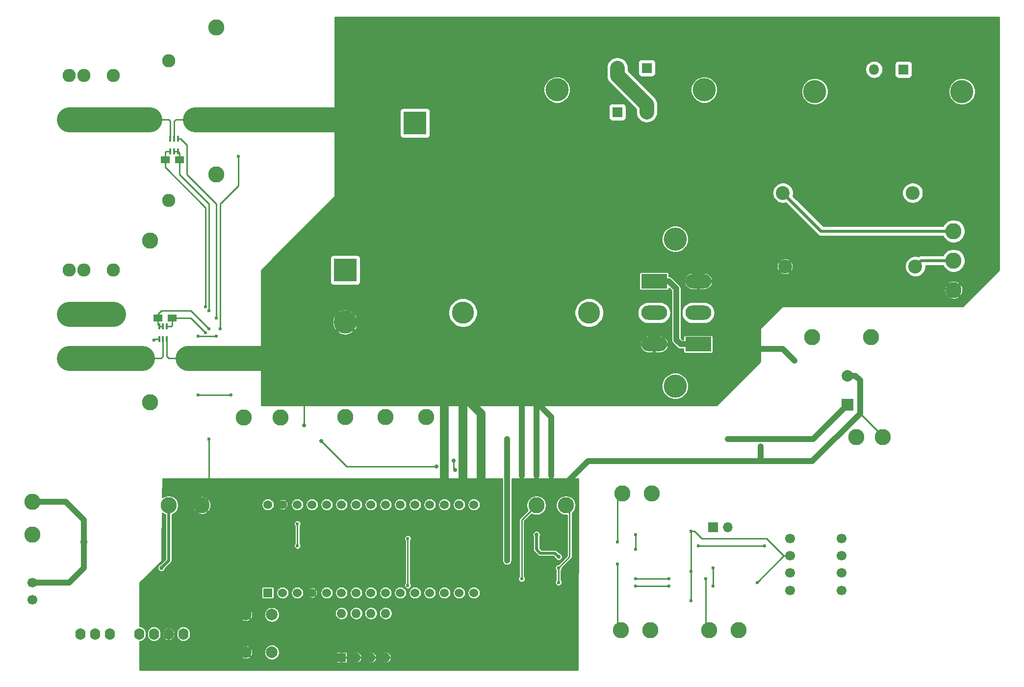
<source format=gbl>
%TF.GenerationSoftware,KiCad,Pcbnew,5.1.6-c6e7f7d~87~ubuntu18.04.1*%
%TF.CreationDate,2020-09-05T21:12:04-05:00*%
%TF.ProjectId,MPPT,4d505054-2e6b-4696-9361-645f70636258,Rev1.2+*%
%TF.SameCoordinates,Original*%
%TF.FileFunction,Copper,L2,Bot*%
%TF.FilePolarity,Positive*%
%FSLAX46Y46*%
G04 Gerber Fmt 4.6, Leading zero omitted, Abs format (unit mm)*
G04 Created by KiCad (PCBNEW 5.1.6-c6e7f7d~87~ubuntu18.04.1) date 2020-09-05 21:12:04*
%MOMM*%
%LPD*%
G01*
G04 APERTURE LIST*
%TA.AperFunction,ComponentPad*%
%ADD10C,4.000000*%
%TD*%
%TA.AperFunction,ComponentPad*%
%ADD11R,4.000000X4.000000*%
%TD*%
%TA.AperFunction,ComponentPad*%
%ADD12R,2.000000X2.000000*%
%TD*%
%TA.AperFunction,ComponentPad*%
%ADD13C,2.000000*%
%TD*%
%TA.AperFunction,SMDPad,CuDef*%
%ADD14R,1.500000X1.250000*%
%TD*%
%TA.AperFunction,ComponentPad*%
%ADD15R,1.800000X1.800000*%
%TD*%
%TA.AperFunction,ComponentPad*%
%ADD16O,1.800000X1.800000*%
%TD*%
%TA.AperFunction,ComponentPad*%
%ADD17R,1.700000X1.700000*%
%TD*%
%TA.AperFunction,ComponentPad*%
%ADD18O,1.700000X1.700000*%
%TD*%
%TA.AperFunction,ComponentPad*%
%ADD19C,3.800000*%
%TD*%
%TA.AperFunction,ComponentPad*%
%ADD20C,2.400000*%
%TD*%
%TA.AperFunction,ComponentPad*%
%ADD21O,2.400000X2.400000*%
%TD*%
%TA.AperFunction,ComponentPad*%
%ADD22R,1.600000X1.600000*%
%TD*%
%TA.AperFunction,ComponentPad*%
%ADD23O,1.600000X1.600000*%
%TD*%
%TA.AperFunction,ComponentPad*%
%ADD24C,2.800000*%
%TD*%
%TA.AperFunction,ComponentPad*%
%ADD25O,1.750000X2.000000*%
%TD*%
%TA.AperFunction,ComponentPad*%
%ADD26R,1.524000X1.524000*%
%TD*%
%TA.AperFunction,ComponentPad*%
%ADD27C,1.524000*%
%TD*%
%TA.AperFunction,SMDPad,CuDef*%
%ADD28R,2.700000X3.200000*%
%TD*%
%TA.AperFunction,ComponentPad*%
%ADD29C,2.286000*%
%TD*%
%TA.AperFunction,ComponentPad*%
%ADD30R,4.500000X2.500000*%
%TD*%
%TA.AperFunction,ComponentPad*%
%ADD31O,4.500000X2.500000*%
%TD*%
%TA.AperFunction,SMDPad,CuDef*%
%ADD32R,0.400000X1.000000*%
%TD*%
%TA.AperFunction,ComponentPad*%
%ADD33C,1.700000*%
%TD*%
%TA.AperFunction,ViaPad*%
%ADD34C,0.600000*%
%TD*%
%TA.AperFunction,ViaPad*%
%ADD35C,0.700000*%
%TD*%
%TA.AperFunction,ViaPad*%
%ADD36C,1.300000*%
%TD*%
%TA.AperFunction,Conductor*%
%ADD37C,0.250000*%
%TD*%
%TA.AperFunction,Conductor*%
%ADD38C,4.300000*%
%TD*%
%TA.AperFunction,Conductor*%
%ADD39C,1.000000*%
%TD*%
%TA.AperFunction,Conductor*%
%ADD40C,1.500000*%
%TD*%
%TA.AperFunction,Conductor*%
%ADD41C,0.500000*%
%TD*%
%TA.AperFunction,Conductor*%
%ADD42C,2.500000*%
%TD*%
G04 APERTURE END LIST*
D10*
%TO.P,HS2,1*%
%TO.N,N/C*%
X124850000Y-46315000D03*
X150250000Y-46315000D03*
%TD*%
%TO.P,HS1,1*%
%TO.N,N/C*%
X169350000Y-46615000D03*
X194750000Y-46615000D03*
%TD*%
%TO.P,HS3,1*%
%TO.N,N/C*%
X145250000Y-97515000D03*
X145250000Y-72115000D03*
%TD*%
D11*
%TO.P,C2,1*%
%TO.N,/+Batt*%
X100330000Y-52070000D03*
D10*
%TO.P,C2,2*%
%TO.N,GNDPWR*%
X100330000Y-43070000D03*
%TD*%
D11*
%TO.P,C1,1*%
%TO.N,/+Arr*%
X88265000Y-77470000D03*
D10*
%TO.P,C1,2*%
%TO.N,GNDPWR*%
X88265000Y-86470000D03*
%TD*%
D12*
%TO.P,C7,1*%
%TO.N,+9VA*%
X175006000Y-100711000D03*
D13*
%TO.P,C7,2*%
%TO.N,GNDPWR*%
X175006000Y-95711000D03*
%TD*%
D14*
%TO.P,C17,1*%
%TO.N,+9VA*%
X58400000Y-85725000D03*
%TO.P,C17,2*%
%TO.N,GNDPWR*%
X55900000Y-85725000D03*
%TD*%
%TO.P,C18,1*%
%TO.N,+9VA*%
X57170000Y-58420000D03*
%TO.P,C18,2*%
%TO.N,GNDPWR*%
X59670000Y-58420000D03*
%TD*%
D15*
%TO.P,D2,1*%
%TO.N,/+Batt*%
X135255000Y-50165000D03*
D16*
%TO.P,D2,2*%
%TO.N,Net-(D1-Pad2)*%
X140335000Y-50165000D03*
%TD*%
D15*
%TO.P,D3,1*%
%TO.N,/+Batt*%
X140335000Y-42545000D03*
D16*
%TO.P,D3,2*%
%TO.N,Net-(D1-Pad2)*%
X135255000Y-42545000D03*
%TD*%
D17*
%TO.P,JP1,1*%
%TO.N,Net-(JP1-Pad1)*%
X151765000Y-121920000D03*
D18*
%TO.P,JP1,2*%
%TO.N,Net-(JP1-Pad2)*%
X154305000Y-121920000D03*
%TD*%
D19*
%TO.P,L1,1*%
%TO.N,/+Arr*%
X108585000Y-84836000D03*
%TO.P,L1,2*%
%TO.N,Net-(D1-Pad2)*%
X130385000Y-84836000D03*
%TD*%
D20*
%TO.P,R1,1*%
%TO.N,Net-(D1-Pad2)*%
X163830000Y-64135000D03*
D21*
%TO.P,R1,2*%
%TO.N,Net-(C3-Pad1)*%
X186230000Y-64135000D03*
%TD*%
D13*
%TO.P,SW1,2*%
%TO.N,/Reset*%
X75620000Y-143510000D03*
%TO.P,SW1,1*%
%TO.N,GNDPWR*%
X71120000Y-143510000D03*
%TO.P,SW1,2*%
%TO.N,/Reset*%
X75620000Y-137010000D03*
%TO.P,SW1,1*%
%TO.N,GNDPWR*%
X71120000Y-137010000D03*
%TD*%
D22*
%TO.P,SW2,1*%
%TO.N,GNDPWR*%
X87630000Y-144399000D03*
D23*
%TO.P,SW2,5*%
%TO.N,Net-(SW2-Pad5)*%
X95250000Y-136779000D03*
%TO.P,SW2,2*%
%TO.N,GNDPWR*%
X90170000Y-144399000D03*
%TO.P,SW2,6*%
%TO.N,Net-(SW2-Pad6)*%
X92710000Y-136779000D03*
%TO.P,SW2,3*%
%TO.N,GNDPWR*%
X92710000Y-144399000D03*
%TO.P,SW2,7*%
%TO.N,Net-(SW2-Pad7)*%
X90170000Y-136779000D03*
%TO.P,SW2,4*%
%TO.N,GNDPWR*%
X95250000Y-144399000D03*
%TO.P,SW2,8*%
%TO.N,Net-(SW2-Pad8)*%
X87630000Y-136779000D03*
%TD*%
D24*
%TO.P,TP1,1*%
%TO.N,/+Arr*%
X54610000Y-72390000D03*
%TD*%
%TO.P,TP2,1*%
%TO.N,/-Arr*%
X54610000Y-100330000D03*
%TD*%
%TO.P,TP3,1*%
%TO.N,Net-(D1-Pad2)*%
X193294000Y-70739000D03*
%TD*%
%TO.P,TP4,1*%
%TO.N,Net-(C3-Pad1)*%
X193294000Y-75819000D03*
%TD*%
%TO.P,TP5,1*%
%TO.N,+9VA*%
X57785000Y-118110000D03*
%TD*%
%TO.P,TP6,1*%
%TO.N,GNDPWR*%
X63500000Y-118110000D03*
%TD*%
%TO.P,TP7,1*%
%TO.N,/Array_Voltage*%
X77080000Y-102970000D03*
%TD*%
%TO.P,TP8,1*%
%TO.N,/Battery_Voltage*%
X88265000Y-102870000D03*
%TD*%
%TO.P,TP9,1*%
%TO.N,/Array_Current*%
X95250000Y-102870000D03*
%TD*%
%TO.P,TP10,1*%
%TO.N,/Battery_Current*%
X102235000Y-102870000D03*
%TD*%
%TO.P,TP11,1*%
%TO.N,/PWM*%
X176530000Y-106299000D03*
%TD*%
%TO.P,TP12,1*%
%TO.N,/Drive_PWM*%
X168910000Y-89027000D03*
%TD*%
%TO.P,TP13,1*%
%TO.N,Net-(C9-Pad1)*%
X136144000Y-116078000D03*
%TD*%
%TO.P,TP14,1*%
%TO.N,Net-(C10-Pad1)*%
X135890000Y-139700000D03*
%TD*%
%TO.P,TP15,1*%
%TO.N,Net-(C10-Pad2)*%
X140970000Y-139700000D03*
%TD*%
%TO.P,TP16,1*%
%TO.N,Net-(C9-Pad2)*%
X141224000Y-116078000D03*
%TD*%
%TO.P,TP17,1*%
%TO.N,+12V*%
X34290000Y-117475000D03*
%TD*%
%TO.P,TP18,1*%
%TO.N,GNDREF*%
X34290000Y-123190000D03*
%TD*%
%TO.P,TP19,1*%
%TO.N,/CAN_Tx*%
X121285000Y-118110000D03*
%TD*%
%TO.P,TP20,1*%
%TO.N,/CAN_Rx*%
X126365000Y-118110000D03*
%TD*%
%TO.P,TP21,1*%
%TO.N,Net-(J4-Pad3)*%
X151130000Y-139700000D03*
%TD*%
%TO.P,TP22,1*%
%TO.N,Net-(J4-Pad4)*%
X156210000Y-139700000D03*
%TD*%
D25*
%TO.P,U1,1*%
%TO.N,GNDREF*%
X42545000Y-140335000D03*
%TO.P,U1,2*%
%TO.N,Net-(C4-Pad1)*%
X45085000Y-140335000D03*
%TO.P,U1,3*%
%TO.N,Net-(U1-Pad3)*%
X47625000Y-140335000D03*
%TO.P,U1,5*%
%TO.N,Net-(U1-Pad5)*%
X52705000Y-140335000D03*
%TO.P,U1,6*%
%TO.N,+9VA*%
X55245000Y-140335000D03*
%TO.P,U1,7*%
%TO.N,GNDPWR*%
X57785000Y-140335000D03*
%TO.P,U1,8*%
%TO.N,Net-(C23-Pad2)*%
X60325000Y-140335000D03*
%TD*%
D26*
%TO.P,U2,1*%
%TO.N,Net-(U2-Pad1)*%
X74930000Y-133223000D03*
D27*
%TO.P,U2,2*%
%TO.N,Net-(U2-Pad2)*%
X77470000Y-133223000D03*
%TO.P,U2,3*%
%TO.N,/Reset*%
X80010000Y-133223000D03*
%TO.P,U2,4*%
%TO.N,GNDPWR*%
X82550000Y-133223000D03*
%TO.P,U2,5*%
%TO.N,/CAN_Tx*%
X85090000Y-133223000D03*
%TO.P,U2,6*%
%TO.N,Net-(SW2-Pad8)*%
X87630000Y-133223000D03*
%TO.P,U2,7*%
%TO.N,Net-(SW2-Pad7)*%
X90170000Y-133223000D03*
%TO.P,U2,8*%
%TO.N,Net-(SW2-Pad6)*%
X92710000Y-133223000D03*
%TO.P,U2,9*%
%TO.N,Net-(SW2-Pad5)*%
X95250000Y-133223000D03*
%TO.P,U2,10*%
%TO.N,Net-(U2-Pad10)*%
X97790000Y-133223000D03*
%TO.P,U2,11*%
%TO.N,Net-(U2-Pad11)*%
X100330000Y-133223000D03*
%TO.P,U2,12*%
%TO.N,Net-(U2-Pad12)*%
X102870000Y-133223000D03*
%TO.P,U2,13*%
%TO.N,/CAN_Rx*%
X105410000Y-133223000D03*
%TO.P,U2,14*%
%TO.N,/Tracking*%
X107950000Y-133223000D03*
%TO.P,U2,15*%
%TO.N,/Battery_Full*%
X110490000Y-133223000D03*
%TO.P,U2,16*%
%TO.N,Net-(U2-Pad16)*%
X110490000Y-117983000D03*
%TO.P,U2,17*%
%TO.N,+3V3*%
X107950000Y-117983000D03*
%TO.P,U2,18*%
%TO.N,Net-(U2-Pad18)*%
X105410000Y-117983000D03*
%TO.P,U2,19*%
%TO.N,Net-(U2-Pad19)*%
X102870000Y-117983000D03*
%TO.P,U2,20*%
%TO.N,/PWM*%
X100330000Y-117983000D03*
%TO.P,U2,21*%
%TO.N,/Battery_Current*%
X97790000Y-117983000D03*
%TO.P,U2,22*%
%TO.N,/Array_Current*%
X95250000Y-117983000D03*
%TO.P,U2,23*%
%TO.N,/Battery_Voltage*%
X92710000Y-117983000D03*
%TO.P,U2,24*%
%TO.N,/Array_Voltage*%
X90170000Y-117983000D03*
%TO.P,U2,25*%
%TO.N,Net-(U2-Pad25)*%
X87630000Y-117983000D03*
%TO.P,U2,26*%
%TO.N,Net-(U2-Pad26)*%
X85090000Y-117983000D03*
%TO.P,U2,27*%
%TO.N,+5V*%
X82550000Y-117983000D03*
%TO.P,U2,28*%
%TO.N,/Reset*%
X80010000Y-117983000D03*
%TO.P,U2,29*%
%TO.N,GNDPWR*%
X77470000Y-117983000D03*
%TO.P,U2,30*%
%TO.N,+9VA*%
X74930000Y-117983000D03*
%TD*%
D24*
%TO.P,TP23,1*%
%TO.N,/+Batt*%
X66040000Y-60960000D03*
%TD*%
%TO.P,TP24,1*%
%TO.N,/-Batt*%
X66040000Y-35560000D03*
%TD*%
D28*
%TO.P,R8,1*%
%TO.N,GNDPWR*%
X61100000Y-92710000D03*
%TO.P,R8,2*%
%TO.N,/-Arr*%
X53200000Y-92710000D03*
%TD*%
%TO.P,R11,1*%
%TO.N,/-Batt*%
X54470000Y-51435000D03*
%TO.P,R11,2*%
%TO.N,GNDPWR*%
X62370000Y-51435000D03*
%TD*%
D24*
%TO.P,TP25,1*%
%TO.N,GNDPWR*%
X193294000Y-80899000D03*
%TD*%
%TO.P,TP26,1*%
%TO.N,GNDPWR*%
X70730000Y-102970000D03*
%TD*%
%TO.P,TP27,1*%
%TO.N,GNDPWR*%
X181102000Y-106299000D03*
%TD*%
%TO.P,TP28,1*%
%TO.N,GNDPWR*%
X179070000Y-89027000D03*
%TD*%
D20*
%TO.P,C3,1*%
%TO.N,Net-(C3-Pad1)*%
X186690000Y-76835000D03*
%TO.P,C3,2*%
%TO.N,GNDPWR*%
X164190000Y-76835000D03*
%TD*%
D15*
%TO.P,D1,1*%
%TO.N,Net-(C3-Pad1)*%
X184658000Y-42799000D03*
D16*
%TO.P,D1,2*%
%TO.N,Net-(D1-Pad2)*%
X179578000Y-42799000D03*
%TD*%
D29*
%TO.P,F1,2*%
%TO.N,/+Batt*%
X57785000Y-65405000D03*
%TO.P,F1,1*%
%TO.N,Net-(F1-Pad1)*%
X57785000Y-41275000D03*
%TD*%
D30*
%TO.P,Q1,1*%
%TO.N,/Drive_PWM*%
X149225000Y-90286000D03*
D31*
%TO.P,Q1,2*%
%TO.N,Net-(D1-Pad2)*%
X149225000Y-84836000D03*
%TO.P,Q1,3*%
%TO.N,GNDPWR*%
X149225000Y-79386000D03*
%TD*%
D30*
%TO.P,Q2,1*%
%TO.N,/Drive_PWM*%
X141605000Y-79386000D03*
D31*
%TO.P,Q2,2*%
%TO.N,Net-(D1-Pad2)*%
X141605000Y-84836000D03*
%TO.P,Q2,3*%
%TO.N,GNDPWR*%
X141605000Y-90286000D03*
%TD*%
D32*
%TO.P,U6,6*%
%TO.N,Net-(R19-Pad1)*%
X59395000Y-54780000D03*
%TO.P,U6,1*%
%TO.N,GNDPWR*%
X59395000Y-56980000D03*
%TO.P,U6,5*%
X58745000Y-54780000D03*
%TO.P,U6,2*%
X58745000Y-56980000D03*
%TO.P,U6,4*%
%TO.N,/-Batt*%
X58095000Y-54780000D03*
%TO.P,U6,3*%
%TO.N,+9VA*%
X58095000Y-56980000D03*
%TD*%
%TO.P,U4,6*%
%TO.N,Net-(R18-Pad1)*%
X56175000Y-89365000D03*
%TO.P,U4,1*%
%TO.N,GNDPWR*%
X56175000Y-87165000D03*
%TO.P,U4,5*%
%TO.N,/-Arr*%
X56825000Y-89365000D03*
%TO.P,U4,2*%
%TO.N,GNDPWR*%
X56825000Y-87165000D03*
%TO.P,U4,4*%
X57475000Y-89365000D03*
%TO.P,U4,3*%
%TO.N,+9VA*%
X57475000Y-87165000D03*
%TD*%
D29*
%TO.P,J2,1*%
%TO.N,Net-(F1-Pad1)*%
X48260000Y-43815000D03*
%TO.P,J2,2*%
%TO.N,/-Batt*%
X48260000Y-51435000D03*
%TO.P,J2,1*%
%TO.N,Net-(F1-Pad1)*%
X43180000Y-43815000D03*
X40640000Y-43815000D03*
%TO.P,J2,2*%
%TO.N,/-Batt*%
X43180000Y-51435000D03*
X40640000Y-51435000D03*
%TD*%
%TO.P,J1,3*%
%TO.N,/-Arr*%
X40640000Y-92710000D03*
X43180000Y-92710000D03*
X48260000Y-92710000D03*
%TO.P,J1,1*%
%TO.N,/+Arr*%
X48260000Y-77470000D03*
%TO.P,J1,2*%
%TO.N,Net-(J1-Pad2)*%
X48260000Y-85090000D03*
%TO.P,J1,1*%
%TO.N,/+Arr*%
X43180000Y-77470000D03*
X40640000Y-77470000D03*
%TO.P,J1,2*%
%TO.N,Net-(J1-Pad2)*%
X43180000Y-85090000D03*
X40640000Y-85090000D03*
%TD*%
D33*
%TO.P,J4,4*%
%TO.N,Net-(J4-Pad4)*%
X173990000Y-132825000D03*
%TO.P,J4,1*%
%TO.N,Net-(C10-Pad1)*%
X173990000Y-123825000D03*
%TO.P,J4,2*%
%TO.N,Net-(C10-Pad2)*%
X173990000Y-126825000D03*
%TO.P,J4,3*%
%TO.N,Net-(J4-Pad3)*%
X173990000Y-129825000D03*
%TD*%
%TO.P,J5,4*%
%TO.N,Net-(J4-Pad4)*%
X165100000Y-132825000D03*
%TO.P,J5,1*%
%TO.N,Net-(C10-Pad1)*%
X165100000Y-123825000D03*
%TO.P,J5,2*%
%TO.N,Net-(C10-Pad2)*%
X165100000Y-126825000D03*
%TO.P,J5,3*%
%TO.N,Net-(J4-Pad3)*%
X165100000Y-129825000D03*
%TD*%
%TO.P,J3,1*%
%TO.N,+12V*%
X34290000Y-131445000D03*
%TO.P,J3,2*%
%TO.N,GNDREF*%
X34290000Y-134445000D03*
%TD*%
D34*
%TO.N,GNDPWR*%
X64770000Y-87630000D03*
X64770000Y-84455000D03*
X64770000Y-106680000D03*
D35*
X74930000Y-51435000D03*
D34*
X62865000Y-92710000D03*
D35*
X59055000Y-127000000D03*
D34*
X91440000Y-113665000D03*
X98425000Y-113665000D03*
X84455000Y-113665000D03*
X73270000Y-113765000D03*
D35*
X159385000Y-82550000D03*
X156210000Y-83820000D03*
X160020000Y-107950000D03*
X166370000Y-110490000D03*
X165862000Y-93091000D03*
X110490000Y-144145000D03*
X110490000Y-140970000D03*
X110490000Y-137795000D03*
X120015000Y-129540000D03*
X122555000Y-121920000D03*
X120015000Y-115570000D03*
X127635000Y-115570000D03*
X125730000Y-134620000D03*
X81950000Y-114440000D03*
X81150000Y-104315000D03*
D34*
%TO.N,+9VA*%
X64135000Y-83820000D03*
X64135000Y-88265000D03*
D35*
X56515000Y-128905000D03*
X154305000Y-106680000D03*
X116205000Y-127635000D03*
X116205000Y-106680000D03*
D34*
%TO.N,Net-(C9-Pad1)*%
X135255000Y-124460000D03*
%TO.N,Net-(C9-Pad2)*%
X138430000Y-123190000D03*
X138430000Y-125730000D03*
%TO.N,Net-(C10-Pad1)*%
X160655000Y-125095000D03*
X149225000Y-125095000D03*
X135255000Y-128270000D03*
%TO.N,Net-(C10-Pad2)*%
X159385000Y-131445000D03*
X147955000Y-134620000D03*
X147955000Y-122555000D03*
X147955000Y-129540000D03*
D35*
%TO.N,+3V3*%
X125095000Y-127000000D03*
X121285000Y-123190000D03*
X84150000Y-107015000D03*
X104050000Y-111415000D03*
X106996702Y-110361702D03*
X107251298Y-112016298D03*
D36*
%TO.N,+12V*%
X43180000Y-124460000D03*
D34*
%TO.N,/PWM*%
X99060000Y-123825000D03*
X99060000Y-131953000D03*
%TO.N,Net-(J4-Pad4)*%
X151765000Y-132080000D03*
X151765000Y-128905000D03*
X138430000Y-132080000D03*
X144145000Y-132080000D03*
%TO.N,Net-(J4-Pad3)*%
X150495000Y-130810000D03*
X138430000Y-130810000D03*
X144145000Y-130810000D03*
%TO.N,Net-(R18-Pad1)*%
X55245000Y-89535000D03*
X68580000Y-99060000D03*
X62865000Y-99060000D03*
%TO.N,Net-(R19-Pad1)*%
X66040000Y-85725000D03*
%TO.N,/CAN_Tx*%
X118745000Y-130810000D03*
%TO.N,/CAN_Rx*%
X125095000Y-128905000D03*
X125095000Y-131445000D03*
%TO.N,/Reset*%
X80010000Y-121285000D03*
X80010000Y-125095000D03*
%TO.N,Net-(R23-Pad1)*%
X66040000Y-88900000D03*
X62865000Y-88900000D03*
%TO.N,Net-(R24-Pad1)*%
X69850000Y-57785000D03*
X66675000Y-87630000D03*
%TD*%
D37*
%TO.N,GNDPWR*%
X55900000Y-85725000D02*
X55900000Y-85070000D01*
X61595000Y-84455000D02*
X64770000Y-87630000D01*
X56515000Y-84455000D02*
X61595000Y-84455000D01*
X55900000Y-85070000D02*
X56515000Y-84455000D01*
X59670000Y-60940000D02*
X59670000Y-58420000D01*
X64770000Y-66040000D02*
X59670000Y-60940000D01*
X64770000Y-84455000D02*
X64770000Y-66040000D01*
X64770000Y-113030000D02*
X64770000Y-106680000D01*
X58745000Y-56980000D02*
X59395000Y-56980000D01*
X59395000Y-56980000D02*
X59670000Y-57255000D01*
X59670000Y-57255000D02*
X59670000Y-58420000D01*
X58745000Y-54780000D02*
X58745000Y-51745000D01*
X59055000Y-51435000D02*
X62370000Y-51435000D01*
X58745000Y-51745000D02*
X59055000Y-51435000D01*
X56825000Y-87165000D02*
X56175000Y-87165000D01*
X56175000Y-87165000D02*
X55900000Y-86890000D01*
X55900000Y-86890000D02*
X55900000Y-85725000D01*
D38*
X61100000Y-92710000D02*
X62865000Y-92710000D01*
X62865000Y-92710000D02*
X76200000Y-92710000D01*
D37*
X57475000Y-89365000D02*
X57475000Y-92400000D01*
X57785000Y-92710000D02*
X61100000Y-92710000D01*
X57475000Y-92400000D02*
X57785000Y-92710000D01*
D38*
X62370000Y-51435000D02*
X74930000Y-51435000D01*
X74930000Y-51435000D02*
X91965000Y-51435000D01*
X91965000Y-51435000D02*
X100330000Y-43070000D01*
D39*
X121285000Y-100330000D02*
X123825000Y-102870000D01*
X123825000Y-102870000D02*
X123825000Y-113030000D01*
D40*
X118745000Y-97790000D02*
X121285000Y-100330000D01*
D39*
X121285000Y-100330000D02*
X121285000Y-113030000D01*
D40*
X105410000Y-95885000D02*
X116840000Y-95885000D01*
D39*
X118745000Y-97790000D02*
X118745000Y-113030000D01*
D40*
X116840000Y-95885000D02*
X118745000Y-97790000D01*
D39*
X160020000Y-107950000D02*
X160020000Y-110490000D01*
D37*
X177165000Y-102235000D02*
X181102000Y-106172000D01*
X181102000Y-106172000D02*
X181102000Y-106299000D01*
D39*
X175006000Y-95711000D02*
X176356000Y-95711000D01*
X176356000Y-95711000D02*
X177165000Y-96520000D01*
X177165000Y-96520000D02*
X177165000Y-102235000D01*
X177165000Y-102235000D02*
X168910000Y-110490000D01*
X168910000Y-110490000D02*
X166370000Y-110490000D01*
X130175000Y-110490000D02*
X127000000Y-113665000D01*
X166370000Y-110490000D02*
X160020000Y-110490000D01*
X160020000Y-110490000D02*
X130175000Y-110490000D01*
X163830000Y-91059000D02*
X159258000Y-91059000D01*
X165862000Y-93091000D02*
X163830000Y-91059000D01*
D40*
X108585000Y-99060000D02*
X111760000Y-102235000D01*
X111760000Y-102235000D02*
X111760000Y-113665000D01*
X105410000Y-95885000D02*
X108585000Y-99060000D01*
X108585000Y-99060000D02*
X108585000Y-113665000D01*
X88265000Y-86470000D02*
X95995000Y-86470000D01*
X105410000Y-95885000D02*
X105410000Y-113665000D01*
X95995000Y-86470000D02*
X105410000Y-95885000D01*
D37*
X81150000Y-104315000D02*
X81150000Y-100815000D01*
X81150000Y-100815000D02*
X81450000Y-100815000D01*
X64770000Y-113030000D02*
X64770000Y-113695000D01*
D41*
%TO.N,Net-(C3-Pad1)*%
X186690000Y-76835000D02*
X187706000Y-75819000D01*
X187706000Y-75819000D02*
X193294000Y-75819000D01*
D37*
%TO.N,+9VA*%
X64135000Y-66675000D02*
X57170000Y-59710000D01*
X57170000Y-59710000D02*
X57170000Y-58420000D01*
X64135000Y-83820000D02*
X64135000Y-66675000D01*
X58095000Y-56980000D02*
X57320000Y-56980000D01*
X57170000Y-57130000D02*
X57170000Y-58420000D01*
X57320000Y-56980000D02*
X57170000Y-57130000D01*
X61595000Y-85725000D02*
X64135000Y-88265000D01*
X61595000Y-85725000D02*
X58400000Y-85725000D01*
X57475000Y-87165000D02*
X58250000Y-87165000D01*
X58250000Y-87165000D02*
X58400000Y-87015000D01*
X58400000Y-87015000D02*
X58400000Y-85725000D01*
D41*
X57785000Y-118110000D02*
X57785000Y-127635000D01*
X57785000Y-127635000D02*
X56515000Y-128905000D01*
D39*
X175006000Y-100711000D02*
X169037000Y-106680000D01*
X169037000Y-106680000D02*
X154305000Y-106680000D01*
X116205000Y-106680000D02*
X116205000Y-127635000D01*
D37*
%TO.N,Net-(C9-Pad1)*%
X135255000Y-124460000D02*
X135255000Y-116967000D01*
X135255000Y-116967000D02*
X136144000Y-116078000D01*
%TO.N,Net-(C9-Pad2)*%
X138430000Y-125730000D02*
X138430000Y-123190000D01*
%TO.N,Net-(C10-Pad1)*%
X149225000Y-125095000D02*
X160655000Y-125095000D01*
X135255000Y-128270000D02*
X135255000Y-138684000D01*
X135255000Y-138684000D02*
X136144000Y-139573000D01*
%TO.N,Net-(C10-Pad2)*%
X164005000Y-126825000D02*
X161005000Y-123825000D01*
X148590000Y-122555000D02*
X147955000Y-122555000D01*
X149860000Y-123825000D02*
X148590000Y-122555000D01*
X161005000Y-123825000D02*
X149860000Y-123825000D01*
X164005000Y-126825000D02*
X165100000Y-126825000D01*
X159385000Y-131445000D02*
X164005000Y-126825000D01*
X147955000Y-129540000D02*
X147955000Y-134620000D01*
X147955000Y-122555000D02*
X147955000Y-129540000D01*
D41*
%TO.N,+3V3*%
X121285000Y-123190000D02*
X121285000Y-125730000D01*
X121285000Y-125730000D02*
X121920000Y-126365000D01*
X121920000Y-126365000D02*
X124460000Y-126365000D01*
X125095000Y-127000000D02*
X124460000Y-126365000D01*
D37*
X84150000Y-107015000D02*
X88550000Y-111415000D01*
X88550000Y-111415000D02*
X104050000Y-111415000D01*
X106996702Y-110361702D02*
X106996702Y-111761702D01*
X106996702Y-111761702D02*
X107251298Y-112016298D01*
D39*
%TO.N,+12V*%
X34290000Y-131445000D02*
X40640000Y-131445000D01*
X40640000Y-131445000D02*
X43180000Y-128905000D01*
X43180000Y-128905000D02*
X43180000Y-124460000D01*
X40005000Y-117475000D02*
X34290000Y-117475000D01*
X43180000Y-124460000D02*
X43180000Y-120650000D01*
X43180000Y-120650000D02*
X40005000Y-117475000D01*
D42*
%TO.N,Net-(D1-Pad2)*%
X140335000Y-50165000D02*
X140335000Y-48895000D01*
X135255000Y-43815000D02*
X135255000Y-42545000D01*
X140335000Y-48895000D02*
X135255000Y-43815000D01*
D41*
X193294000Y-70739000D02*
X170434000Y-70739000D01*
X170434000Y-70739000D02*
X163830000Y-64135000D01*
D39*
%TO.N,/Drive_PWM*%
X141605000Y-79386000D02*
X144156000Y-79386000D01*
X146166000Y-90286000D02*
X149225000Y-90286000D01*
X145415000Y-89535000D02*
X146166000Y-90286000D01*
X145415000Y-80645000D02*
X145415000Y-89535000D01*
X144156000Y-79386000D02*
X145415000Y-80645000D01*
D37*
%TO.N,/PWM*%
X99060000Y-131953000D02*
X99060000Y-123825000D01*
D38*
%TO.N,/-Arr*%
X48260000Y-92710000D02*
X53200000Y-92710000D01*
X43180000Y-92710000D02*
X48260000Y-92710000D01*
X40640000Y-92710000D02*
X43180000Y-92710000D01*
D37*
X56825000Y-89365000D02*
X56825000Y-92400000D01*
X56825000Y-92400000D02*
X56515000Y-92710000D01*
X56515000Y-92710000D02*
X53200000Y-92710000D01*
D38*
%TO.N,Net-(J1-Pad2)*%
X40640000Y-85090000D02*
X43180000Y-85090000D01*
X43180000Y-85090000D02*
X48260000Y-85090000D01*
D37*
%TO.N,/-Batt*%
X58095000Y-54780000D02*
X58095000Y-51745000D01*
X57785000Y-51435000D02*
X54470000Y-51435000D01*
X58095000Y-51745000D02*
X57785000Y-51435000D01*
D38*
X54470000Y-51435000D02*
X48260000Y-51435000D01*
X43180000Y-51435000D02*
X48260000Y-51435000D01*
X40640000Y-51435000D02*
X43180000Y-51435000D01*
D37*
%TO.N,Net-(J4-Pad4)*%
X151765000Y-128905000D02*
X151765000Y-132080000D01*
X138430000Y-132080000D02*
X144145000Y-132080000D01*
%TO.N,Net-(J4-Pad3)*%
X150495000Y-130810000D02*
X150495000Y-138684000D01*
X150495000Y-138684000D02*
X151384000Y-139573000D01*
X138430000Y-130810000D02*
X144145000Y-130810000D01*
%TO.N,Net-(R18-Pad1)*%
X55415000Y-89365000D02*
X55245000Y-89535000D01*
X56175000Y-89365000D02*
X55415000Y-89365000D01*
X62865000Y-99060000D02*
X68580000Y-99060000D01*
%TO.N,Net-(R19-Pad1)*%
X59860000Y-54780000D02*
X60960000Y-55880000D01*
X60960000Y-55880000D02*
X60960000Y-60960000D01*
X60960000Y-60960000D02*
X66040000Y-66040000D01*
X66040000Y-66040000D02*
X66040000Y-85725000D01*
X59860000Y-54780000D02*
X59395000Y-54780000D01*
%TO.N,/CAN_Tx*%
X121285000Y-118110000D02*
X118745000Y-120650000D01*
X118745000Y-120650000D02*
X118745000Y-130810000D01*
%TO.N,/CAN_Rx*%
X125095000Y-131445000D02*
X125095000Y-128905000D01*
X127000000Y-127000000D02*
X127000000Y-118745000D01*
X125095000Y-128905000D02*
X127000000Y-127000000D01*
X127000000Y-118745000D02*
X126365000Y-118110000D01*
%TO.N,/Reset*%
X80010000Y-121285000D02*
X80010000Y-125095000D01*
%TO.N,Net-(R23-Pad1)*%
X62865000Y-88900000D02*
X66040000Y-88900000D01*
%TO.N,Net-(R24-Pad1)*%
X69850000Y-62865000D02*
X66675000Y-66040000D01*
X69850000Y-57785000D02*
X69850000Y-62865000D01*
X66675000Y-66040000D02*
X66675000Y-87630000D01*
%TD*%
%TO.N,GNDPWR*%
G36*
X115380001Y-127675521D02*
G01*
X115391939Y-127796728D01*
X115439113Y-127952241D01*
X115515720Y-128095563D01*
X115618816Y-128221185D01*
X115744438Y-128324281D01*
X115887760Y-128400888D01*
X116043273Y-128448062D01*
X116205000Y-128463991D01*
X116366728Y-128448062D01*
X116522241Y-128400888D01*
X116665563Y-128324281D01*
X116791185Y-128221185D01*
X116894281Y-128095563D01*
X116970888Y-127952241D01*
X117018062Y-127796728D01*
X117030000Y-127675521D01*
X117030000Y-113540000D01*
X128529009Y-113540000D01*
X128399489Y-146560000D01*
X52830000Y-146560000D01*
X52830000Y-145199000D01*
X86654153Y-145199000D01*
X86657532Y-145233306D01*
X86667539Y-145266294D01*
X86683789Y-145296695D01*
X86705657Y-145323343D01*
X86732305Y-145345211D01*
X86762706Y-145361461D01*
X86795694Y-145371468D01*
X86830000Y-145374847D01*
X87561250Y-145374000D01*
X87605000Y-145330250D01*
X87605000Y-144424000D01*
X87655000Y-144424000D01*
X87655000Y-145330250D01*
X87698750Y-145374000D01*
X88430000Y-145374847D01*
X88464306Y-145371468D01*
X88497294Y-145361461D01*
X88527695Y-145345211D01*
X88554343Y-145323343D01*
X88576211Y-145296695D01*
X88592461Y-145266294D01*
X88602468Y-145233306D01*
X88605847Y-145199000D01*
X88605126Y-144576166D01*
X89211230Y-144576166D01*
X89264216Y-144759809D01*
X89352011Y-144929586D01*
X89471241Y-145078973D01*
X89617324Y-145202229D01*
X89784646Y-145294617D01*
X89966777Y-145352587D01*
X89992834Y-145357768D01*
X90145000Y-145329914D01*
X90145000Y-144424000D01*
X90195000Y-144424000D01*
X90195000Y-145329914D01*
X90347166Y-145357768D01*
X90373223Y-145352587D01*
X90555354Y-145294617D01*
X90722676Y-145202229D01*
X90868759Y-145078973D01*
X90987989Y-144929586D01*
X91075784Y-144759809D01*
X91128770Y-144576166D01*
X91751230Y-144576166D01*
X91804216Y-144759809D01*
X91892011Y-144929586D01*
X92011241Y-145078973D01*
X92157324Y-145202229D01*
X92324646Y-145294617D01*
X92506777Y-145352587D01*
X92532834Y-145357768D01*
X92685000Y-145329914D01*
X92685000Y-144424000D01*
X92735000Y-144424000D01*
X92735000Y-145329914D01*
X92887166Y-145357768D01*
X92913223Y-145352587D01*
X93095354Y-145294617D01*
X93262676Y-145202229D01*
X93408759Y-145078973D01*
X93527989Y-144929586D01*
X93615784Y-144759809D01*
X93668770Y-144576166D01*
X94291230Y-144576166D01*
X94344216Y-144759809D01*
X94432011Y-144929586D01*
X94551241Y-145078973D01*
X94697324Y-145202229D01*
X94864646Y-145294617D01*
X95046777Y-145352587D01*
X95072834Y-145357768D01*
X95225000Y-145329914D01*
X95225000Y-144424000D01*
X95275000Y-144424000D01*
X95275000Y-145329914D01*
X95427166Y-145357768D01*
X95453223Y-145352587D01*
X95635354Y-145294617D01*
X95802676Y-145202229D01*
X95948759Y-145078973D01*
X96067989Y-144929586D01*
X96155784Y-144759809D01*
X96208770Y-144576166D01*
X96180931Y-144424000D01*
X95275000Y-144424000D01*
X95225000Y-144424000D01*
X94319069Y-144424000D01*
X94291230Y-144576166D01*
X93668770Y-144576166D01*
X93640931Y-144424000D01*
X92735000Y-144424000D01*
X92685000Y-144424000D01*
X91779069Y-144424000D01*
X91751230Y-144576166D01*
X91128770Y-144576166D01*
X91100931Y-144424000D01*
X90195000Y-144424000D01*
X90145000Y-144424000D01*
X89239069Y-144424000D01*
X89211230Y-144576166D01*
X88605126Y-144576166D01*
X88605000Y-144467750D01*
X88561250Y-144424000D01*
X87655000Y-144424000D01*
X87605000Y-144424000D01*
X86698750Y-144424000D01*
X86655000Y-144467750D01*
X86654153Y-145199000D01*
X52830000Y-145199000D01*
X52830000Y-144331418D01*
X70333938Y-144331418D01*
X70446392Y-144479675D01*
X70648510Y-144592457D01*
X70868746Y-144663641D01*
X71098638Y-144690491D01*
X71329350Y-144671976D01*
X71552017Y-144608806D01*
X71758083Y-144503411D01*
X71793608Y-144479675D01*
X71906062Y-144331418D01*
X71120000Y-143545355D01*
X70333938Y-144331418D01*
X52830000Y-144331418D01*
X52830000Y-143488638D01*
X69939509Y-143488638D01*
X69958024Y-143719350D01*
X70021194Y-143942017D01*
X70126589Y-144148083D01*
X70150325Y-144183608D01*
X70298582Y-144296062D01*
X71084645Y-143510000D01*
X71155355Y-143510000D01*
X71941418Y-144296062D01*
X72089675Y-144183608D01*
X72202457Y-143981490D01*
X72273641Y-143761254D01*
X72300491Y-143531362D01*
X72288304Y-143379499D01*
X74295000Y-143379499D01*
X74295000Y-143640501D01*
X74345919Y-143896488D01*
X74445800Y-144137623D01*
X74590805Y-144354638D01*
X74775362Y-144539195D01*
X74992377Y-144684200D01*
X75233512Y-144784081D01*
X75489499Y-144835000D01*
X75750501Y-144835000D01*
X76006488Y-144784081D01*
X76247623Y-144684200D01*
X76464638Y-144539195D01*
X76649195Y-144354638D01*
X76794200Y-144137623D01*
X76894081Y-143896488D01*
X76945000Y-143640501D01*
X76945000Y-143599000D01*
X86654153Y-143599000D01*
X86655000Y-144330250D01*
X86698750Y-144374000D01*
X87605000Y-144374000D01*
X87605000Y-143467750D01*
X87655000Y-143467750D01*
X87655000Y-144374000D01*
X88561250Y-144374000D01*
X88605000Y-144330250D01*
X88605125Y-144221834D01*
X89211230Y-144221834D01*
X89239069Y-144374000D01*
X90145000Y-144374000D01*
X90145000Y-143468086D01*
X90195000Y-143468086D01*
X90195000Y-144374000D01*
X91100931Y-144374000D01*
X91128770Y-144221834D01*
X91751230Y-144221834D01*
X91779069Y-144374000D01*
X92685000Y-144374000D01*
X92685000Y-143468086D01*
X92735000Y-143468086D01*
X92735000Y-144374000D01*
X93640931Y-144374000D01*
X93668770Y-144221834D01*
X94291230Y-144221834D01*
X94319069Y-144374000D01*
X95225000Y-144374000D01*
X95225000Y-143468086D01*
X95275000Y-143468086D01*
X95275000Y-144374000D01*
X96180931Y-144374000D01*
X96208770Y-144221834D01*
X96155784Y-144038191D01*
X96067989Y-143868414D01*
X95948759Y-143719027D01*
X95802676Y-143595771D01*
X95635354Y-143503383D01*
X95453223Y-143445413D01*
X95427166Y-143440232D01*
X95275000Y-143468086D01*
X95225000Y-143468086D01*
X95072834Y-143440232D01*
X95046777Y-143445413D01*
X94864646Y-143503383D01*
X94697324Y-143595771D01*
X94551241Y-143719027D01*
X94432011Y-143868414D01*
X94344216Y-144038191D01*
X94291230Y-144221834D01*
X93668770Y-144221834D01*
X93615784Y-144038191D01*
X93527989Y-143868414D01*
X93408759Y-143719027D01*
X93262676Y-143595771D01*
X93095354Y-143503383D01*
X92913223Y-143445413D01*
X92887166Y-143440232D01*
X92735000Y-143468086D01*
X92685000Y-143468086D01*
X92532834Y-143440232D01*
X92506777Y-143445413D01*
X92324646Y-143503383D01*
X92157324Y-143595771D01*
X92011241Y-143719027D01*
X91892011Y-143868414D01*
X91804216Y-144038191D01*
X91751230Y-144221834D01*
X91128770Y-144221834D01*
X91075784Y-144038191D01*
X90987989Y-143868414D01*
X90868759Y-143719027D01*
X90722676Y-143595771D01*
X90555354Y-143503383D01*
X90373223Y-143445413D01*
X90347166Y-143440232D01*
X90195000Y-143468086D01*
X90145000Y-143468086D01*
X89992834Y-143440232D01*
X89966777Y-143445413D01*
X89784646Y-143503383D01*
X89617324Y-143595771D01*
X89471241Y-143719027D01*
X89352011Y-143868414D01*
X89264216Y-144038191D01*
X89211230Y-144221834D01*
X88605125Y-144221834D01*
X88605847Y-143599000D01*
X88602468Y-143564694D01*
X88592461Y-143531706D01*
X88576211Y-143501305D01*
X88554343Y-143474657D01*
X88527695Y-143452789D01*
X88497294Y-143436539D01*
X88464306Y-143426532D01*
X88430000Y-143423153D01*
X87698750Y-143424000D01*
X87655000Y-143467750D01*
X87605000Y-143467750D01*
X87561250Y-143424000D01*
X86830000Y-143423153D01*
X86795694Y-143426532D01*
X86762706Y-143436539D01*
X86732305Y-143452789D01*
X86705657Y-143474657D01*
X86683789Y-143501305D01*
X86667539Y-143531706D01*
X86657532Y-143564694D01*
X86654153Y-143599000D01*
X76945000Y-143599000D01*
X76945000Y-143379499D01*
X76894081Y-143123512D01*
X76794200Y-142882377D01*
X76649195Y-142665362D01*
X76464638Y-142480805D01*
X76247623Y-142335800D01*
X76006488Y-142235919D01*
X75750501Y-142185000D01*
X75489499Y-142185000D01*
X75233512Y-142235919D01*
X74992377Y-142335800D01*
X74775362Y-142480805D01*
X74590805Y-142665362D01*
X74445800Y-142882377D01*
X74345919Y-143123512D01*
X74295000Y-143379499D01*
X72288304Y-143379499D01*
X72281976Y-143300650D01*
X72218806Y-143077983D01*
X72113411Y-142871917D01*
X72089675Y-142836392D01*
X71941418Y-142723938D01*
X71155355Y-143510000D01*
X71084645Y-143510000D01*
X70298582Y-142723938D01*
X70150325Y-142836392D01*
X70037543Y-143038510D01*
X69966359Y-143258746D01*
X69939509Y-143488638D01*
X52830000Y-143488638D01*
X52830000Y-142688582D01*
X70333938Y-142688582D01*
X71120000Y-143474645D01*
X71906062Y-142688582D01*
X71793608Y-142540325D01*
X71591490Y-142427543D01*
X71371254Y-142356359D01*
X71141362Y-142329509D01*
X70910650Y-142348024D01*
X70687983Y-142411194D01*
X70481917Y-142516589D01*
X70446392Y-142540325D01*
X70333938Y-142688582D01*
X52830000Y-142688582D01*
X52830000Y-141653495D01*
X52940241Y-141642637D01*
X53166442Y-141574019D01*
X53374910Y-141462591D01*
X53557634Y-141312634D01*
X53707591Y-141129909D01*
X53819019Y-140921441D01*
X53887637Y-140695240D01*
X53905000Y-140518949D01*
X53905000Y-140151051D01*
X54045000Y-140151051D01*
X54045000Y-140518950D01*
X54062363Y-140695241D01*
X54130981Y-140921442D01*
X54242409Y-141129910D01*
X54392367Y-141312634D01*
X54575091Y-141462591D01*
X54783559Y-141574019D01*
X55009760Y-141642637D01*
X55245000Y-141665806D01*
X55480241Y-141642637D01*
X55706442Y-141574019D01*
X55914910Y-141462591D01*
X56097634Y-141312634D01*
X56247591Y-141129909D01*
X56359019Y-140921441D01*
X56427637Y-140695240D01*
X56445000Y-140518949D01*
X56445000Y-140360000D01*
X56735000Y-140360000D01*
X56735000Y-140485000D01*
X56760053Y-140689364D01*
X56824494Y-140884914D01*
X56925846Y-141064135D01*
X57060215Y-141220139D01*
X57222437Y-141346932D01*
X57406278Y-141439640D01*
X57596098Y-141492868D01*
X57760000Y-141465939D01*
X57760000Y-140360000D01*
X57810000Y-140360000D01*
X57810000Y-141465939D01*
X57973902Y-141492868D01*
X58163722Y-141439640D01*
X58347563Y-141346932D01*
X58509785Y-141220139D01*
X58644154Y-141064135D01*
X58745506Y-140884914D01*
X58809947Y-140689364D01*
X58835000Y-140485000D01*
X58835000Y-140360000D01*
X57810000Y-140360000D01*
X57760000Y-140360000D01*
X56735000Y-140360000D01*
X56445000Y-140360000D01*
X56445000Y-140185000D01*
X56735000Y-140185000D01*
X56735000Y-140310000D01*
X57760000Y-140310000D01*
X57760000Y-139204061D01*
X57810000Y-139204061D01*
X57810000Y-140310000D01*
X58835000Y-140310000D01*
X58835000Y-140185000D01*
X58830839Y-140151051D01*
X59125000Y-140151051D01*
X59125000Y-140518950D01*
X59142363Y-140695241D01*
X59210981Y-140921442D01*
X59322409Y-141129910D01*
X59472367Y-141312634D01*
X59655091Y-141462591D01*
X59863559Y-141574019D01*
X60089760Y-141642637D01*
X60325000Y-141665806D01*
X60560241Y-141642637D01*
X60786442Y-141574019D01*
X60994910Y-141462591D01*
X61177634Y-141312634D01*
X61327591Y-141129909D01*
X61439019Y-140921441D01*
X61507637Y-140695240D01*
X61525000Y-140518949D01*
X61525000Y-140151050D01*
X61507637Y-139974759D01*
X61439019Y-139748558D01*
X61327591Y-139540090D01*
X61177634Y-139357366D01*
X60994909Y-139207409D01*
X60786441Y-139095981D01*
X60560240Y-139027363D01*
X60325000Y-139004194D01*
X60089759Y-139027363D01*
X59863558Y-139095981D01*
X59655090Y-139207409D01*
X59472366Y-139357366D01*
X59322409Y-139540091D01*
X59210981Y-139748559D01*
X59142363Y-139974760D01*
X59125000Y-140151051D01*
X58830839Y-140151051D01*
X58809947Y-139980636D01*
X58745506Y-139785086D01*
X58644154Y-139605865D01*
X58509785Y-139449861D01*
X58347563Y-139323068D01*
X58163722Y-139230360D01*
X57973902Y-139177132D01*
X57810000Y-139204061D01*
X57760000Y-139204061D01*
X57596098Y-139177132D01*
X57406278Y-139230360D01*
X57222437Y-139323068D01*
X57060215Y-139449861D01*
X56925846Y-139605865D01*
X56824494Y-139785086D01*
X56760053Y-139980636D01*
X56735000Y-140185000D01*
X56445000Y-140185000D01*
X56445000Y-140151050D01*
X56427637Y-139974759D01*
X56359019Y-139748558D01*
X56247591Y-139540090D01*
X56097634Y-139357366D01*
X55914909Y-139207409D01*
X55706441Y-139095981D01*
X55480240Y-139027363D01*
X55245000Y-139004194D01*
X55009759Y-139027363D01*
X54783558Y-139095981D01*
X54575090Y-139207409D01*
X54392366Y-139357366D01*
X54242409Y-139540091D01*
X54130981Y-139748559D01*
X54062363Y-139974760D01*
X54045000Y-140151051D01*
X53905000Y-140151051D01*
X53905000Y-140151050D01*
X53887637Y-139974759D01*
X53819019Y-139748558D01*
X53707591Y-139540090D01*
X53557634Y-139357366D01*
X53374909Y-139207409D01*
X53166441Y-139095981D01*
X52940240Y-139027363D01*
X52830000Y-139016505D01*
X52830000Y-137831418D01*
X70333938Y-137831418D01*
X70446392Y-137979675D01*
X70648510Y-138092457D01*
X70868746Y-138163641D01*
X71098638Y-138190491D01*
X71329350Y-138171976D01*
X71552017Y-138108806D01*
X71758083Y-138003411D01*
X71793608Y-137979675D01*
X71906062Y-137831418D01*
X71120000Y-137045355D01*
X70333938Y-137831418D01*
X52830000Y-137831418D01*
X52830000Y-136988638D01*
X69939509Y-136988638D01*
X69958024Y-137219350D01*
X70021194Y-137442017D01*
X70126589Y-137648083D01*
X70150325Y-137683608D01*
X70298582Y-137796062D01*
X71084645Y-137010000D01*
X71155355Y-137010000D01*
X71941418Y-137796062D01*
X72089675Y-137683608D01*
X72202457Y-137481490D01*
X72273641Y-137261254D01*
X72300491Y-137031362D01*
X72288304Y-136879499D01*
X74295000Y-136879499D01*
X74295000Y-137140501D01*
X74345919Y-137396488D01*
X74445800Y-137637623D01*
X74590805Y-137854638D01*
X74775362Y-138039195D01*
X74992377Y-138184200D01*
X75233512Y-138284081D01*
X75489499Y-138335000D01*
X75750501Y-138335000D01*
X76006488Y-138284081D01*
X76247623Y-138184200D01*
X76464638Y-138039195D01*
X76649195Y-137854638D01*
X76794200Y-137637623D01*
X76894081Y-137396488D01*
X76945000Y-137140501D01*
X76945000Y-136879499D01*
X76902970Y-136668197D01*
X86505000Y-136668197D01*
X86505000Y-136889803D01*
X86548233Y-137107150D01*
X86633038Y-137311887D01*
X86756156Y-137496145D01*
X86912855Y-137652844D01*
X87097113Y-137775962D01*
X87301850Y-137860767D01*
X87519197Y-137904000D01*
X87740803Y-137904000D01*
X87958150Y-137860767D01*
X88162887Y-137775962D01*
X88347145Y-137652844D01*
X88503844Y-137496145D01*
X88626962Y-137311887D01*
X88711767Y-137107150D01*
X88755000Y-136889803D01*
X88755000Y-136668197D01*
X89045000Y-136668197D01*
X89045000Y-136889803D01*
X89088233Y-137107150D01*
X89173038Y-137311887D01*
X89296156Y-137496145D01*
X89452855Y-137652844D01*
X89637113Y-137775962D01*
X89841850Y-137860767D01*
X90059197Y-137904000D01*
X90280803Y-137904000D01*
X90498150Y-137860767D01*
X90702887Y-137775962D01*
X90887145Y-137652844D01*
X91043844Y-137496145D01*
X91166962Y-137311887D01*
X91251767Y-137107150D01*
X91295000Y-136889803D01*
X91295000Y-136668197D01*
X91585000Y-136668197D01*
X91585000Y-136889803D01*
X91628233Y-137107150D01*
X91713038Y-137311887D01*
X91836156Y-137496145D01*
X91992855Y-137652844D01*
X92177113Y-137775962D01*
X92381850Y-137860767D01*
X92599197Y-137904000D01*
X92820803Y-137904000D01*
X93038150Y-137860767D01*
X93242887Y-137775962D01*
X93427145Y-137652844D01*
X93583844Y-137496145D01*
X93706962Y-137311887D01*
X93791767Y-137107150D01*
X93835000Y-136889803D01*
X93835000Y-136668197D01*
X94125000Y-136668197D01*
X94125000Y-136889803D01*
X94168233Y-137107150D01*
X94253038Y-137311887D01*
X94376156Y-137496145D01*
X94532855Y-137652844D01*
X94717113Y-137775962D01*
X94921850Y-137860767D01*
X95139197Y-137904000D01*
X95360803Y-137904000D01*
X95578150Y-137860767D01*
X95782887Y-137775962D01*
X95967145Y-137652844D01*
X96123844Y-137496145D01*
X96246962Y-137311887D01*
X96331767Y-137107150D01*
X96375000Y-136889803D01*
X96375000Y-136668197D01*
X96331767Y-136450850D01*
X96246962Y-136246113D01*
X96123844Y-136061855D01*
X95967145Y-135905156D01*
X95782887Y-135782038D01*
X95578150Y-135697233D01*
X95360803Y-135654000D01*
X95139197Y-135654000D01*
X94921850Y-135697233D01*
X94717113Y-135782038D01*
X94532855Y-135905156D01*
X94376156Y-136061855D01*
X94253038Y-136246113D01*
X94168233Y-136450850D01*
X94125000Y-136668197D01*
X93835000Y-136668197D01*
X93791767Y-136450850D01*
X93706962Y-136246113D01*
X93583844Y-136061855D01*
X93427145Y-135905156D01*
X93242887Y-135782038D01*
X93038150Y-135697233D01*
X92820803Y-135654000D01*
X92599197Y-135654000D01*
X92381850Y-135697233D01*
X92177113Y-135782038D01*
X91992855Y-135905156D01*
X91836156Y-136061855D01*
X91713038Y-136246113D01*
X91628233Y-136450850D01*
X91585000Y-136668197D01*
X91295000Y-136668197D01*
X91251767Y-136450850D01*
X91166962Y-136246113D01*
X91043844Y-136061855D01*
X90887145Y-135905156D01*
X90702887Y-135782038D01*
X90498150Y-135697233D01*
X90280803Y-135654000D01*
X90059197Y-135654000D01*
X89841850Y-135697233D01*
X89637113Y-135782038D01*
X89452855Y-135905156D01*
X89296156Y-136061855D01*
X89173038Y-136246113D01*
X89088233Y-136450850D01*
X89045000Y-136668197D01*
X88755000Y-136668197D01*
X88711767Y-136450850D01*
X88626962Y-136246113D01*
X88503844Y-136061855D01*
X88347145Y-135905156D01*
X88162887Y-135782038D01*
X87958150Y-135697233D01*
X87740803Y-135654000D01*
X87519197Y-135654000D01*
X87301850Y-135697233D01*
X87097113Y-135782038D01*
X86912855Y-135905156D01*
X86756156Y-136061855D01*
X86633038Y-136246113D01*
X86548233Y-136450850D01*
X86505000Y-136668197D01*
X76902970Y-136668197D01*
X76894081Y-136623512D01*
X76794200Y-136382377D01*
X76649195Y-136165362D01*
X76464638Y-135980805D01*
X76247623Y-135835800D01*
X76006488Y-135735919D01*
X75750501Y-135685000D01*
X75489499Y-135685000D01*
X75233512Y-135735919D01*
X74992377Y-135835800D01*
X74775362Y-135980805D01*
X74590805Y-136165362D01*
X74445800Y-136382377D01*
X74345919Y-136623512D01*
X74295000Y-136879499D01*
X72288304Y-136879499D01*
X72281976Y-136800650D01*
X72218806Y-136577983D01*
X72113411Y-136371917D01*
X72089675Y-136336392D01*
X71941418Y-136223938D01*
X71155355Y-137010000D01*
X71084645Y-137010000D01*
X70298582Y-136223938D01*
X70150325Y-136336392D01*
X70037543Y-136538510D01*
X69966359Y-136758746D01*
X69939509Y-136988638D01*
X52830000Y-136988638D01*
X52830000Y-136188582D01*
X70333938Y-136188582D01*
X71120000Y-136974645D01*
X71906062Y-136188582D01*
X71793608Y-136040325D01*
X71591490Y-135927543D01*
X71371254Y-135856359D01*
X71141362Y-135829509D01*
X70910650Y-135848024D01*
X70687983Y-135911194D01*
X70481917Y-136016589D01*
X70446392Y-136040325D01*
X70333938Y-136188582D01*
X52830000Y-136188582D01*
X52830000Y-132461000D01*
X73841428Y-132461000D01*
X73841428Y-133985000D01*
X73847703Y-134048711D01*
X73866287Y-134109974D01*
X73896465Y-134166434D01*
X73937079Y-134215921D01*
X73986566Y-134256535D01*
X74043026Y-134286713D01*
X74104289Y-134305297D01*
X74168000Y-134311572D01*
X75692000Y-134311572D01*
X75755711Y-134305297D01*
X75816974Y-134286713D01*
X75873434Y-134256535D01*
X75922921Y-134215921D01*
X75963535Y-134166434D01*
X75993713Y-134109974D01*
X76012297Y-134048711D01*
X76018572Y-133985000D01*
X76018572Y-133115940D01*
X76383000Y-133115940D01*
X76383000Y-133330060D01*
X76424772Y-133540066D01*
X76506713Y-133737888D01*
X76625672Y-133915922D01*
X76777078Y-134067328D01*
X76955112Y-134186287D01*
X77152934Y-134268228D01*
X77362940Y-134310000D01*
X77577060Y-134310000D01*
X77787066Y-134268228D01*
X77984888Y-134186287D01*
X78162922Y-134067328D01*
X78314328Y-133915922D01*
X78433287Y-133737888D01*
X78515228Y-133540066D01*
X78557000Y-133330060D01*
X78557000Y-133115940D01*
X78923000Y-133115940D01*
X78923000Y-133330060D01*
X78964772Y-133540066D01*
X79046713Y-133737888D01*
X79165672Y-133915922D01*
X79317078Y-134067328D01*
X79495112Y-134186287D01*
X79692934Y-134268228D01*
X79902940Y-134310000D01*
X80117060Y-134310000D01*
X80327066Y-134268228D01*
X80524888Y-134186287D01*
X80702922Y-134067328D01*
X80854328Y-133915922D01*
X80881496Y-133875261D01*
X81933095Y-133875261D01*
X82017001Y-133999143D01*
X82178661Y-134088212D01*
X82354590Y-134144033D01*
X82538029Y-134164458D01*
X82721929Y-134148703D01*
X82899221Y-134097375D01*
X83063093Y-134012444D01*
X83082999Y-133999143D01*
X83166905Y-133875261D01*
X82550000Y-133258355D01*
X81933095Y-133875261D01*
X80881496Y-133875261D01*
X80973287Y-133737888D01*
X81055228Y-133540066D01*
X81097000Y-133330060D01*
X81097000Y-133211029D01*
X81608542Y-133211029D01*
X81624297Y-133394929D01*
X81675625Y-133572221D01*
X81760556Y-133736093D01*
X81773857Y-133755999D01*
X81897739Y-133839905D01*
X82514645Y-133223000D01*
X82585355Y-133223000D01*
X83202261Y-133839905D01*
X83326143Y-133755999D01*
X83415212Y-133594339D01*
X83471033Y-133418410D01*
X83491458Y-133234971D01*
X83481261Y-133115940D01*
X84003000Y-133115940D01*
X84003000Y-133330060D01*
X84044772Y-133540066D01*
X84126713Y-133737888D01*
X84245672Y-133915922D01*
X84397078Y-134067328D01*
X84575112Y-134186287D01*
X84772934Y-134268228D01*
X84982940Y-134310000D01*
X85197060Y-134310000D01*
X85407066Y-134268228D01*
X85604888Y-134186287D01*
X85782922Y-134067328D01*
X85934328Y-133915922D01*
X86053287Y-133737888D01*
X86135228Y-133540066D01*
X86177000Y-133330060D01*
X86177000Y-133115940D01*
X86543000Y-133115940D01*
X86543000Y-133330060D01*
X86584772Y-133540066D01*
X86666713Y-133737888D01*
X86785672Y-133915922D01*
X86937078Y-134067328D01*
X87115112Y-134186287D01*
X87312934Y-134268228D01*
X87522940Y-134310000D01*
X87737060Y-134310000D01*
X87947066Y-134268228D01*
X88144888Y-134186287D01*
X88322922Y-134067328D01*
X88474328Y-133915922D01*
X88593287Y-133737888D01*
X88675228Y-133540066D01*
X88717000Y-133330060D01*
X88717000Y-133115940D01*
X89083000Y-133115940D01*
X89083000Y-133330060D01*
X89124772Y-133540066D01*
X89206713Y-133737888D01*
X89325672Y-133915922D01*
X89477078Y-134067328D01*
X89655112Y-134186287D01*
X89852934Y-134268228D01*
X90062940Y-134310000D01*
X90277060Y-134310000D01*
X90487066Y-134268228D01*
X90684888Y-134186287D01*
X90862922Y-134067328D01*
X91014328Y-133915922D01*
X91133287Y-133737888D01*
X91215228Y-133540066D01*
X91257000Y-133330060D01*
X91257000Y-133115940D01*
X91623000Y-133115940D01*
X91623000Y-133330060D01*
X91664772Y-133540066D01*
X91746713Y-133737888D01*
X91865672Y-133915922D01*
X92017078Y-134067328D01*
X92195112Y-134186287D01*
X92392934Y-134268228D01*
X92602940Y-134310000D01*
X92817060Y-134310000D01*
X93027066Y-134268228D01*
X93224888Y-134186287D01*
X93402922Y-134067328D01*
X93554328Y-133915922D01*
X93673287Y-133737888D01*
X93755228Y-133540066D01*
X93797000Y-133330060D01*
X93797000Y-133115940D01*
X94163000Y-133115940D01*
X94163000Y-133330060D01*
X94204772Y-133540066D01*
X94286713Y-133737888D01*
X94405672Y-133915922D01*
X94557078Y-134067328D01*
X94735112Y-134186287D01*
X94932934Y-134268228D01*
X95142940Y-134310000D01*
X95357060Y-134310000D01*
X95567066Y-134268228D01*
X95764888Y-134186287D01*
X95942922Y-134067328D01*
X96094328Y-133915922D01*
X96213287Y-133737888D01*
X96295228Y-133540066D01*
X96337000Y-133330060D01*
X96337000Y-133115940D01*
X96703000Y-133115940D01*
X96703000Y-133330060D01*
X96744772Y-133540066D01*
X96826713Y-133737888D01*
X96945672Y-133915922D01*
X97097078Y-134067328D01*
X97275112Y-134186287D01*
X97472934Y-134268228D01*
X97682940Y-134310000D01*
X97897060Y-134310000D01*
X98107066Y-134268228D01*
X98304888Y-134186287D01*
X98482922Y-134067328D01*
X98634328Y-133915922D01*
X98753287Y-133737888D01*
X98835228Y-133540066D01*
X98877000Y-133330060D01*
X98877000Y-133115940D01*
X99243000Y-133115940D01*
X99243000Y-133330060D01*
X99284772Y-133540066D01*
X99366713Y-133737888D01*
X99485672Y-133915922D01*
X99637078Y-134067328D01*
X99815112Y-134186287D01*
X100012934Y-134268228D01*
X100222940Y-134310000D01*
X100437060Y-134310000D01*
X100647066Y-134268228D01*
X100844888Y-134186287D01*
X101022922Y-134067328D01*
X101174328Y-133915922D01*
X101293287Y-133737888D01*
X101375228Y-133540066D01*
X101417000Y-133330060D01*
X101417000Y-133115940D01*
X101783000Y-133115940D01*
X101783000Y-133330060D01*
X101824772Y-133540066D01*
X101906713Y-133737888D01*
X102025672Y-133915922D01*
X102177078Y-134067328D01*
X102355112Y-134186287D01*
X102552934Y-134268228D01*
X102762940Y-134310000D01*
X102977060Y-134310000D01*
X103187066Y-134268228D01*
X103384888Y-134186287D01*
X103562922Y-134067328D01*
X103714328Y-133915922D01*
X103833287Y-133737888D01*
X103915228Y-133540066D01*
X103957000Y-133330060D01*
X103957000Y-133115940D01*
X104323000Y-133115940D01*
X104323000Y-133330060D01*
X104364772Y-133540066D01*
X104446713Y-133737888D01*
X104565672Y-133915922D01*
X104717078Y-134067328D01*
X104895112Y-134186287D01*
X105092934Y-134268228D01*
X105302940Y-134310000D01*
X105517060Y-134310000D01*
X105727066Y-134268228D01*
X105924888Y-134186287D01*
X106102922Y-134067328D01*
X106254328Y-133915922D01*
X106373287Y-133737888D01*
X106455228Y-133540066D01*
X106497000Y-133330060D01*
X106497000Y-133115940D01*
X106863000Y-133115940D01*
X106863000Y-133330060D01*
X106904772Y-133540066D01*
X106986713Y-133737888D01*
X107105672Y-133915922D01*
X107257078Y-134067328D01*
X107435112Y-134186287D01*
X107632934Y-134268228D01*
X107842940Y-134310000D01*
X108057060Y-134310000D01*
X108267066Y-134268228D01*
X108464888Y-134186287D01*
X108642922Y-134067328D01*
X108794328Y-133915922D01*
X108913287Y-133737888D01*
X108995228Y-133540066D01*
X109037000Y-133330060D01*
X109037000Y-133115940D01*
X109403000Y-133115940D01*
X109403000Y-133330060D01*
X109444772Y-133540066D01*
X109526713Y-133737888D01*
X109645672Y-133915922D01*
X109797078Y-134067328D01*
X109975112Y-134186287D01*
X110172934Y-134268228D01*
X110382940Y-134310000D01*
X110597060Y-134310000D01*
X110807066Y-134268228D01*
X111004888Y-134186287D01*
X111182922Y-134067328D01*
X111334328Y-133915922D01*
X111453287Y-133737888D01*
X111535228Y-133540066D01*
X111577000Y-133330060D01*
X111577000Y-133115940D01*
X111535228Y-132905934D01*
X111453287Y-132708112D01*
X111334328Y-132530078D01*
X111182922Y-132378672D01*
X111004888Y-132259713D01*
X110807066Y-132177772D01*
X110597060Y-132136000D01*
X110382940Y-132136000D01*
X110172934Y-132177772D01*
X109975112Y-132259713D01*
X109797078Y-132378672D01*
X109645672Y-132530078D01*
X109526713Y-132708112D01*
X109444772Y-132905934D01*
X109403000Y-133115940D01*
X109037000Y-133115940D01*
X108995228Y-132905934D01*
X108913287Y-132708112D01*
X108794328Y-132530078D01*
X108642922Y-132378672D01*
X108464888Y-132259713D01*
X108267066Y-132177772D01*
X108057060Y-132136000D01*
X107842940Y-132136000D01*
X107632934Y-132177772D01*
X107435112Y-132259713D01*
X107257078Y-132378672D01*
X107105672Y-132530078D01*
X106986713Y-132708112D01*
X106904772Y-132905934D01*
X106863000Y-133115940D01*
X106497000Y-133115940D01*
X106455228Y-132905934D01*
X106373287Y-132708112D01*
X106254328Y-132530078D01*
X106102922Y-132378672D01*
X105924888Y-132259713D01*
X105727066Y-132177772D01*
X105517060Y-132136000D01*
X105302940Y-132136000D01*
X105092934Y-132177772D01*
X104895112Y-132259713D01*
X104717078Y-132378672D01*
X104565672Y-132530078D01*
X104446713Y-132708112D01*
X104364772Y-132905934D01*
X104323000Y-133115940D01*
X103957000Y-133115940D01*
X103915228Y-132905934D01*
X103833287Y-132708112D01*
X103714328Y-132530078D01*
X103562922Y-132378672D01*
X103384888Y-132259713D01*
X103187066Y-132177772D01*
X102977060Y-132136000D01*
X102762940Y-132136000D01*
X102552934Y-132177772D01*
X102355112Y-132259713D01*
X102177078Y-132378672D01*
X102025672Y-132530078D01*
X101906713Y-132708112D01*
X101824772Y-132905934D01*
X101783000Y-133115940D01*
X101417000Y-133115940D01*
X101375228Y-132905934D01*
X101293287Y-132708112D01*
X101174328Y-132530078D01*
X101022922Y-132378672D01*
X100844888Y-132259713D01*
X100647066Y-132177772D01*
X100437060Y-132136000D01*
X100222940Y-132136000D01*
X100012934Y-132177772D01*
X99815112Y-132259713D01*
X99637078Y-132378672D01*
X99485672Y-132530078D01*
X99366713Y-132708112D01*
X99284772Y-132905934D01*
X99243000Y-133115940D01*
X98877000Y-133115940D01*
X98835228Y-132905934D01*
X98753287Y-132708112D01*
X98634328Y-132530078D01*
X98482922Y-132378672D01*
X98304888Y-132259713D01*
X98107066Y-132177772D01*
X97897060Y-132136000D01*
X97682940Y-132136000D01*
X97472934Y-132177772D01*
X97275112Y-132259713D01*
X97097078Y-132378672D01*
X96945672Y-132530078D01*
X96826713Y-132708112D01*
X96744772Y-132905934D01*
X96703000Y-133115940D01*
X96337000Y-133115940D01*
X96295228Y-132905934D01*
X96213287Y-132708112D01*
X96094328Y-132530078D01*
X95942922Y-132378672D01*
X95764888Y-132259713D01*
X95567066Y-132177772D01*
X95357060Y-132136000D01*
X95142940Y-132136000D01*
X94932934Y-132177772D01*
X94735112Y-132259713D01*
X94557078Y-132378672D01*
X94405672Y-132530078D01*
X94286713Y-132708112D01*
X94204772Y-132905934D01*
X94163000Y-133115940D01*
X93797000Y-133115940D01*
X93755228Y-132905934D01*
X93673287Y-132708112D01*
X93554328Y-132530078D01*
X93402922Y-132378672D01*
X93224888Y-132259713D01*
X93027066Y-132177772D01*
X92817060Y-132136000D01*
X92602940Y-132136000D01*
X92392934Y-132177772D01*
X92195112Y-132259713D01*
X92017078Y-132378672D01*
X91865672Y-132530078D01*
X91746713Y-132708112D01*
X91664772Y-132905934D01*
X91623000Y-133115940D01*
X91257000Y-133115940D01*
X91215228Y-132905934D01*
X91133287Y-132708112D01*
X91014328Y-132530078D01*
X90862922Y-132378672D01*
X90684888Y-132259713D01*
X90487066Y-132177772D01*
X90277060Y-132136000D01*
X90062940Y-132136000D01*
X89852934Y-132177772D01*
X89655112Y-132259713D01*
X89477078Y-132378672D01*
X89325672Y-132530078D01*
X89206713Y-132708112D01*
X89124772Y-132905934D01*
X89083000Y-133115940D01*
X88717000Y-133115940D01*
X88675228Y-132905934D01*
X88593287Y-132708112D01*
X88474328Y-132530078D01*
X88322922Y-132378672D01*
X88144888Y-132259713D01*
X87947066Y-132177772D01*
X87737060Y-132136000D01*
X87522940Y-132136000D01*
X87312934Y-132177772D01*
X87115112Y-132259713D01*
X86937078Y-132378672D01*
X86785672Y-132530078D01*
X86666713Y-132708112D01*
X86584772Y-132905934D01*
X86543000Y-133115940D01*
X86177000Y-133115940D01*
X86135228Y-132905934D01*
X86053287Y-132708112D01*
X85934328Y-132530078D01*
X85782922Y-132378672D01*
X85604888Y-132259713D01*
X85407066Y-132177772D01*
X85197060Y-132136000D01*
X84982940Y-132136000D01*
X84772934Y-132177772D01*
X84575112Y-132259713D01*
X84397078Y-132378672D01*
X84245672Y-132530078D01*
X84126713Y-132708112D01*
X84044772Y-132905934D01*
X84003000Y-133115940D01*
X83481261Y-133115940D01*
X83475703Y-133051071D01*
X83424375Y-132873779D01*
X83339444Y-132709907D01*
X83326143Y-132690001D01*
X83202261Y-132606095D01*
X82585355Y-133223000D01*
X82514645Y-133223000D01*
X81897739Y-132606095D01*
X81773857Y-132690001D01*
X81684788Y-132851661D01*
X81628967Y-133027590D01*
X81608542Y-133211029D01*
X81097000Y-133211029D01*
X81097000Y-133115940D01*
X81055228Y-132905934D01*
X80973287Y-132708112D01*
X80881497Y-132570739D01*
X81933095Y-132570739D01*
X82550000Y-133187645D01*
X83166905Y-132570739D01*
X83082999Y-132446857D01*
X82921339Y-132357788D01*
X82745410Y-132301967D01*
X82561971Y-132281542D01*
X82378071Y-132297297D01*
X82200779Y-132348625D01*
X82036907Y-132433556D01*
X82017001Y-132446857D01*
X81933095Y-132570739D01*
X80881497Y-132570739D01*
X80854328Y-132530078D01*
X80702922Y-132378672D01*
X80524888Y-132259713D01*
X80327066Y-132177772D01*
X80117060Y-132136000D01*
X79902940Y-132136000D01*
X79692934Y-132177772D01*
X79495112Y-132259713D01*
X79317078Y-132378672D01*
X79165672Y-132530078D01*
X79046713Y-132708112D01*
X78964772Y-132905934D01*
X78923000Y-133115940D01*
X78557000Y-133115940D01*
X78515228Y-132905934D01*
X78433287Y-132708112D01*
X78314328Y-132530078D01*
X78162922Y-132378672D01*
X77984888Y-132259713D01*
X77787066Y-132177772D01*
X77577060Y-132136000D01*
X77362940Y-132136000D01*
X77152934Y-132177772D01*
X76955112Y-132259713D01*
X76777078Y-132378672D01*
X76625672Y-132530078D01*
X76506713Y-132708112D01*
X76424772Y-132905934D01*
X76383000Y-133115940D01*
X76018572Y-133115940D01*
X76018572Y-132461000D01*
X76012297Y-132397289D01*
X75993713Y-132336026D01*
X75963535Y-132279566D01*
X75922921Y-132230079D01*
X75873434Y-132189465D01*
X75816974Y-132159287D01*
X75755711Y-132140703D01*
X75692000Y-132134428D01*
X74168000Y-132134428D01*
X74104289Y-132140703D01*
X74043026Y-132159287D01*
X73986566Y-132189465D01*
X73937079Y-132230079D01*
X73896465Y-132279566D01*
X73866287Y-132336026D01*
X73847703Y-132397289D01*
X73841428Y-132461000D01*
X52830000Y-132461000D01*
X52830000Y-131496776D01*
X56603388Y-127723388D01*
X56618934Y-127704446D01*
X56630485Y-127682835D01*
X56637598Y-127659386D01*
X56640000Y-127635000D01*
X56640000Y-124460715D01*
X56699096Y-119459063D01*
X56967906Y-119638676D01*
X57210000Y-119738955D01*
X57210001Y-127396826D01*
X56359027Y-128247801D01*
X56318110Y-128255940D01*
X56195268Y-128306823D01*
X56084713Y-128380693D01*
X55990693Y-128474713D01*
X55916823Y-128585268D01*
X55865940Y-128708110D01*
X55840000Y-128838518D01*
X55840000Y-128971482D01*
X55865940Y-129101890D01*
X55916823Y-129224732D01*
X55990693Y-129335287D01*
X56084713Y-129429307D01*
X56195268Y-129503177D01*
X56318110Y-129554060D01*
X56448518Y-129580000D01*
X56581482Y-129580000D01*
X56711890Y-129554060D01*
X56834732Y-129503177D01*
X56945287Y-129429307D01*
X57039307Y-129335287D01*
X57113177Y-129224732D01*
X57164060Y-129101890D01*
X57172199Y-129060973D01*
X58171612Y-128061561D01*
X58193554Y-128043554D01*
X58227782Y-128001847D01*
X58265408Y-127955999D01*
X58318801Y-127856108D01*
X58326147Y-127831890D01*
X58351680Y-127747720D01*
X58360000Y-127663246D01*
X58360000Y-127663244D01*
X58362782Y-127635001D01*
X58360000Y-127606758D01*
X58360000Y-121223443D01*
X79385000Y-121223443D01*
X79385000Y-121346557D01*
X79409019Y-121467306D01*
X79456132Y-121581048D01*
X79524531Y-121683414D01*
X79560000Y-121718883D01*
X79560001Y-124661116D01*
X79524531Y-124696586D01*
X79456132Y-124798952D01*
X79409019Y-124912694D01*
X79385000Y-125033443D01*
X79385000Y-125156557D01*
X79409019Y-125277306D01*
X79456132Y-125391048D01*
X79524531Y-125493414D01*
X79611586Y-125580469D01*
X79713952Y-125648868D01*
X79827694Y-125695981D01*
X79948443Y-125720000D01*
X80071557Y-125720000D01*
X80192306Y-125695981D01*
X80306048Y-125648868D01*
X80408414Y-125580469D01*
X80495469Y-125493414D01*
X80563868Y-125391048D01*
X80610981Y-125277306D01*
X80635000Y-125156557D01*
X80635000Y-125033443D01*
X80610981Y-124912694D01*
X80563868Y-124798952D01*
X80495469Y-124696586D01*
X80460000Y-124661117D01*
X80460000Y-123763443D01*
X98435000Y-123763443D01*
X98435000Y-123886557D01*
X98459019Y-124007306D01*
X98506132Y-124121048D01*
X98574531Y-124223414D01*
X98610001Y-124258884D01*
X98610000Y-131519117D01*
X98574531Y-131554586D01*
X98506132Y-131656952D01*
X98459019Y-131770694D01*
X98435000Y-131891443D01*
X98435000Y-132014557D01*
X98459019Y-132135306D01*
X98506132Y-132249048D01*
X98574531Y-132351414D01*
X98661586Y-132438469D01*
X98763952Y-132506868D01*
X98877694Y-132553981D01*
X98998443Y-132578000D01*
X99121557Y-132578000D01*
X99242306Y-132553981D01*
X99356048Y-132506868D01*
X99458414Y-132438469D01*
X99545469Y-132351414D01*
X99613868Y-132249048D01*
X99660981Y-132135306D01*
X99685000Y-132014557D01*
X99685000Y-131891443D01*
X99660981Y-131770694D01*
X99613868Y-131656952D01*
X99545469Y-131554586D01*
X99510000Y-131519117D01*
X99510000Y-130748443D01*
X118120000Y-130748443D01*
X118120000Y-130871557D01*
X118144019Y-130992306D01*
X118191132Y-131106048D01*
X118259531Y-131208414D01*
X118346586Y-131295469D01*
X118448952Y-131363868D01*
X118562694Y-131410981D01*
X118683443Y-131435000D01*
X118806557Y-131435000D01*
X118927306Y-131410981D01*
X119041048Y-131363868D01*
X119143414Y-131295469D01*
X119230469Y-131208414D01*
X119298868Y-131106048D01*
X119345981Y-130992306D01*
X119370000Y-130871557D01*
X119370000Y-130748443D01*
X119345981Y-130627694D01*
X119298868Y-130513952D01*
X119230469Y-130411586D01*
X119195000Y-130376117D01*
X119195000Y-128843443D01*
X124470000Y-128843443D01*
X124470000Y-128966557D01*
X124494019Y-129087306D01*
X124541132Y-129201048D01*
X124609531Y-129303414D01*
X124645001Y-129338884D01*
X124645000Y-131011117D01*
X124609531Y-131046586D01*
X124541132Y-131148952D01*
X124494019Y-131262694D01*
X124470000Y-131383443D01*
X124470000Y-131506557D01*
X124494019Y-131627306D01*
X124541132Y-131741048D01*
X124609531Y-131843414D01*
X124696586Y-131930469D01*
X124798952Y-131998868D01*
X124912694Y-132045981D01*
X125033443Y-132070000D01*
X125156557Y-132070000D01*
X125277306Y-132045981D01*
X125391048Y-131998868D01*
X125493414Y-131930469D01*
X125580469Y-131843414D01*
X125648868Y-131741048D01*
X125695981Y-131627306D01*
X125720000Y-131506557D01*
X125720000Y-131383443D01*
X125695981Y-131262694D01*
X125648868Y-131148952D01*
X125580469Y-131046586D01*
X125545000Y-131011117D01*
X125545000Y-129338883D01*
X125580469Y-129303414D01*
X125648868Y-129201048D01*
X125695981Y-129087306D01*
X125720000Y-128966557D01*
X125720000Y-128916395D01*
X127302573Y-127333823D01*
X127319737Y-127319737D01*
X127333824Y-127302572D01*
X127333828Y-127302568D01*
X127375971Y-127251217D01*
X127417757Y-127173041D01*
X127417757Y-127173040D01*
X127443489Y-127088215D01*
X127450000Y-127022105D01*
X127450000Y-127022094D01*
X127452176Y-127000000D01*
X127450000Y-126977906D01*
X127450000Y-119459666D01*
X127464624Y-119449895D01*
X127704895Y-119209624D01*
X127893676Y-118927094D01*
X128023710Y-118613164D01*
X128090000Y-118279898D01*
X128090000Y-117940102D01*
X128023710Y-117606836D01*
X127893676Y-117292906D01*
X127704895Y-117010376D01*
X127464624Y-116770105D01*
X127182094Y-116581324D01*
X126868164Y-116451290D01*
X126534898Y-116385000D01*
X126195102Y-116385000D01*
X125861836Y-116451290D01*
X125547906Y-116581324D01*
X125265376Y-116770105D01*
X125025105Y-117010376D01*
X124836324Y-117292906D01*
X124706290Y-117606836D01*
X124640000Y-117940102D01*
X124640000Y-118279898D01*
X124706290Y-118613164D01*
X124836324Y-118927094D01*
X125025105Y-119209624D01*
X125265376Y-119449895D01*
X125547906Y-119638676D01*
X125861836Y-119768710D01*
X126195102Y-119835000D01*
X126534898Y-119835000D01*
X126550001Y-119831996D01*
X126550000Y-126813604D01*
X125083605Y-128280000D01*
X125033443Y-128280000D01*
X124912694Y-128304019D01*
X124798952Y-128351132D01*
X124696586Y-128419531D01*
X124609531Y-128506586D01*
X124541132Y-128608952D01*
X124494019Y-128722694D01*
X124470000Y-128843443D01*
X119195000Y-128843443D01*
X119195000Y-123123518D01*
X120610000Y-123123518D01*
X120610000Y-123256482D01*
X120635940Y-123386890D01*
X120686823Y-123509732D01*
X120710000Y-123544419D01*
X120710001Y-125701747D01*
X120707218Y-125730000D01*
X120718321Y-125842719D01*
X120751199Y-125951107D01*
X120804592Y-126050998D01*
X120850441Y-126106865D01*
X120876447Y-126138554D01*
X120898389Y-126156561D01*
X121493439Y-126751612D01*
X121511446Y-126773554D01*
X121599002Y-126845408D01*
X121698892Y-126898801D01*
X121807280Y-126931680D01*
X121891754Y-126940000D01*
X121891757Y-126940000D01*
X121920000Y-126942782D01*
X121948243Y-126940000D01*
X124221828Y-126940000D01*
X124437801Y-127155974D01*
X124445940Y-127196890D01*
X124496823Y-127319732D01*
X124570693Y-127430287D01*
X124664713Y-127524307D01*
X124775268Y-127598177D01*
X124898110Y-127649060D01*
X125028518Y-127675000D01*
X125161482Y-127675000D01*
X125291890Y-127649060D01*
X125414732Y-127598177D01*
X125525287Y-127524307D01*
X125619307Y-127430287D01*
X125693177Y-127319732D01*
X125744060Y-127196890D01*
X125770000Y-127066482D01*
X125770000Y-126933518D01*
X125744060Y-126803110D01*
X125693177Y-126680268D01*
X125619307Y-126569713D01*
X125525287Y-126475693D01*
X125414732Y-126401823D01*
X125291890Y-126350940D01*
X125250974Y-126342801D01*
X124886565Y-125978393D01*
X124868554Y-125956446D01*
X124780998Y-125884592D01*
X124681108Y-125831199D01*
X124572720Y-125798320D01*
X124488246Y-125790000D01*
X124488243Y-125790000D01*
X124460000Y-125787218D01*
X124431757Y-125790000D01*
X122158173Y-125790000D01*
X121860000Y-125491828D01*
X121860000Y-123544419D01*
X121883177Y-123509732D01*
X121934060Y-123386890D01*
X121960000Y-123256482D01*
X121960000Y-123123518D01*
X121934060Y-122993110D01*
X121883177Y-122870268D01*
X121809307Y-122759713D01*
X121715287Y-122665693D01*
X121604732Y-122591823D01*
X121481890Y-122540940D01*
X121351482Y-122515000D01*
X121218518Y-122515000D01*
X121088110Y-122540940D01*
X120965268Y-122591823D01*
X120854713Y-122665693D01*
X120760693Y-122759713D01*
X120686823Y-122870268D01*
X120635940Y-122993110D01*
X120610000Y-123123518D01*
X119195000Y-123123518D01*
X119195000Y-120836395D01*
X120422835Y-119608560D01*
X120467906Y-119638676D01*
X120781836Y-119768710D01*
X121115102Y-119835000D01*
X121454898Y-119835000D01*
X121788164Y-119768710D01*
X122102094Y-119638676D01*
X122384624Y-119449895D01*
X122624895Y-119209624D01*
X122813676Y-118927094D01*
X122943710Y-118613164D01*
X123010000Y-118279898D01*
X123010000Y-117940102D01*
X122943710Y-117606836D01*
X122813676Y-117292906D01*
X122624895Y-117010376D01*
X122384624Y-116770105D01*
X122102094Y-116581324D01*
X121788164Y-116451290D01*
X121454898Y-116385000D01*
X121115102Y-116385000D01*
X120781836Y-116451290D01*
X120467906Y-116581324D01*
X120185376Y-116770105D01*
X119945105Y-117010376D01*
X119756324Y-117292906D01*
X119626290Y-117606836D01*
X119560000Y-117940102D01*
X119560000Y-118279898D01*
X119626290Y-118613164D01*
X119756324Y-118927094D01*
X119786440Y-118972165D01*
X118442434Y-120316171D01*
X118425263Y-120330263D01*
X118411172Y-120347433D01*
X118369029Y-120398784D01*
X118327244Y-120476959D01*
X118327243Y-120476960D01*
X118301511Y-120561786D01*
X118295000Y-120627896D01*
X118295000Y-120627906D01*
X118292824Y-120650000D01*
X118295000Y-120672094D01*
X118295001Y-130376116D01*
X118259531Y-130411586D01*
X118191132Y-130513952D01*
X118144019Y-130627694D01*
X118120000Y-130748443D01*
X99510000Y-130748443D01*
X99510000Y-124258883D01*
X99545469Y-124223414D01*
X99613868Y-124121048D01*
X99660981Y-124007306D01*
X99685000Y-123886557D01*
X99685000Y-123763443D01*
X99660981Y-123642694D01*
X99613868Y-123528952D01*
X99545469Y-123426586D01*
X99458414Y-123339531D01*
X99356048Y-123271132D01*
X99242306Y-123224019D01*
X99121557Y-123200000D01*
X98998443Y-123200000D01*
X98877694Y-123224019D01*
X98763952Y-123271132D01*
X98661586Y-123339531D01*
X98574531Y-123426586D01*
X98506132Y-123528952D01*
X98459019Y-123642694D01*
X98435000Y-123763443D01*
X80460000Y-123763443D01*
X80460000Y-121718883D01*
X80495469Y-121683414D01*
X80563868Y-121581048D01*
X80610981Y-121467306D01*
X80635000Y-121346557D01*
X80635000Y-121223443D01*
X80610981Y-121102694D01*
X80563868Y-120988952D01*
X80495469Y-120886586D01*
X80408414Y-120799531D01*
X80306048Y-120731132D01*
X80192306Y-120684019D01*
X80071557Y-120660000D01*
X79948443Y-120660000D01*
X79827694Y-120684019D01*
X79713952Y-120731132D01*
X79611586Y-120799531D01*
X79524531Y-120886586D01*
X79456132Y-120988952D01*
X79409019Y-121102694D01*
X79385000Y-121223443D01*
X58360000Y-121223443D01*
X58360000Y-119738955D01*
X58602094Y-119638676D01*
X58884624Y-119449895D01*
X59118839Y-119215680D01*
X62429675Y-119215680D01*
X62590100Y-119404903D01*
X62860206Y-119557535D01*
X63154900Y-119654538D01*
X63462855Y-119692186D01*
X63772238Y-119669031D01*
X64071159Y-119585963D01*
X64348130Y-119446175D01*
X64409900Y-119404903D01*
X64570325Y-119215680D01*
X63500000Y-118145355D01*
X62429675Y-119215680D01*
X59118839Y-119215680D01*
X59124895Y-119209624D01*
X59313676Y-118927094D01*
X59443710Y-118613164D01*
X59510000Y-118279898D01*
X59510000Y-118072855D01*
X61917814Y-118072855D01*
X61940969Y-118382238D01*
X62024037Y-118681159D01*
X62163825Y-118958130D01*
X62205097Y-119019900D01*
X62394320Y-119180325D01*
X63464645Y-118110000D01*
X63535355Y-118110000D01*
X64605680Y-119180325D01*
X64794903Y-119019900D01*
X64947535Y-118749794D01*
X65044538Y-118455100D01*
X65082186Y-118147145D01*
X65061889Y-117875940D01*
X73843000Y-117875940D01*
X73843000Y-118090060D01*
X73884772Y-118300066D01*
X73966713Y-118497888D01*
X74085672Y-118675922D01*
X74237078Y-118827328D01*
X74415112Y-118946287D01*
X74612934Y-119028228D01*
X74822940Y-119070000D01*
X75037060Y-119070000D01*
X75247066Y-119028228D01*
X75444888Y-118946287D01*
X75622922Y-118827328D01*
X75774328Y-118675922D01*
X75801496Y-118635261D01*
X76853095Y-118635261D01*
X76937001Y-118759143D01*
X77098661Y-118848212D01*
X77274590Y-118904033D01*
X77458029Y-118924458D01*
X77641929Y-118908703D01*
X77819221Y-118857375D01*
X77983093Y-118772444D01*
X78002999Y-118759143D01*
X78086905Y-118635261D01*
X77470000Y-118018355D01*
X76853095Y-118635261D01*
X75801496Y-118635261D01*
X75893287Y-118497888D01*
X75975228Y-118300066D01*
X76017000Y-118090060D01*
X76017000Y-117971029D01*
X76528542Y-117971029D01*
X76544297Y-118154929D01*
X76595625Y-118332221D01*
X76680556Y-118496093D01*
X76693857Y-118515999D01*
X76817739Y-118599905D01*
X77434645Y-117983000D01*
X77505355Y-117983000D01*
X78122261Y-118599905D01*
X78246143Y-118515999D01*
X78335212Y-118354339D01*
X78391033Y-118178410D01*
X78411458Y-117994971D01*
X78401261Y-117875940D01*
X78923000Y-117875940D01*
X78923000Y-118090060D01*
X78964772Y-118300066D01*
X79046713Y-118497888D01*
X79165672Y-118675922D01*
X79317078Y-118827328D01*
X79495112Y-118946287D01*
X79692934Y-119028228D01*
X79902940Y-119070000D01*
X80117060Y-119070000D01*
X80327066Y-119028228D01*
X80524888Y-118946287D01*
X80702922Y-118827328D01*
X80854328Y-118675922D01*
X80973287Y-118497888D01*
X81055228Y-118300066D01*
X81097000Y-118090060D01*
X81097000Y-117875940D01*
X81463000Y-117875940D01*
X81463000Y-118090060D01*
X81504772Y-118300066D01*
X81586713Y-118497888D01*
X81705672Y-118675922D01*
X81857078Y-118827328D01*
X82035112Y-118946287D01*
X82232934Y-119028228D01*
X82442940Y-119070000D01*
X82657060Y-119070000D01*
X82867066Y-119028228D01*
X83064888Y-118946287D01*
X83242922Y-118827328D01*
X83394328Y-118675922D01*
X83513287Y-118497888D01*
X83595228Y-118300066D01*
X83637000Y-118090060D01*
X83637000Y-117875940D01*
X84003000Y-117875940D01*
X84003000Y-118090060D01*
X84044772Y-118300066D01*
X84126713Y-118497888D01*
X84245672Y-118675922D01*
X84397078Y-118827328D01*
X84575112Y-118946287D01*
X84772934Y-119028228D01*
X84982940Y-119070000D01*
X85197060Y-119070000D01*
X85407066Y-119028228D01*
X85604888Y-118946287D01*
X85782922Y-118827328D01*
X85934328Y-118675922D01*
X86053287Y-118497888D01*
X86135228Y-118300066D01*
X86177000Y-118090060D01*
X86177000Y-117875940D01*
X86543000Y-117875940D01*
X86543000Y-118090060D01*
X86584772Y-118300066D01*
X86666713Y-118497888D01*
X86785672Y-118675922D01*
X86937078Y-118827328D01*
X87115112Y-118946287D01*
X87312934Y-119028228D01*
X87522940Y-119070000D01*
X87737060Y-119070000D01*
X87947066Y-119028228D01*
X88144888Y-118946287D01*
X88322922Y-118827328D01*
X88474328Y-118675922D01*
X88593287Y-118497888D01*
X88675228Y-118300066D01*
X88717000Y-118090060D01*
X88717000Y-117875940D01*
X89083000Y-117875940D01*
X89083000Y-118090060D01*
X89124772Y-118300066D01*
X89206713Y-118497888D01*
X89325672Y-118675922D01*
X89477078Y-118827328D01*
X89655112Y-118946287D01*
X89852934Y-119028228D01*
X90062940Y-119070000D01*
X90277060Y-119070000D01*
X90487066Y-119028228D01*
X90684888Y-118946287D01*
X90862922Y-118827328D01*
X91014328Y-118675922D01*
X91133287Y-118497888D01*
X91215228Y-118300066D01*
X91257000Y-118090060D01*
X91257000Y-117875940D01*
X91623000Y-117875940D01*
X91623000Y-118090060D01*
X91664772Y-118300066D01*
X91746713Y-118497888D01*
X91865672Y-118675922D01*
X92017078Y-118827328D01*
X92195112Y-118946287D01*
X92392934Y-119028228D01*
X92602940Y-119070000D01*
X92817060Y-119070000D01*
X93027066Y-119028228D01*
X93224888Y-118946287D01*
X93402922Y-118827328D01*
X93554328Y-118675922D01*
X93673287Y-118497888D01*
X93755228Y-118300066D01*
X93797000Y-118090060D01*
X93797000Y-117875940D01*
X94163000Y-117875940D01*
X94163000Y-118090060D01*
X94204772Y-118300066D01*
X94286713Y-118497888D01*
X94405672Y-118675922D01*
X94557078Y-118827328D01*
X94735112Y-118946287D01*
X94932934Y-119028228D01*
X95142940Y-119070000D01*
X95357060Y-119070000D01*
X95567066Y-119028228D01*
X95764888Y-118946287D01*
X95942922Y-118827328D01*
X96094328Y-118675922D01*
X96213287Y-118497888D01*
X96295228Y-118300066D01*
X96337000Y-118090060D01*
X96337000Y-117875940D01*
X96703000Y-117875940D01*
X96703000Y-118090060D01*
X96744772Y-118300066D01*
X96826713Y-118497888D01*
X96945672Y-118675922D01*
X97097078Y-118827328D01*
X97275112Y-118946287D01*
X97472934Y-119028228D01*
X97682940Y-119070000D01*
X97897060Y-119070000D01*
X98107066Y-119028228D01*
X98304888Y-118946287D01*
X98482922Y-118827328D01*
X98634328Y-118675922D01*
X98753287Y-118497888D01*
X98835228Y-118300066D01*
X98877000Y-118090060D01*
X98877000Y-117875940D01*
X99243000Y-117875940D01*
X99243000Y-118090060D01*
X99284772Y-118300066D01*
X99366713Y-118497888D01*
X99485672Y-118675922D01*
X99637078Y-118827328D01*
X99815112Y-118946287D01*
X100012934Y-119028228D01*
X100222940Y-119070000D01*
X100437060Y-119070000D01*
X100647066Y-119028228D01*
X100844888Y-118946287D01*
X101022922Y-118827328D01*
X101174328Y-118675922D01*
X101293287Y-118497888D01*
X101375228Y-118300066D01*
X101417000Y-118090060D01*
X101417000Y-117875940D01*
X101783000Y-117875940D01*
X101783000Y-118090060D01*
X101824772Y-118300066D01*
X101906713Y-118497888D01*
X102025672Y-118675922D01*
X102177078Y-118827328D01*
X102355112Y-118946287D01*
X102552934Y-119028228D01*
X102762940Y-119070000D01*
X102977060Y-119070000D01*
X103187066Y-119028228D01*
X103384888Y-118946287D01*
X103562922Y-118827328D01*
X103714328Y-118675922D01*
X103833287Y-118497888D01*
X103915228Y-118300066D01*
X103957000Y-118090060D01*
X103957000Y-117875940D01*
X104323000Y-117875940D01*
X104323000Y-118090060D01*
X104364772Y-118300066D01*
X104446713Y-118497888D01*
X104565672Y-118675922D01*
X104717078Y-118827328D01*
X104895112Y-118946287D01*
X105092934Y-119028228D01*
X105302940Y-119070000D01*
X105517060Y-119070000D01*
X105727066Y-119028228D01*
X105924888Y-118946287D01*
X106102922Y-118827328D01*
X106254328Y-118675922D01*
X106373287Y-118497888D01*
X106455228Y-118300066D01*
X106497000Y-118090060D01*
X106497000Y-117875940D01*
X106863000Y-117875940D01*
X106863000Y-118090060D01*
X106904772Y-118300066D01*
X106986713Y-118497888D01*
X107105672Y-118675922D01*
X107257078Y-118827328D01*
X107435112Y-118946287D01*
X107632934Y-119028228D01*
X107842940Y-119070000D01*
X108057060Y-119070000D01*
X108267066Y-119028228D01*
X108464888Y-118946287D01*
X108642922Y-118827328D01*
X108794328Y-118675922D01*
X108913287Y-118497888D01*
X108995228Y-118300066D01*
X109037000Y-118090060D01*
X109037000Y-117875940D01*
X109403000Y-117875940D01*
X109403000Y-118090060D01*
X109444772Y-118300066D01*
X109526713Y-118497888D01*
X109645672Y-118675922D01*
X109797078Y-118827328D01*
X109975112Y-118946287D01*
X110172934Y-119028228D01*
X110382940Y-119070000D01*
X110597060Y-119070000D01*
X110807066Y-119028228D01*
X111004888Y-118946287D01*
X111182922Y-118827328D01*
X111334328Y-118675922D01*
X111453287Y-118497888D01*
X111535228Y-118300066D01*
X111577000Y-118090060D01*
X111577000Y-117875940D01*
X111535228Y-117665934D01*
X111453287Y-117468112D01*
X111334328Y-117290078D01*
X111182922Y-117138672D01*
X111004888Y-117019713D01*
X110807066Y-116937772D01*
X110597060Y-116896000D01*
X110382940Y-116896000D01*
X110172934Y-116937772D01*
X109975112Y-117019713D01*
X109797078Y-117138672D01*
X109645672Y-117290078D01*
X109526713Y-117468112D01*
X109444772Y-117665934D01*
X109403000Y-117875940D01*
X109037000Y-117875940D01*
X108995228Y-117665934D01*
X108913287Y-117468112D01*
X108794328Y-117290078D01*
X108642922Y-117138672D01*
X108464888Y-117019713D01*
X108267066Y-116937772D01*
X108057060Y-116896000D01*
X107842940Y-116896000D01*
X107632934Y-116937772D01*
X107435112Y-117019713D01*
X107257078Y-117138672D01*
X107105672Y-117290078D01*
X106986713Y-117468112D01*
X106904772Y-117665934D01*
X106863000Y-117875940D01*
X106497000Y-117875940D01*
X106455228Y-117665934D01*
X106373287Y-117468112D01*
X106254328Y-117290078D01*
X106102922Y-117138672D01*
X105924888Y-117019713D01*
X105727066Y-116937772D01*
X105517060Y-116896000D01*
X105302940Y-116896000D01*
X105092934Y-116937772D01*
X104895112Y-117019713D01*
X104717078Y-117138672D01*
X104565672Y-117290078D01*
X104446713Y-117468112D01*
X104364772Y-117665934D01*
X104323000Y-117875940D01*
X103957000Y-117875940D01*
X103915228Y-117665934D01*
X103833287Y-117468112D01*
X103714328Y-117290078D01*
X103562922Y-117138672D01*
X103384888Y-117019713D01*
X103187066Y-116937772D01*
X102977060Y-116896000D01*
X102762940Y-116896000D01*
X102552934Y-116937772D01*
X102355112Y-117019713D01*
X102177078Y-117138672D01*
X102025672Y-117290078D01*
X101906713Y-117468112D01*
X101824772Y-117665934D01*
X101783000Y-117875940D01*
X101417000Y-117875940D01*
X101375228Y-117665934D01*
X101293287Y-117468112D01*
X101174328Y-117290078D01*
X101022922Y-117138672D01*
X100844888Y-117019713D01*
X100647066Y-116937772D01*
X100437060Y-116896000D01*
X100222940Y-116896000D01*
X100012934Y-116937772D01*
X99815112Y-117019713D01*
X99637078Y-117138672D01*
X99485672Y-117290078D01*
X99366713Y-117468112D01*
X99284772Y-117665934D01*
X99243000Y-117875940D01*
X98877000Y-117875940D01*
X98835228Y-117665934D01*
X98753287Y-117468112D01*
X98634328Y-117290078D01*
X98482922Y-117138672D01*
X98304888Y-117019713D01*
X98107066Y-116937772D01*
X97897060Y-116896000D01*
X97682940Y-116896000D01*
X97472934Y-116937772D01*
X97275112Y-117019713D01*
X97097078Y-117138672D01*
X96945672Y-117290078D01*
X96826713Y-117468112D01*
X96744772Y-117665934D01*
X96703000Y-117875940D01*
X96337000Y-117875940D01*
X96295228Y-117665934D01*
X96213287Y-117468112D01*
X96094328Y-117290078D01*
X95942922Y-117138672D01*
X95764888Y-117019713D01*
X95567066Y-116937772D01*
X95357060Y-116896000D01*
X95142940Y-116896000D01*
X94932934Y-116937772D01*
X94735112Y-117019713D01*
X94557078Y-117138672D01*
X94405672Y-117290078D01*
X94286713Y-117468112D01*
X94204772Y-117665934D01*
X94163000Y-117875940D01*
X93797000Y-117875940D01*
X93755228Y-117665934D01*
X93673287Y-117468112D01*
X93554328Y-117290078D01*
X93402922Y-117138672D01*
X93224888Y-117019713D01*
X93027066Y-116937772D01*
X92817060Y-116896000D01*
X92602940Y-116896000D01*
X92392934Y-116937772D01*
X92195112Y-117019713D01*
X92017078Y-117138672D01*
X91865672Y-117290078D01*
X91746713Y-117468112D01*
X91664772Y-117665934D01*
X91623000Y-117875940D01*
X91257000Y-117875940D01*
X91215228Y-117665934D01*
X91133287Y-117468112D01*
X91014328Y-117290078D01*
X90862922Y-117138672D01*
X90684888Y-117019713D01*
X90487066Y-116937772D01*
X90277060Y-116896000D01*
X90062940Y-116896000D01*
X89852934Y-116937772D01*
X89655112Y-117019713D01*
X89477078Y-117138672D01*
X89325672Y-117290078D01*
X89206713Y-117468112D01*
X89124772Y-117665934D01*
X89083000Y-117875940D01*
X88717000Y-117875940D01*
X88675228Y-117665934D01*
X88593287Y-117468112D01*
X88474328Y-117290078D01*
X88322922Y-117138672D01*
X88144888Y-117019713D01*
X87947066Y-116937772D01*
X87737060Y-116896000D01*
X87522940Y-116896000D01*
X87312934Y-116937772D01*
X87115112Y-117019713D01*
X86937078Y-117138672D01*
X86785672Y-117290078D01*
X86666713Y-117468112D01*
X86584772Y-117665934D01*
X86543000Y-117875940D01*
X86177000Y-117875940D01*
X86135228Y-117665934D01*
X86053287Y-117468112D01*
X85934328Y-117290078D01*
X85782922Y-117138672D01*
X85604888Y-117019713D01*
X85407066Y-116937772D01*
X85197060Y-116896000D01*
X84982940Y-116896000D01*
X84772934Y-116937772D01*
X84575112Y-117019713D01*
X84397078Y-117138672D01*
X84245672Y-117290078D01*
X84126713Y-117468112D01*
X84044772Y-117665934D01*
X84003000Y-117875940D01*
X83637000Y-117875940D01*
X83595228Y-117665934D01*
X83513287Y-117468112D01*
X83394328Y-117290078D01*
X83242922Y-117138672D01*
X83064888Y-117019713D01*
X82867066Y-116937772D01*
X82657060Y-116896000D01*
X82442940Y-116896000D01*
X82232934Y-116937772D01*
X82035112Y-117019713D01*
X81857078Y-117138672D01*
X81705672Y-117290078D01*
X81586713Y-117468112D01*
X81504772Y-117665934D01*
X81463000Y-117875940D01*
X81097000Y-117875940D01*
X81055228Y-117665934D01*
X80973287Y-117468112D01*
X80854328Y-117290078D01*
X80702922Y-117138672D01*
X80524888Y-117019713D01*
X80327066Y-116937772D01*
X80117060Y-116896000D01*
X79902940Y-116896000D01*
X79692934Y-116937772D01*
X79495112Y-117019713D01*
X79317078Y-117138672D01*
X79165672Y-117290078D01*
X79046713Y-117468112D01*
X78964772Y-117665934D01*
X78923000Y-117875940D01*
X78401261Y-117875940D01*
X78395703Y-117811071D01*
X78344375Y-117633779D01*
X78259444Y-117469907D01*
X78246143Y-117450001D01*
X78122261Y-117366095D01*
X77505355Y-117983000D01*
X77434645Y-117983000D01*
X76817739Y-117366095D01*
X76693857Y-117450001D01*
X76604788Y-117611661D01*
X76548967Y-117787590D01*
X76528542Y-117971029D01*
X76017000Y-117971029D01*
X76017000Y-117875940D01*
X75975228Y-117665934D01*
X75893287Y-117468112D01*
X75801497Y-117330739D01*
X76853095Y-117330739D01*
X77470000Y-117947645D01*
X78086905Y-117330739D01*
X78002999Y-117206857D01*
X77841339Y-117117788D01*
X77665410Y-117061967D01*
X77481971Y-117041542D01*
X77298071Y-117057297D01*
X77120779Y-117108625D01*
X76956907Y-117193556D01*
X76937001Y-117206857D01*
X76853095Y-117330739D01*
X75801497Y-117330739D01*
X75774328Y-117290078D01*
X75622922Y-117138672D01*
X75444888Y-117019713D01*
X75247066Y-116937772D01*
X75037060Y-116896000D01*
X74822940Y-116896000D01*
X74612934Y-116937772D01*
X74415112Y-117019713D01*
X74237078Y-117138672D01*
X74085672Y-117290078D01*
X73966713Y-117468112D01*
X73884772Y-117665934D01*
X73843000Y-117875940D01*
X65061889Y-117875940D01*
X65059031Y-117837762D01*
X64975963Y-117538841D01*
X64836175Y-117261870D01*
X64794903Y-117200100D01*
X64605680Y-117039675D01*
X63535355Y-118110000D01*
X63464645Y-118110000D01*
X62394320Y-117039675D01*
X62205097Y-117200100D01*
X62052465Y-117470206D01*
X61955462Y-117764900D01*
X61917814Y-118072855D01*
X59510000Y-118072855D01*
X59510000Y-117940102D01*
X59443710Y-117606836D01*
X59313676Y-117292906D01*
X59124895Y-117010376D01*
X59118839Y-117004320D01*
X62429675Y-117004320D01*
X63500000Y-118074645D01*
X64570325Y-117004320D01*
X64409900Y-116815097D01*
X64139794Y-116662465D01*
X63845100Y-116565462D01*
X63537145Y-116527814D01*
X63227762Y-116550969D01*
X62928841Y-116634037D01*
X62651870Y-116773825D01*
X62590100Y-116815097D01*
X62429675Y-117004320D01*
X59118839Y-117004320D01*
X58884624Y-116770105D01*
X58602094Y-116581324D01*
X58288164Y-116451290D01*
X57954898Y-116385000D01*
X57615102Y-116385000D01*
X57281836Y-116451290D01*
X56967906Y-116581324D01*
X56731229Y-116739467D01*
X56769032Y-113540000D01*
X115380000Y-113540000D01*
X115380001Y-127675521D01*
G37*
X115380001Y-127675521D02*
X115391939Y-127796728D01*
X115439113Y-127952241D01*
X115515720Y-128095563D01*
X115618816Y-128221185D01*
X115744438Y-128324281D01*
X115887760Y-128400888D01*
X116043273Y-128448062D01*
X116205000Y-128463991D01*
X116366728Y-128448062D01*
X116522241Y-128400888D01*
X116665563Y-128324281D01*
X116791185Y-128221185D01*
X116894281Y-128095563D01*
X116970888Y-127952241D01*
X117018062Y-127796728D01*
X117030000Y-127675521D01*
X117030000Y-113540000D01*
X128529009Y-113540000D01*
X128399489Y-146560000D01*
X52830000Y-146560000D01*
X52830000Y-145199000D01*
X86654153Y-145199000D01*
X86657532Y-145233306D01*
X86667539Y-145266294D01*
X86683789Y-145296695D01*
X86705657Y-145323343D01*
X86732305Y-145345211D01*
X86762706Y-145361461D01*
X86795694Y-145371468D01*
X86830000Y-145374847D01*
X87561250Y-145374000D01*
X87605000Y-145330250D01*
X87605000Y-144424000D01*
X87655000Y-144424000D01*
X87655000Y-145330250D01*
X87698750Y-145374000D01*
X88430000Y-145374847D01*
X88464306Y-145371468D01*
X88497294Y-145361461D01*
X88527695Y-145345211D01*
X88554343Y-145323343D01*
X88576211Y-145296695D01*
X88592461Y-145266294D01*
X88602468Y-145233306D01*
X88605847Y-145199000D01*
X88605126Y-144576166D01*
X89211230Y-144576166D01*
X89264216Y-144759809D01*
X89352011Y-144929586D01*
X89471241Y-145078973D01*
X89617324Y-145202229D01*
X89784646Y-145294617D01*
X89966777Y-145352587D01*
X89992834Y-145357768D01*
X90145000Y-145329914D01*
X90145000Y-144424000D01*
X90195000Y-144424000D01*
X90195000Y-145329914D01*
X90347166Y-145357768D01*
X90373223Y-145352587D01*
X90555354Y-145294617D01*
X90722676Y-145202229D01*
X90868759Y-145078973D01*
X90987989Y-144929586D01*
X91075784Y-144759809D01*
X91128770Y-144576166D01*
X91751230Y-144576166D01*
X91804216Y-144759809D01*
X91892011Y-144929586D01*
X92011241Y-145078973D01*
X92157324Y-145202229D01*
X92324646Y-145294617D01*
X92506777Y-145352587D01*
X92532834Y-145357768D01*
X92685000Y-145329914D01*
X92685000Y-144424000D01*
X92735000Y-144424000D01*
X92735000Y-145329914D01*
X92887166Y-145357768D01*
X92913223Y-145352587D01*
X93095354Y-145294617D01*
X93262676Y-145202229D01*
X93408759Y-145078973D01*
X93527989Y-144929586D01*
X93615784Y-144759809D01*
X93668770Y-144576166D01*
X94291230Y-144576166D01*
X94344216Y-144759809D01*
X94432011Y-144929586D01*
X94551241Y-145078973D01*
X94697324Y-145202229D01*
X94864646Y-145294617D01*
X95046777Y-145352587D01*
X95072834Y-145357768D01*
X95225000Y-145329914D01*
X95225000Y-144424000D01*
X95275000Y-144424000D01*
X95275000Y-145329914D01*
X95427166Y-145357768D01*
X95453223Y-145352587D01*
X95635354Y-145294617D01*
X95802676Y-145202229D01*
X95948759Y-145078973D01*
X96067989Y-144929586D01*
X96155784Y-144759809D01*
X96208770Y-144576166D01*
X96180931Y-144424000D01*
X95275000Y-144424000D01*
X95225000Y-144424000D01*
X94319069Y-144424000D01*
X94291230Y-144576166D01*
X93668770Y-144576166D01*
X93640931Y-144424000D01*
X92735000Y-144424000D01*
X92685000Y-144424000D01*
X91779069Y-144424000D01*
X91751230Y-144576166D01*
X91128770Y-144576166D01*
X91100931Y-144424000D01*
X90195000Y-144424000D01*
X90145000Y-144424000D01*
X89239069Y-144424000D01*
X89211230Y-144576166D01*
X88605126Y-144576166D01*
X88605000Y-144467750D01*
X88561250Y-144424000D01*
X87655000Y-144424000D01*
X87605000Y-144424000D01*
X86698750Y-144424000D01*
X86655000Y-144467750D01*
X86654153Y-145199000D01*
X52830000Y-145199000D01*
X52830000Y-144331418D01*
X70333938Y-144331418D01*
X70446392Y-144479675D01*
X70648510Y-144592457D01*
X70868746Y-144663641D01*
X71098638Y-144690491D01*
X71329350Y-144671976D01*
X71552017Y-144608806D01*
X71758083Y-144503411D01*
X71793608Y-144479675D01*
X71906062Y-144331418D01*
X71120000Y-143545355D01*
X70333938Y-144331418D01*
X52830000Y-144331418D01*
X52830000Y-143488638D01*
X69939509Y-143488638D01*
X69958024Y-143719350D01*
X70021194Y-143942017D01*
X70126589Y-144148083D01*
X70150325Y-144183608D01*
X70298582Y-144296062D01*
X71084645Y-143510000D01*
X71155355Y-143510000D01*
X71941418Y-144296062D01*
X72089675Y-144183608D01*
X72202457Y-143981490D01*
X72273641Y-143761254D01*
X72300491Y-143531362D01*
X72288304Y-143379499D01*
X74295000Y-143379499D01*
X74295000Y-143640501D01*
X74345919Y-143896488D01*
X74445800Y-144137623D01*
X74590805Y-144354638D01*
X74775362Y-144539195D01*
X74992377Y-144684200D01*
X75233512Y-144784081D01*
X75489499Y-144835000D01*
X75750501Y-144835000D01*
X76006488Y-144784081D01*
X76247623Y-144684200D01*
X76464638Y-144539195D01*
X76649195Y-144354638D01*
X76794200Y-144137623D01*
X76894081Y-143896488D01*
X76945000Y-143640501D01*
X76945000Y-143599000D01*
X86654153Y-143599000D01*
X86655000Y-144330250D01*
X86698750Y-144374000D01*
X87605000Y-144374000D01*
X87605000Y-143467750D01*
X87655000Y-143467750D01*
X87655000Y-144374000D01*
X88561250Y-144374000D01*
X88605000Y-144330250D01*
X88605125Y-144221834D01*
X89211230Y-144221834D01*
X89239069Y-144374000D01*
X90145000Y-144374000D01*
X90145000Y-143468086D01*
X90195000Y-143468086D01*
X90195000Y-144374000D01*
X91100931Y-144374000D01*
X91128770Y-144221834D01*
X91751230Y-144221834D01*
X91779069Y-144374000D01*
X92685000Y-144374000D01*
X92685000Y-143468086D01*
X92735000Y-143468086D01*
X92735000Y-144374000D01*
X93640931Y-144374000D01*
X93668770Y-144221834D01*
X94291230Y-144221834D01*
X94319069Y-144374000D01*
X95225000Y-144374000D01*
X95225000Y-143468086D01*
X95275000Y-143468086D01*
X95275000Y-144374000D01*
X96180931Y-144374000D01*
X96208770Y-144221834D01*
X96155784Y-144038191D01*
X96067989Y-143868414D01*
X95948759Y-143719027D01*
X95802676Y-143595771D01*
X95635354Y-143503383D01*
X95453223Y-143445413D01*
X95427166Y-143440232D01*
X95275000Y-143468086D01*
X95225000Y-143468086D01*
X95072834Y-143440232D01*
X95046777Y-143445413D01*
X94864646Y-143503383D01*
X94697324Y-143595771D01*
X94551241Y-143719027D01*
X94432011Y-143868414D01*
X94344216Y-144038191D01*
X94291230Y-144221834D01*
X93668770Y-144221834D01*
X93615784Y-144038191D01*
X93527989Y-143868414D01*
X93408759Y-143719027D01*
X93262676Y-143595771D01*
X93095354Y-143503383D01*
X92913223Y-143445413D01*
X92887166Y-143440232D01*
X92735000Y-143468086D01*
X92685000Y-143468086D01*
X92532834Y-143440232D01*
X92506777Y-143445413D01*
X92324646Y-143503383D01*
X92157324Y-143595771D01*
X92011241Y-143719027D01*
X91892011Y-143868414D01*
X91804216Y-144038191D01*
X91751230Y-144221834D01*
X91128770Y-144221834D01*
X91075784Y-144038191D01*
X90987989Y-143868414D01*
X90868759Y-143719027D01*
X90722676Y-143595771D01*
X90555354Y-143503383D01*
X90373223Y-143445413D01*
X90347166Y-143440232D01*
X90195000Y-143468086D01*
X90145000Y-143468086D01*
X89992834Y-143440232D01*
X89966777Y-143445413D01*
X89784646Y-143503383D01*
X89617324Y-143595771D01*
X89471241Y-143719027D01*
X89352011Y-143868414D01*
X89264216Y-144038191D01*
X89211230Y-144221834D01*
X88605125Y-144221834D01*
X88605847Y-143599000D01*
X88602468Y-143564694D01*
X88592461Y-143531706D01*
X88576211Y-143501305D01*
X88554343Y-143474657D01*
X88527695Y-143452789D01*
X88497294Y-143436539D01*
X88464306Y-143426532D01*
X88430000Y-143423153D01*
X87698750Y-143424000D01*
X87655000Y-143467750D01*
X87605000Y-143467750D01*
X87561250Y-143424000D01*
X86830000Y-143423153D01*
X86795694Y-143426532D01*
X86762706Y-143436539D01*
X86732305Y-143452789D01*
X86705657Y-143474657D01*
X86683789Y-143501305D01*
X86667539Y-143531706D01*
X86657532Y-143564694D01*
X86654153Y-143599000D01*
X76945000Y-143599000D01*
X76945000Y-143379499D01*
X76894081Y-143123512D01*
X76794200Y-142882377D01*
X76649195Y-142665362D01*
X76464638Y-142480805D01*
X76247623Y-142335800D01*
X76006488Y-142235919D01*
X75750501Y-142185000D01*
X75489499Y-142185000D01*
X75233512Y-142235919D01*
X74992377Y-142335800D01*
X74775362Y-142480805D01*
X74590805Y-142665362D01*
X74445800Y-142882377D01*
X74345919Y-143123512D01*
X74295000Y-143379499D01*
X72288304Y-143379499D01*
X72281976Y-143300650D01*
X72218806Y-143077983D01*
X72113411Y-142871917D01*
X72089675Y-142836392D01*
X71941418Y-142723938D01*
X71155355Y-143510000D01*
X71084645Y-143510000D01*
X70298582Y-142723938D01*
X70150325Y-142836392D01*
X70037543Y-143038510D01*
X69966359Y-143258746D01*
X69939509Y-143488638D01*
X52830000Y-143488638D01*
X52830000Y-142688582D01*
X70333938Y-142688582D01*
X71120000Y-143474645D01*
X71906062Y-142688582D01*
X71793608Y-142540325D01*
X71591490Y-142427543D01*
X71371254Y-142356359D01*
X71141362Y-142329509D01*
X70910650Y-142348024D01*
X70687983Y-142411194D01*
X70481917Y-142516589D01*
X70446392Y-142540325D01*
X70333938Y-142688582D01*
X52830000Y-142688582D01*
X52830000Y-141653495D01*
X52940241Y-141642637D01*
X53166442Y-141574019D01*
X53374910Y-141462591D01*
X53557634Y-141312634D01*
X53707591Y-141129909D01*
X53819019Y-140921441D01*
X53887637Y-140695240D01*
X53905000Y-140518949D01*
X53905000Y-140151051D01*
X54045000Y-140151051D01*
X54045000Y-140518950D01*
X54062363Y-140695241D01*
X54130981Y-140921442D01*
X54242409Y-141129910D01*
X54392367Y-141312634D01*
X54575091Y-141462591D01*
X54783559Y-141574019D01*
X55009760Y-141642637D01*
X55245000Y-141665806D01*
X55480241Y-141642637D01*
X55706442Y-141574019D01*
X55914910Y-141462591D01*
X56097634Y-141312634D01*
X56247591Y-141129909D01*
X56359019Y-140921441D01*
X56427637Y-140695240D01*
X56445000Y-140518949D01*
X56445000Y-140360000D01*
X56735000Y-140360000D01*
X56735000Y-140485000D01*
X56760053Y-140689364D01*
X56824494Y-140884914D01*
X56925846Y-141064135D01*
X57060215Y-141220139D01*
X57222437Y-141346932D01*
X57406278Y-141439640D01*
X57596098Y-141492868D01*
X57760000Y-141465939D01*
X57760000Y-140360000D01*
X57810000Y-140360000D01*
X57810000Y-141465939D01*
X57973902Y-141492868D01*
X58163722Y-141439640D01*
X58347563Y-141346932D01*
X58509785Y-141220139D01*
X58644154Y-141064135D01*
X58745506Y-140884914D01*
X58809947Y-140689364D01*
X58835000Y-140485000D01*
X58835000Y-140360000D01*
X57810000Y-140360000D01*
X57760000Y-140360000D01*
X56735000Y-140360000D01*
X56445000Y-140360000D01*
X56445000Y-140185000D01*
X56735000Y-140185000D01*
X56735000Y-140310000D01*
X57760000Y-140310000D01*
X57760000Y-139204061D01*
X57810000Y-139204061D01*
X57810000Y-140310000D01*
X58835000Y-140310000D01*
X58835000Y-140185000D01*
X58830839Y-140151051D01*
X59125000Y-140151051D01*
X59125000Y-140518950D01*
X59142363Y-140695241D01*
X59210981Y-140921442D01*
X59322409Y-141129910D01*
X59472367Y-141312634D01*
X59655091Y-141462591D01*
X59863559Y-141574019D01*
X60089760Y-141642637D01*
X60325000Y-141665806D01*
X60560241Y-141642637D01*
X60786442Y-141574019D01*
X60994910Y-141462591D01*
X61177634Y-141312634D01*
X61327591Y-141129909D01*
X61439019Y-140921441D01*
X61507637Y-140695240D01*
X61525000Y-140518949D01*
X61525000Y-140151050D01*
X61507637Y-139974759D01*
X61439019Y-139748558D01*
X61327591Y-139540090D01*
X61177634Y-139357366D01*
X60994909Y-139207409D01*
X60786441Y-139095981D01*
X60560240Y-139027363D01*
X60325000Y-139004194D01*
X60089759Y-139027363D01*
X59863558Y-139095981D01*
X59655090Y-139207409D01*
X59472366Y-139357366D01*
X59322409Y-139540091D01*
X59210981Y-139748559D01*
X59142363Y-139974760D01*
X59125000Y-140151051D01*
X58830839Y-140151051D01*
X58809947Y-139980636D01*
X58745506Y-139785086D01*
X58644154Y-139605865D01*
X58509785Y-139449861D01*
X58347563Y-139323068D01*
X58163722Y-139230360D01*
X57973902Y-139177132D01*
X57810000Y-139204061D01*
X57760000Y-139204061D01*
X57596098Y-139177132D01*
X57406278Y-139230360D01*
X57222437Y-139323068D01*
X57060215Y-139449861D01*
X56925846Y-139605865D01*
X56824494Y-139785086D01*
X56760053Y-139980636D01*
X56735000Y-140185000D01*
X56445000Y-140185000D01*
X56445000Y-140151050D01*
X56427637Y-139974759D01*
X56359019Y-139748558D01*
X56247591Y-139540090D01*
X56097634Y-139357366D01*
X55914909Y-139207409D01*
X55706441Y-139095981D01*
X55480240Y-139027363D01*
X55245000Y-139004194D01*
X55009759Y-139027363D01*
X54783558Y-139095981D01*
X54575090Y-139207409D01*
X54392366Y-139357366D01*
X54242409Y-139540091D01*
X54130981Y-139748559D01*
X54062363Y-139974760D01*
X54045000Y-140151051D01*
X53905000Y-140151051D01*
X53905000Y-140151050D01*
X53887637Y-139974759D01*
X53819019Y-139748558D01*
X53707591Y-139540090D01*
X53557634Y-139357366D01*
X53374909Y-139207409D01*
X53166441Y-139095981D01*
X52940240Y-139027363D01*
X52830000Y-139016505D01*
X52830000Y-137831418D01*
X70333938Y-137831418D01*
X70446392Y-137979675D01*
X70648510Y-138092457D01*
X70868746Y-138163641D01*
X71098638Y-138190491D01*
X71329350Y-138171976D01*
X71552017Y-138108806D01*
X71758083Y-138003411D01*
X71793608Y-137979675D01*
X71906062Y-137831418D01*
X71120000Y-137045355D01*
X70333938Y-137831418D01*
X52830000Y-137831418D01*
X52830000Y-136988638D01*
X69939509Y-136988638D01*
X69958024Y-137219350D01*
X70021194Y-137442017D01*
X70126589Y-137648083D01*
X70150325Y-137683608D01*
X70298582Y-137796062D01*
X71084645Y-137010000D01*
X71155355Y-137010000D01*
X71941418Y-137796062D01*
X72089675Y-137683608D01*
X72202457Y-137481490D01*
X72273641Y-137261254D01*
X72300491Y-137031362D01*
X72288304Y-136879499D01*
X74295000Y-136879499D01*
X74295000Y-137140501D01*
X74345919Y-137396488D01*
X74445800Y-137637623D01*
X74590805Y-137854638D01*
X74775362Y-138039195D01*
X74992377Y-138184200D01*
X75233512Y-138284081D01*
X75489499Y-138335000D01*
X75750501Y-138335000D01*
X76006488Y-138284081D01*
X76247623Y-138184200D01*
X76464638Y-138039195D01*
X76649195Y-137854638D01*
X76794200Y-137637623D01*
X76894081Y-137396488D01*
X76945000Y-137140501D01*
X76945000Y-136879499D01*
X76902970Y-136668197D01*
X86505000Y-136668197D01*
X86505000Y-136889803D01*
X86548233Y-137107150D01*
X86633038Y-137311887D01*
X86756156Y-137496145D01*
X86912855Y-137652844D01*
X87097113Y-137775962D01*
X87301850Y-137860767D01*
X87519197Y-137904000D01*
X87740803Y-137904000D01*
X87958150Y-137860767D01*
X88162887Y-137775962D01*
X88347145Y-137652844D01*
X88503844Y-137496145D01*
X88626962Y-137311887D01*
X88711767Y-137107150D01*
X88755000Y-136889803D01*
X88755000Y-136668197D01*
X89045000Y-136668197D01*
X89045000Y-136889803D01*
X89088233Y-137107150D01*
X89173038Y-137311887D01*
X89296156Y-137496145D01*
X89452855Y-137652844D01*
X89637113Y-137775962D01*
X89841850Y-137860767D01*
X90059197Y-137904000D01*
X90280803Y-137904000D01*
X90498150Y-137860767D01*
X90702887Y-137775962D01*
X90887145Y-137652844D01*
X91043844Y-137496145D01*
X91166962Y-137311887D01*
X91251767Y-137107150D01*
X91295000Y-136889803D01*
X91295000Y-136668197D01*
X91585000Y-136668197D01*
X91585000Y-136889803D01*
X91628233Y-137107150D01*
X91713038Y-137311887D01*
X91836156Y-137496145D01*
X91992855Y-137652844D01*
X92177113Y-137775962D01*
X92381850Y-137860767D01*
X92599197Y-137904000D01*
X92820803Y-137904000D01*
X93038150Y-137860767D01*
X93242887Y-137775962D01*
X93427145Y-137652844D01*
X93583844Y-137496145D01*
X93706962Y-137311887D01*
X93791767Y-137107150D01*
X93835000Y-136889803D01*
X93835000Y-136668197D01*
X94125000Y-136668197D01*
X94125000Y-136889803D01*
X94168233Y-137107150D01*
X94253038Y-137311887D01*
X94376156Y-137496145D01*
X94532855Y-137652844D01*
X94717113Y-137775962D01*
X94921850Y-137860767D01*
X95139197Y-137904000D01*
X95360803Y-137904000D01*
X95578150Y-137860767D01*
X95782887Y-137775962D01*
X95967145Y-137652844D01*
X96123844Y-137496145D01*
X96246962Y-137311887D01*
X96331767Y-137107150D01*
X96375000Y-136889803D01*
X96375000Y-136668197D01*
X96331767Y-136450850D01*
X96246962Y-136246113D01*
X96123844Y-136061855D01*
X95967145Y-135905156D01*
X95782887Y-135782038D01*
X95578150Y-135697233D01*
X95360803Y-135654000D01*
X95139197Y-135654000D01*
X94921850Y-135697233D01*
X94717113Y-135782038D01*
X94532855Y-135905156D01*
X94376156Y-136061855D01*
X94253038Y-136246113D01*
X94168233Y-136450850D01*
X94125000Y-136668197D01*
X93835000Y-136668197D01*
X93791767Y-136450850D01*
X93706962Y-136246113D01*
X93583844Y-136061855D01*
X93427145Y-135905156D01*
X93242887Y-135782038D01*
X93038150Y-135697233D01*
X92820803Y-135654000D01*
X92599197Y-135654000D01*
X92381850Y-135697233D01*
X92177113Y-135782038D01*
X91992855Y-135905156D01*
X91836156Y-136061855D01*
X91713038Y-136246113D01*
X91628233Y-136450850D01*
X91585000Y-136668197D01*
X91295000Y-136668197D01*
X91251767Y-136450850D01*
X91166962Y-136246113D01*
X91043844Y-136061855D01*
X90887145Y-135905156D01*
X90702887Y-135782038D01*
X90498150Y-135697233D01*
X90280803Y-135654000D01*
X90059197Y-135654000D01*
X89841850Y-135697233D01*
X89637113Y-135782038D01*
X89452855Y-135905156D01*
X89296156Y-136061855D01*
X89173038Y-136246113D01*
X89088233Y-136450850D01*
X89045000Y-136668197D01*
X88755000Y-136668197D01*
X88711767Y-136450850D01*
X88626962Y-136246113D01*
X88503844Y-136061855D01*
X88347145Y-135905156D01*
X88162887Y-135782038D01*
X87958150Y-135697233D01*
X87740803Y-135654000D01*
X87519197Y-135654000D01*
X87301850Y-135697233D01*
X87097113Y-135782038D01*
X86912855Y-135905156D01*
X86756156Y-136061855D01*
X86633038Y-136246113D01*
X86548233Y-136450850D01*
X86505000Y-136668197D01*
X76902970Y-136668197D01*
X76894081Y-136623512D01*
X76794200Y-136382377D01*
X76649195Y-136165362D01*
X76464638Y-135980805D01*
X76247623Y-135835800D01*
X76006488Y-135735919D01*
X75750501Y-135685000D01*
X75489499Y-135685000D01*
X75233512Y-135735919D01*
X74992377Y-135835800D01*
X74775362Y-135980805D01*
X74590805Y-136165362D01*
X74445800Y-136382377D01*
X74345919Y-136623512D01*
X74295000Y-136879499D01*
X72288304Y-136879499D01*
X72281976Y-136800650D01*
X72218806Y-136577983D01*
X72113411Y-136371917D01*
X72089675Y-136336392D01*
X71941418Y-136223938D01*
X71155355Y-137010000D01*
X71084645Y-137010000D01*
X70298582Y-136223938D01*
X70150325Y-136336392D01*
X70037543Y-136538510D01*
X69966359Y-136758746D01*
X69939509Y-136988638D01*
X52830000Y-136988638D01*
X52830000Y-136188582D01*
X70333938Y-136188582D01*
X71120000Y-136974645D01*
X71906062Y-136188582D01*
X71793608Y-136040325D01*
X71591490Y-135927543D01*
X71371254Y-135856359D01*
X71141362Y-135829509D01*
X70910650Y-135848024D01*
X70687983Y-135911194D01*
X70481917Y-136016589D01*
X70446392Y-136040325D01*
X70333938Y-136188582D01*
X52830000Y-136188582D01*
X52830000Y-132461000D01*
X73841428Y-132461000D01*
X73841428Y-133985000D01*
X73847703Y-134048711D01*
X73866287Y-134109974D01*
X73896465Y-134166434D01*
X73937079Y-134215921D01*
X73986566Y-134256535D01*
X74043026Y-134286713D01*
X74104289Y-134305297D01*
X74168000Y-134311572D01*
X75692000Y-134311572D01*
X75755711Y-134305297D01*
X75816974Y-134286713D01*
X75873434Y-134256535D01*
X75922921Y-134215921D01*
X75963535Y-134166434D01*
X75993713Y-134109974D01*
X76012297Y-134048711D01*
X76018572Y-133985000D01*
X76018572Y-133115940D01*
X76383000Y-133115940D01*
X76383000Y-133330060D01*
X76424772Y-133540066D01*
X76506713Y-133737888D01*
X76625672Y-133915922D01*
X76777078Y-134067328D01*
X76955112Y-134186287D01*
X77152934Y-134268228D01*
X77362940Y-134310000D01*
X77577060Y-134310000D01*
X77787066Y-134268228D01*
X77984888Y-134186287D01*
X78162922Y-134067328D01*
X78314328Y-133915922D01*
X78433287Y-133737888D01*
X78515228Y-133540066D01*
X78557000Y-133330060D01*
X78557000Y-133115940D01*
X78923000Y-133115940D01*
X78923000Y-133330060D01*
X78964772Y-133540066D01*
X79046713Y-133737888D01*
X79165672Y-133915922D01*
X79317078Y-134067328D01*
X79495112Y-134186287D01*
X79692934Y-134268228D01*
X79902940Y-134310000D01*
X80117060Y-134310000D01*
X80327066Y-134268228D01*
X80524888Y-134186287D01*
X80702922Y-134067328D01*
X80854328Y-133915922D01*
X80881496Y-133875261D01*
X81933095Y-133875261D01*
X82017001Y-133999143D01*
X82178661Y-134088212D01*
X82354590Y-134144033D01*
X82538029Y-134164458D01*
X82721929Y-134148703D01*
X82899221Y-134097375D01*
X83063093Y-134012444D01*
X83082999Y-133999143D01*
X83166905Y-133875261D01*
X82550000Y-133258355D01*
X81933095Y-133875261D01*
X80881496Y-133875261D01*
X80973287Y-133737888D01*
X81055228Y-133540066D01*
X81097000Y-133330060D01*
X81097000Y-133211029D01*
X81608542Y-133211029D01*
X81624297Y-133394929D01*
X81675625Y-133572221D01*
X81760556Y-133736093D01*
X81773857Y-133755999D01*
X81897739Y-133839905D01*
X82514645Y-133223000D01*
X82585355Y-133223000D01*
X83202261Y-133839905D01*
X83326143Y-133755999D01*
X83415212Y-133594339D01*
X83471033Y-133418410D01*
X83491458Y-133234971D01*
X83481261Y-133115940D01*
X84003000Y-133115940D01*
X84003000Y-133330060D01*
X84044772Y-133540066D01*
X84126713Y-133737888D01*
X84245672Y-133915922D01*
X84397078Y-134067328D01*
X84575112Y-134186287D01*
X84772934Y-134268228D01*
X84982940Y-134310000D01*
X85197060Y-134310000D01*
X85407066Y-134268228D01*
X85604888Y-134186287D01*
X85782922Y-134067328D01*
X85934328Y-133915922D01*
X86053287Y-133737888D01*
X86135228Y-133540066D01*
X86177000Y-133330060D01*
X86177000Y-133115940D01*
X86543000Y-133115940D01*
X86543000Y-133330060D01*
X86584772Y-133540066D01*
X86666713Y-133737888D01*
X86785672Y-133915922D01*
X86937078Y-134067328D01*
X87115112Y-134186287D01*
X87312934Y-134268228D01*
X87522940Y-134310000D01*
X87737060Y-134310000D01*
X87947066Y-134268228D01*
X88144888Y-134186287D01*
X88322922Y-134067328D01*
X88474328Y-133915922D01*
X88593287Y-133737888D01*
X88675228Y-133540066D01*
X88717000Y-133330060D01*
X88717000Y-133115940D01*
X89083000Y-133115940D01*
X89083000Y-133330060D01*
X89124772Y-133540066D01*
X89206713Y-133737888D01*
X89325672Y-133915922D01*
X89477078Y-134067328D01*
X89655112Y-134186287D01*
X89852934Y-134268228D01*
X90062940Y-134310000D01*
X90277060Y-134310000D01*
X90487066Y-134268228D01*
X90684888Y-134186287D01*
X90862922Y-134067328D01*
X91014328Y-133915922D01*
X91133287Y-133737888D01*
X91215228Y-133540066D01*
X91257000Y-133330060D01*
X91257000Y-133115940D01*
X91623000Y-133115940D01*
X91623000Y-133330060D01*
X91664772Y-133540066D01*
X91746713Y-133737888D01*
X91865672Y-133915922D01*
X92017078Y-134067328D01*
X92195112Y-134186287D01*
X92392934Y-134268228D01*
X92602940Y-134310000D01*
X92817060Y-134310000D01*
X93027066Y-134268228D01*
X93224888Y-134186287D01*
X93402922Y-134067328D01*
X93554328Y-133915922D01*
X93673287Y-133737888D01*
X93755228Y-133540066D01*
X93797000Y-133330060D01*
X93797000Y-133115940D01*
X94163000Y-133115940D01*
X94163000Y-133330060D01*
X94204772Y-133540066D01*
X94286713Y-133737888D01*
X94405672Y-133915922D01*
X94557078Y-134067328D01*
X94735112Y-134186287D01*
X94932934Y-134268228D01*
X95142940Y-134310000D01*
X95357060Y-134310000D01*
X95567066Y-134268228D01*
X95764888Y-134186287D01*
X95942922Y-134067328D01*
X96094328Y-133915922D01*
X96213287Y-133737888D01*
X96295228Y-133540066D01*
X96337000Y-133330060D01*
X96337000Y-133115940D01*
X96703000Y-133115940D01*
X96703000Y-133330060D01*
X96744772Y-133540066D01*
X96826713Y-133737888D01*
X96945672Y-133915922D01*
X97097078Y-134067328D01*
X97275112Y-134186287D01*
X97472934Y-134268228D01*
X97682940Y-134310000D01*
X97897060Y-134310000D01*
X98107066Y-134268228D01*
X98304888Y-134186287D01*
X98482922Y-134067328D01*
X98634328Y-133915922D01*
X98753287Y-133737888D01*
X98835228Y-133540066D01*
X98877000Y-133330060D01*
X98877000Y-133115940D01*
X99243000Y-133115940D01*
X99243000Y-133330060D01*
X99284772Y-133540066D01*
X99366713Y-133737888D01*
X99485672Y-133915922D01*
X99637078Y-134067328D01*
X99815112Y-134186287D01*
X100012934Y-134268228D01*
X100222940Y-134310000D01*
X100437060Y-134310000D01*
X100647066Y-134268228D01*
X100844888Y-134186287D01*
X101022922Y-134067328D01*
X101174328Y-133915922D01*
X101293287Y-133737888D01*
X101375228Y-133540066D01*
X101417000Y-133330060D01*
X101417000Y-133115940D01*
X101783000Y-133115940D01*
X101783000Y-133330060D01*
X101824772Y-133540066D01*
X101906713Y-133737888D01*
X102025672Y-133915922D01*
X102177078Y-134067328D01*
X102355112Y-134186287D01*
X102552934Y-134268228D01*
X102762940Y-134310000D01*
X102977060Y-134310000D01*
X103187066Y-134268228D01*
X103384888Y-134186287D01*
X103562922Y-134067328D01*
X103714328Y-133915922D01*
X103833287Y-133737888D01*
X103915228Y-133540066D01*
X103957000Y-133330060D01*
X103957000Y-133115940D01*
X104323000Y-133115940D01*
X104323000Y-133330060D01*
X104364772Y-133540066D01*
X104446713Y-133737888D01*
X104565672Y-133915922D01*
X104717078Y-134067328D01*
X104895112Y-134186287D01*
X105092934Y-134268228D01*
X105302940Y-134310000D01*
X105517060Y-134310000D01*
X105727066Y-134268228D01*
X105924888Y-134186287D01*
X106102922Y-134067328D01*
X106254328Y-133915922D01*
X106373287Y-133737888D01*
X106455228Y-133540066D01*
X106497000Y-133330060D01*
X106497000Y-133115940D01*
X106863000Y-133115940D01*
X106863000Y-133330060D01*
X106904772Y-133540066D01*
X106986713Y-133737888D01*
X107105672Y-133915922D01*
X107257078Y-134067328D01*
X107435112Y-134186287D01*
X107632934Y-134268228D01*
X107842940Y-134310000D01*
X108057060Y-134310000D01*
X108267066Y-134268228D01*
X108464888Y-134186287D01*
X108642922Y-134067328D01*
X108794328Y-133915922D01*
X108913287Y-133737888D01*
X108995228Y-133540066D01*
X109037000Y-133330060D01*
X109037000Y-133115940D01*
X109403000Y-133115940D01*
X109403000Y-133330060D01*
X109444772Y-133540066D01*
X109526713Y-133737888D01*
X109645672Y-133915922D01*
X109797078Y-134067328D01*
X109975112Y-134186287D01*
X110172934Y-134268228D01*
X110382940Y-134310000D01*
X110597060Y-134310000D01*
X110807066Y-134268228D01*
X111004888Y-134186287D01*
X111182922Y-134067328D01*
X111334328Y-133915922D01*
X111453287Y-133737888D01*
X111535228Y-133540066D01*
X111577000Y-133330060D01*
X111577000Y-133115940D01*
X111535228Y-132905934D01*
X111453287Y-132708112D01*
X111334328Y-132530078D01*
X111182922Y-132378672D01*
X111004888Y-132259713D01*
X110807066Y-132177772D01*
X110597060Y-132136000D01*
X110382940Y-132136000D01*
X110172934Y-132177772D01*
X109975112Y-132259713D01*
X109797078Y-132378672D01*
X109645672Y-132530078D01*
X109526713Y-132708112D01*
X109444772Y-132905934D01*
X109403000Y-133115940D01*
X109037000Y-133115940D01*
X108995228Y-132905934D01*
X108913287Y-132708112D01*
X108794328Y-132530078D01*
X108642922Y-132378672D01*
X108464888Y-132259713D01*
X108267066Y-132177772D01*
X108057060Y-132136000D01*
X107842940Y-132136000D01*
X107632934Y-132177772D01*
X107435112Y-132259713D01*
X107257078Y-132378672D01*
X107105672Y-132530078D01*
X106986713Y-132708112D01*
X106904772Y-132905934D01*
X106863000Y-133115940D01*
X106497000Y-133115940D01*
X106455228Y-132905934D01*
X106373287Y-132708112D01*
X106254328Y-132530078D01*
X106102922Y-132378672D01*
X105924888Y-132259713D01*
X105727066Y-132177772D01*
X105517060Y-132136000D01*
X105302940Y-132136000D01*
X105092934Y-132177772D01*
X104895112Y-132259713D01*
X104717078Y-132378672D01*
X104565672Y-132530078D01*
X104446713Y-132708112D01*
X104364772Y-132905934D01*
X104323000Y-133115940D01*
X103957000Y-133115940D01*
X103915228Y-132905934D01*
X103833287Y-132708112D01*
X103714328Y-132530078D01*
X103562922Y-132378672D01*
X103384888Y-132259713D01*
X103187066Y-132177772D01*
X102977060Y-132136000D01*
X102762940Y-132136000D01*
X102552934Y-132177772D01*
X102355112Y-132259713D01*
X102177078Y-132378672D01*
X102025672Y-132530078D01*
X101906713Y-132708112D01*
X101824772Y-132905934D01*
X101783000Y-133115940D01*
X101417000Y-133115940D01*
X101375228Y-132905934D01*
X101293287Y-132708112D01*
X101174328Y-132530078D01*
X101022922Y-132378672D01*
X100844888Y-132259713D01*
X100647066Y-132177772D01*
X100437060Y-132136000D01*
X100222940Y-132136000D01*
X100012934Y-132177772D01*
X99815112Y-132259713D01*
X99637078Y-132378672D01*
X99485672Y-132530078D01*
X99366713Y-132708112D01*
X99284772Y-132905934D01*
X99243000Y-133115940D01*
X98877000Y-133115940D01*
X98835228Y-132905934D01*
X98753287Y-132708112D01*
X98634328Y-132530078D01*
X98482922Y-132378672D01*
X98304888Y-132259713D01*
X98107066Y-132177772D01*
X97897060Y-132136000D01*
X97682940Y-132136000D01*
X97472934Y-132177772D01*
X97275112Y-132259713D01*
X97097078Y-132378672D01*
X96945672Y-132530078D01*
X96826713Y-132708112D01*
X96744772Y-132905934D01*
X96703000Y-133115940D01*
X96337000Y-133115940D01*
X96295228Y-132905934D01*
X96213287Y-132708112D01*
X96094328Y-132530078D01*
X95942922Y-132378672D01*
X95764888Y-132259713D01*
X95567066Y-132177772D01*
X95357060Y-132136000D01*
X95142940Y-132136000D01*
X94932934Y-132177772D01*
X94735112Y-132259713D01*
X94557078Y-132378672D01*
X94405672Y-132530078D01*
X94286713Y-132708112D01*
X94204772Y-132905934D01*
X94163000Y-133115940D01*
X93797000Y-133115940D01*
X93755228Y-132905934D01*
X93673287Y-132708112D01*
X93554328Y-132530078D01*
X93402922Y-132378672D01*
X93224888Y-132259713D01*
X93027066Y-132177772D01*
X92817060Y-132136000D01*
X92602940Y-132136000D01*
X92392934Y-132177772D01*
X92195112Y-132259713D01*
X92017078Y-132378672D01*
X91865672Y-132530078D01*
X91746713Y-132708112D01*
X91664772Y-132905934D01*
X91623000Y-133115940D01*
X91257000Y-133115940D01*
X91215228Y-132905934D01*
X91133287Y-132708112D01*
X91014328Y-132530078D01*
X90862922Y-132378672D01*
X90684888Y-132259713D01*
X90487066Y-132177772D01*
X90277060Y-132136000D01*
X90062940Y-132136000D01*
X89852934Y-132177772D01*
X89655112Y-132259713D01*
X89477078Y-132378672D01*
X89325672Y-132530078D01*
X89206713Y-132708112D01*
X89124772Y-132905934D01*
X89083000Y-133115940D01*
X88717000Y-133115940D01*
X88675228Y-132905934D01*
X88593287Y-132708112D01*
X88474328Y-132530078D01*
X88322922Y-132378672D01*
X88144888Y-132259713D01*
X87947066Y-132177772D01*
X87737060Y-132136000D01*
X87522940Y-132136000D01*
X87312934Y-132177772D01*
X87115112Y-132259713D01*
X86937078Y-132378672D01*
X86785672Y-132530078D01*
X86666713Y-132708112D01*
X86584772Y-132905934D01*
X86543000Y-133115940D01*
X86177000Y-133115940D01*
X86135228Y-132905934D01*
X86053287Y-132708112D01*
X85934328Y-132530078D01*
X85782922Y-132378672D01*
X85604888Y-132259713D01*
X85407066Y-132177772D01*
X85197060Y-132136000D01*
X84982940Y-132136000D01*
X84772934Y-132177772D01*
X84575112Y-132259713D01*
X84397078Y-132378672D01*
X84245672Y-132530078D01*
X84126713Y-132708112D01*
X84044772Y-132905934D01*
X84003000Y-133115940D01*
X83481261Y-133115940D01*
X83475703Y-133051071D01*
X83424375Y-132873779D01*
X83339444Y-132709907D01*
X83326143Y-132690001D01*
X83202261Y-132606095D01*
X82585355Y-133223000D01*
X82514645Y-133223000D01*
X81897739Y-132606095D01*
X81773857Y-132690001D01*
X81684788Y-132851661D01*
X81628967Y-133027590D01*
X81608542Y-133211029D01*
X81097000Y-133211029D01*
X81097000Y-133115940D01*
X81055228Y-132905934D01*
X80973287Y-132708112D01*
X80881497Y-132570739D01*
X81933095Y-132570739D01*
X82550000Y-133187645D01*
X83166905Y-132570739D01*
X83082999Y-132446857D01*
X82921339Y-132357788D01*
X82745410Y-132301967D01*
X82561971Y-132281542D01*
X82378071Y-132297297D01*
X82200779Y-132348625D01*
X82036907Y-132433556D01*
X82017001Y-132446857D01*
X81933095Y-132570739D01*
X80881497Y-132570739D01*
X80854328Y-132530078D01*
X80702922Y-132378672D01*
X80524888Y-132259713D01*
X80327066Y-132177772D01*
X80117060Y-132136000D01*
X79902940Y-132136000D01*
X79692934Y-132177772D01*
X79495112Y-132259713D01*
X79317078Y-132378672D01*
X79165672Y-132530078D01*
X79046713Y-132708112D01*
X78964772Y-132905934D01*
X78923000Y-133115940D01*
X78557000Y-133115940D01*
X78515228Y-132905934D01*
X78433287Y-132708112D01*
X78314328Y-132530078D01*
X78162922Y-132378672D01*
X77984888Y-132259713D01*
X77787066Y-132177772D01*
X77577060Y-132136000D01*
X77362940Y-132136000D01*
X77152934Y-132177772D01*
X76955112Y-132259713D01*
X76777078Y-132378672D01*
X76625672Y-132530078D01*
X76506713Y-132708112D01*
X76424772Y-132905934D01*
X76383000Y-133115940D01*
X76018572Y-133115940D01*
X76018572Y-132461000D01*
X76012297Y-132397289D01*
X75993713Y-132336026D01*
X75963535Y-132279566D01*
X75922921Y-132230079D01*
X75873434Y-132189465D01*
X75816974Y-132159287D01*
X75755711Y-132140703D01*
X75692000Y-132134428D01*
X74168000Y-132134428D01*
X74104289Y-132140703D01*
X74043026Y-132159287D01*
X73986566Y-132189465D01*
X73937079Y-132230079D01*
X73896465Y-132279566D01*
X73866287Y-132336026D01*
X73847703Y-132397289D01*
X73841428Y-132461000D01*
X52830000Y-132461000D01*
X52830000Y-131496776D01*
X56603388Y-127723388D01*
X56618934Y-127704446D01*
X56630485Y-127682835D01*
X56637598Y-127659386D01*
X56640000Y-127635000D01*
X56640000Y-124460715D01*
X56699096Y-119459063D01*
X56967906Y-119638676D01*
X57210000Y-119738955D01*
X57210001Y-127396826D01*
X56359027Y-128247801D01*
X56318110Y-128255940D01*
X56195268Y-128306823D01*
X56084713Y-128380693D01*
X55990693Y-128474713D01*
X55916823Y-128585268D01*
X55865940Y-128708110D01*
X55840000Y-128838518D01*
X55840000Y-128971482D01*
X55865940Y-129101890D01*
X55916823Y-129224732D01*
X55990693Y-129335287D01*
X56084713Y-129429307D01*
X56195268Y-129503177D01*
X56318110Y-129554060D01*
X56448518Y-129580000D01*
X56581482Y-129580000D01*
X56711890Y-129554060D01*
X56834732Y-129503177D01*
X56945287Y-129429307D01*
X57039307Y-129335287D01*
X57113177Y-129224732D01*
X57164060Y-129101890D01*
X57172199Y-129060973D01*
X58171612Y-128061561D01*
X58193554Y-128043554D01*
X58227782Y-128001847D01*
X58265408Y-127955999D01*
X58318801Y-127856108D01*
X58326147Y-127831890D01*
X58351680Y-127747720D01*
X58360000Y-127663246D01*
X58360000Y-127663244D01*
X58362782Y-127635001D01*
X58360000Y-127606758D01*
X58360000Y-121223443D01*
X79385000Y-121223443D01*
X79385000Y-121346557D01*
X79409019Y-121467306D01*
X79456132Y-121581048D01*
X79524531Y-121683414D01*
X79560000Y-121718883D01*
X79560001Y-124661116D01*
X79524531Y-124696586D01*
X79456132Y-124798952D01*
X79409019Y-124912694D01*
X79385000Y-125033443D01*
X79385000Y-125156557D01*
X79409019Y-125277306D01*
X79456132Y-125391048D01*
X79524531Y-125493414D01*
X79611586Y-125580469D01*
X79713952Y-125648868D01*
X79827694Y-125695981D01*
X79948443Y-125720000D01*
X80071557Y-125720000D01*
X80192306Y-125695981D01*
X80306048Y-125648868D01*
X80408414Y-125580469D01*
X80495469Y-125493414D01*
X80563868Y-125391048D01*
X80610981Y-125277306D01*
X80635000Y-125156557D01*
X80635000Y-125033443D01*
X80610981Y-124912694D01*
X80563868Y-124798952D01*
X80495469Y-124696586D01*
X80460000Y-124661117D01*
X80460000Y-123763443D01*
X98435000Y-123763443D01*
X98435000Y-123886557D01*
X98459019Y-124007306D01*
X98506132Y-124121048D01*
X98574531Y-124223414D01*
X98610001Y-124258884D01*
X98610000Y-131519117D01*
X98574531Y-131554586D01*
X98506132Y-131656952D01*
X98459019Y-131770694D01*
X98435000Y-131891443D01*
X98435000Y-132014557D01*
X98459019Y-132135306D01*
X98506132Y-132249048D01*
X98574531Y-132351414D01*
X98661586Y-132438469D01*
X98763952Y-132506868D01*
X98877694Y-132553981D01*
X98998443Y-132578000D01*
X99121557Y-132578000D01*
X99242306Y-132553981D01*
X99356048Y-132506868D01*
X99458414Y-132438469D01*
X99545469Y-132351414D01*
X99613868Y-132249048D01*
X99660981Y-132135306D01*
X99685000Y-132014557D01*
X99685000Y-131891443D01*
X99660981Y-131770694D01*
X99613868Y-131656952D01*
X99545469Y-131554586D01*
X99510000Y-131519117D01*
X99510000Y-130748443D01*
X118120000Y-130748443D01*
X118120000Y-130871557D01*
X118144019Y-130992306D01*
X118191132Y-131106048D01*
X118259531Y-131208414D01*
X118346586Y-131295469D01*
X118448952Y-131363868D01*
X118562694Y-131410981D01*
X118683443Y-131435000D01*
X118806557Y-131435000D01*
X118927306Y-131410981D01*
X119041048Y-131363868D01*
X119143414Y-131295469D01*
X119230469Y-131208414D01*
X119298868Y-131106048D01*
X119345981Y-130992306D01*
X119370000Y-130871557D01*
X119370000Y-130748443D01*
X119345981Y-130627694D01*
X119298868Y-130513952D01*
X119230469Y-130411586D01*
X119195000Y-130376117D01*
X119195000Y-128843443D01*
X124470000Y-128843443D01*
X124470000Y-128966557D01*
X124494019Y-129087306D01*
X124541132Y-129201048D01*
X124609531Y-129303414D01*
X124645001Y-129338884D01*
X124645000Y-131011117D01*
X124609531Y-131046586D01*
X124541132Y-131148952D01*
X124494019Y-131262694D01*
X124470000Y-131383443D01*
X124470000Y-131506557D01*
X124494019Y-131627306D01*
X124541132Y-131741048D01*
X124609531Y-131843414D01*
X124696586Y-131930469D01*
X124798952Y-131998868D01*
X124912694Y-132045981D01*
X125033443Y-132070000D01*
X125156557Y-132070000D01*
X125277306Y-132045981D01*
X125391048Y-131998868D01*
X125493414Y-131930469D01*
X125580469Y-131843414D01*
X125648868Y-131741048D01*
X125695981Y-131627306D01*
X125720000Y-131506557D01*
X125720000Y-131383443D01*
X125695981Y-131262694D01*
X125648868Y-131148952D01*
X125580469Y-131046586D01*
X125545000Y-131011117D01*
X125545000Y-129338883D01*
X125580469Y-129303414D01*
X125648868Y-129201048D01*
X125695981Y-129087306D01*
X125720000Y-128966557D01*
X125720000Y-128916395D01*
X127302573Y-127333823D01*
X127319737Y-127319737D01*
X127333824Y-127302572D01*
X127333828Y-127302568D01*
X127375971Y-127251217D01*
X127417757Y-127173041D01*
X127417757Y-127173040D01*
X127443489Y-127088215D01*
X127450000Y-127022105D01*
X127450000Y-127022094D01*
X127452176Y-127000000D01*
X127450000Y-126977906D01*
X127450000Y-119459666D01*
X127464624Y-119449895D01*
X127704895Y-119209624D01*
X127893676Y-118927094D01*
X128023710Y-118613164D01*
X128090000Y-118279898D01*
X128090000Y-117940102D01*
X128023710Y-117606836D01*
X127893676Y-117292906D01*
X127704895Y-117010376D01*
X127464624Y-116770105D01*
X127182094Y-116581324D01*
X126868164Y-116451290D01*
X126534898Y-116385000D01*
X126195102Y-116385000D01*
X125861836Y-116451290D01*
X125547906Y-116581324D01*
X125265376Y-116770105D01*
X125025105Y-117010376D01*
X124836324Y-117292906D01*
X124706290Y-117606836D01*
X124640000Y-117940102D01*
X124640000Y-118279898D01*
X124706290Y-118613164D01*
X124836324Y-118927094D01*
X125025105Y-119209624D01*
X125265376Y-119449895D01*
X125547906Y-119638676D01*
X125861836Y-119768710D01*
X126195102Y-119835000D01*
X126534898Y-119835000D01*
X126550001Y-119831996D01*
X126550000Y-126813604D01*
X125083605Y-128280000D01*
X125033443Y-128280000D01*
X124912694Y-128304019D01*
X124798952Y-128351132D01*
X124696586Y-128419531D01*
X124609531Y-128506586D01*
X124541132Y-128608952D01*
X124494019Y-128722694D01*
X124470000Y-128843443D01*
X119195000Y-128843443D01*
X119195000Y-123123518D01*
X120610000Y-123123518D01*
X120610000Y-123256482D01*
X120635940Y-123386890D01*
X120686823Y-123509732D01*
X120710000Y-123544419D01*
X120710001Y-125701747D01*
X120707218Y-125730000D01*
X120718321Y-125842719D01*
X120751199Y-125951107D01*
X120804592Y-126050998D01*
X120850441Y-126106865D01*
X120876447Y-126138554D01*
X120898389Y-126156561D01*
X121493439Y-126751612D01*
X121511446Y-126773554D01*
X121599002Y-126845408D01*
X121698892Y-126898801D01*
X121807280Y-126931680D01*
X121891754Y-126940000D01*
X121891757Y-126940000D01*
X121920000Y-126942782D01*
X121948243Y-126940000D01*
X124221828Y-126940000D01*
X124437801Y-127155974D01*
X124445940Y-127196890D01*
X124496823Y-127319732D01*
X124570693Y-127430287D01*
X124664713Y-127524307D01*
X124775268Y-127598177D01*
X124898110Y-127649060D01*
X125028518Y-127675000D01*
X125161482Y-127675000D01*
X125291890Y-127649060D01*
X125414732Y-127598177D01*
X125525287Y-127524307D01*
X125619307Y-127430287D01*
X125693177Y-127319732D01*
X125744060Y-127196890D01*
X125770000Y-127066482D01*
X125770000Y-126933518D01*
X125744060Y-126803110D01*
X125693177Y-126680268D01*
X125619307Y-126569713D01*
X125525287Y-126475693D01*
X125414732Y-126401823D01*
X125291890Y-126350940D01*
X125250974Y-126342801D01*
X124886565Y-125978393D01*
X124868554Y-125956446D01*
X124780998Y-125884592D01*
X124681108Y-125831199D01*
X124572720Y-125798320D01*
X124488246Y-125790000D01*
X124488243Y-125790000D01*
X124460000Y-125787218D01*
X124431757Y-125790000D01*
X122158173Y-125790000D01*
X121860000Y-125491828D01*
X121860000Y-123544419D01*
X121883177Y-123509732D01*
X121934060Y-123386890D01*
X121960000Y-123256482D01*
X121960000Y-123123518D01*
X121934060Y-122993110D01*
X121883177Y-122870268D01*
X121809307Y-122759713D01*
X121715287Y-122665693D01*
X121604732Y-122591823D01*
X121481890Y-122540940D01*
X121351482Y-122515000D01*
X121218518Y-122515000D01*
X121088110Y-122540940D01*
X120965268Y-122591823D01*
X120854713Y-122665693D01*
X120760693Y-122759713D01*
X120686823Y-122870268D01*
X120635940Y-122993110D01*
X120610000Y-123123518D01*
X119195000Y-123123518D01*
X119195000Y-120836395D01*
X120422835Y-119608560D01*
X120467906Y-119638676D01*
X120781836Y-119768710D01*
X121115102Y-119835000D01*
X121454898Y-119835000D01*
X121788164Y-119768710D01*
X122102094Y-119638676D01*
X122384624Y-119449895D01*
X122624895Y-119209624D01*
X122813676Y-118927094D01*
X122943710Y-118613164D01*
X123010000Y-118279898D01*
X123010000Y-117940102D01*
X122943710Y-117606836D01*
X122813676Y-117292906D01*
X122624895Y-117010376D01*
X122384624Y-116770105D01*
X122102094Y-116581324D01*
X121788164Y-116451290D01*
X121454898Y-116385000D01*
X121115102Y-116385000D01*
X120781836Y-116451290D01*
X120467906Y-116581324D01*
X120185376Y-116770105D01*
X119945105Y-117010376D01*
X119756324Y-117292906D01*
X119626290Y-117606836D01*
X119560000Y-117940102D01*
X119560000Y-118279898D01*
X119626290Y-118613164D01*
X119756324Y-118927094D01*
X119786440Y-118972165D01*
X118442434Y-120316171D01*
X118425263Y-120330263D01*
X118411172Y-120347433D01*
X118369029Y-120398784D01*
X118327244Y-120476959D01*
X118327243Y-120476960D01*
X118301511Y-120561786D01*
X118295000Y-120627896D01*
X118295000Y-120627906D01*
X118292824Y-120650000D01*
X118295000Y-120672094D01*
X118295001Y-130376116D01*
X118259531Y-130411586D01*
X118191132Y-130513952D01*
X118144019Y-130627694D01*
X118120000Y-130748443D01*
X99510000Y-130748443D01*
X99510000Y-124258883D01*
X99545469Y-124223414D01*
X99613868Y-124121048D01*
X99660981Y-124007306D01*
X99685000Y-123886557D01*
X99685000Y-123763443D01*
X99660981Y-123642694D01*
X99613868Y-123528952D01*
X99545469Y-123426586D01*
X99458414Y-123339531D01*
X99356048Y-123271132D01*
X99242306Y-123224019D01*
X99121557Y-123200000D01*
X98998443Y-123200000D01*
X98877694Y-123224019D01*
X98763952Y-123271132D01*
X98661586Y-123339531D01*
X98574531Y-123426586D01*
X98506132Y-123528952D01*
X98459019Y-123642694D01*
X98435000Y-123763443D01*
X80460000Y-123763443D01*
X80460000Y-121718883D01*
X80495469Y-121683414D01*
X80563868Y-121581048D01*
X80610981Y-121467306D01*
X80635000Y-121346557D01*
X80635000Y-121223443D01*
X80610981Y-121102694D01*
X80563868Y-120988952D01*
X80495469Y-120886586D01*
X80408414Y-120799531D01*
X80306048Y-120731132D01*
X80192306Y-120684019D01*
X80071557Y-120660000D01*
X79948443Y-120660000D01*
X79827694Y-120684019D01*
X79713952Y-120731132D01*
X79611586Y-120799531D01*
X79524531Y-120886586D01*
X79456132Y-120988952D01*
X79409019Y-121102694D01*
X79385000Y-121223443D01*
X58360000Y-121223443D01*
X58360000Y-119738955D01*
X58602094Y-119638676D01*
X58884624Y-119449895D01*
X59118839Y-119215680D01*
X62429675Y-119215680D01*
X62590100Y-119404903D01*
X62860206Y-119557535D01*
X63154900Y-119654538D01*
X63462855Y-119692186D01*
X63772238Y-119669031D01*
X64071159Y-119585963D01*
X64348130Y-119446175D01*
X64409900Y-119404903D01*
X64570325Y-119215680D01*
X63500000Y-118145355D01*
X62429675Y-119215680D01*
X59118839Y-119215680D01*
X59124895Y-119209624D01*
X59313676Y-118927094D01*
X59443710Y-118613164D01*
X59510000Y-118279898D01*
X59510000Y-118072855D01*
X61917814Y-118072855D01*
X61940969Y-118382238D01*
X62024037Y-118681159D01*
X62163825Y-118958130D01*
X62205097Y-119019900D01*
X62394320Y-119180325D01*
X63464645Y-118110000D01*
X63535355Y-118110000D01*
X64605680Y-119180325D01*
X64794903Y-119019900D01*
X64947535Y-118749794D01*
X65044538Y-118455100D01*
X65082186Y-118147145D01*
X65061889Y-117875940D01*
X73843000Y-117875940D01*
X73843000Y-118090060D01*
X73884772Y-118300066D01*
X73966713Y-118497888D01*
X74085672Y-118675922D01*
X74237078Y-118827328D01*
X74415112Y-118946287D01*
X74612934Y-119028228D01*
X74822940Y-119070000D01*
X75037060Y-119070000D01*
X75247066Y-119028228D01*
X75444888Y-118946287D01*
X75622922Y-118827328D01*
X75774328Y-118675922D01*
X75801496Y-118635261D01*
X76853095Y-118635261D01*
X76937001Y-118759143D01*
X77098661Y-118848212D01*
X77274590Y-118904033D01*
X77458029Y-118924458D01*
X77641929Y-118908703D01*
X77819221Y-118857375D01*
X77983093Y-118772444D01*
X78002999Y-118759143D01*
X78086905Y-118635261D01*
X77470000Y-118018355D01*
X76853095Y-118635261D01*
X75801496Y-118635261D01*
X75893287Y-118497888D01*
X75975228Y-118300066D01*
X76017000Y-118090060D01*
X76017000Y-117971029D01*
X76528542Y-117971029D01*
X76544297Y-118154929D01*
X76595625Y-118332221D01*
X76680556Y-118496093D01*
X76693857Y-118515999D01*
X76817739Y-118599905D01*
X77434645Y-117983000D01*
X77505355Y-117983000D01*
X78122261Y-118599905D01*
X78246143Y-118515999D01*
X78335212Y-118354339D01*
X78391033Y-118178410D01*
X78411458Y-117994971D01*
X78401261Y-117875940D01*
X78923000Y-117875940D01*
X78923000Y-118090060D01*
X78964772Y-118300066D01*
X79046713Y-118497888D01*
X79165672Y-118675922D01*
X79317078Y-118827328D01*
X79495112Y-118946287D01*
X79692934Y-119028228D01*
X79902940Y-119070000D01*
X80117060Y-119070000D01*
X80327066Y-119028228D01*
X80524888Y-118946287D01*
X80702922Y-118827328D01*
X80854328Y-118675922D01*
X80973287Y-118497888D01*
X81055228Y-118300066D01*
X81097000Y-118090060D01*
X81097000Y-117875940D01*
X81463000Y-117875940D01*
X81463000Y-118090060D01*
X81504772Y-118300066D01*
X81586713Y-118497888D01*
X81705672Y-118675922D01*
X81857078Y-118827328D01*
X82035112Y-118946287D01*
X82232934Y-119028228D01*
X82442940Y-119070000D01*
X82657060Y-119070000D01*
X82867066Y-119028228D01*
X83064888Y-118946287D01*
X83242922Y-118827328D01*
X83394328Y-118675922D01*
X83513287Y-118497888D01*
X83595228Y-118300066D01*
X83637000Y-118090060D01*
X83637000Y-117875940D01*
X84003000Y-117875940D01*
X84003000Y-118090060D01*
X84044772Y-118300066D01*
X84126713Y-118497888D01*
X84245672Y-118675922D01*
X84397078Y-118827328D01*
X84575112Y-118946287D01*
X84772934Y-119028228D01*
X84982940Y-119070000D01*
X85197060Y-119070000D01*
X85407066Y-119028228D01*
X85604888Y-118946287D01*
X85782922Y-118827328D01*
X85934328Y-118675922D01*
X86053287Y-118497888D01*
X86135228Y-118300066D01*
X86177000Y-118090060D01*
X86177000Y-117875940D01*
X86543000Y-117875940D01*
X86543000Y-118090060D01*
X86584772Y-118300066D01*
X86666713Y-118497888D01*
X86785672Y-118675922D01*
X86937078Y-118827328D01*
X87115112Y-118946287D01*
X87312934Y-119028228D01*
X87522940Y-119070000D01*
X87737060Y-119070000D01*
X87947066Y-119028228D01*
X88144888Y-118946287D01*
X88322922Y-118827328D01*
X88474328Y-118675922D01*
X88593287Y-118497888D01*
X88675228Y-118300066D01*
X88717000Y-118090060D01*
X88717000Y-117875940D01*
X89083000Y-117875940D01*
X89083000Y-118090060D01*
X89124772Y-118300066D01*
X89206713Y-118497888D01*
X89325672Y-118675922D01*
X89477078Y-118827328D01*
X89655112Y-118946287D01*
X89852934Y-119028228D01*
X90062940Y-119070000D01*
X90277060Y-119070000D01*
X90487066Y-119028228D01*
X90684888Y-118946287D01*
X90862922Y-118827328D01*
X91014328Y-118675922D01*
X91133287Y-118497888D01*
X91215228Y-118300066D01*
X91257000Y-118090060D01*
X91257000Y-117875940D01*
X91623000Y-117875940D01*
X91623000Y-118090060D01*
X91664772Y-118300066D01*
X91746713Y-118497888D01*
X91865672Y-118675922D01*
X92017078Y-118827328D01*
X92195112Y-118946287D01*
X92392934Y-119028228D01*
X92602940Y-119070000D01*
X92817060Y-119070000D01*
X93027066Y-119028228D01*
X93224888Y-118946287D01*
X93402922Y-118827328D01*
X93554328Y-118675922D01*
X93673287Y-118497888D01*
X93755228Y-118300066D01*
X93797000Y-118090060D01*
X93797000Y-117875940D01*
X94163000Y-117875940D01*
X94163000Y-118090060D01*
X94204772Y-118300066D01*
X94286713Y-118497888D01*
X94405672Y-118675922D01*
X94557078Y-118827328D01*
X94735112Y-118946287D01*
X94932934Y-119028228D01*
X95142940Y-119070000D01*
X95357060Y-119070000D01*
X95567066Y-119028228D01*
X95764888Y-118946287D01*
X95942922Y-118827328D01*
X96094328Y-118675922D01*
X96213287Y-118497888D01*
X96295228Y-118300066D01*
X96337000Y-118090060D01*
X96337000Y-117875940D01*
X96703000Y-117875940D01*
X96703000Y-118090060D01*
X96744772Y-118300066D01*
X96826713Y-118497888D01*
X96945672Y-118675922D01*
X97097078Y-118827328D01*
X97275112Y-118946287D01*
X97472934Y-119028228D01*
X97682940Y-119070000D01*
X97897060Y-119070000D01*
X98107066Y-119028228D01*
X98304888Y-118946287D01*
X98482922Y-118827328D01*
X98634328Y-118675922D01*
X98753287Y-118497888D01*
X98835228Y-118300066D01*
X98877000Y-118090060D01*
X98877000Y-117875940D01*
X99243000Y-117875940D01*
X99243000Y-118090060D01*
X99284772Y-118300066D01*
X99366713Y-118497888D01*
X99485672Y-118675922D01*
X99637078Y-118827328D01*
X99815112Y-118946287D01*
X100012934Y-119028228D01*
X100222940Y-119070000D01*
X100437060Y-119070000D01*
X100647066Y-119028228D01*
X100844888Y-118946287D01*
X101022922Y-118827328D01*
X101174328Y-118675922D01*
X101293287Y-118497888D01*
X101375228Y-118300066D01*
X101417000Y-118090060D01*
X101417000Y-117875940D01*
X101783000Y-117875940D01*
X101783000Y-118090060D01*
X101824772Y-118300066D01*
X101906713Y-118497888D01*
X102025672Y-118675922D01*
X102177078Y-118827328D01*
X102355112Y-118946287D01*
X102552934Y-119028228D01*
X102762940Y-119070000D01*
X102977060Y-119070000D01*
X103187066Y-119028228D01*
X103384888Y-118946287D01*
X103562922Y-118827328D01*
X103714328Y-118675922D01*
X103833287Y-118497888D01*
X103915228Y-118300066D01*
X103957000Y-118090060D01*
X103957000Y-117875940D01*
X104323000Y-117875940D01*
X104323000Y-118090060D01*
X104364772Y-118300066D01*
X104446713Y-118497888D01*
X104565672Y-118675922D01*
X104717078Y-118827328D01*
X104895112Y-118946287D01*
X105092934Y-119028228D01*
X105302940Y-119070000D01*
X105517060Y-119070000D01*
X105727066Y-119028228D01*
X105924888Y-118946287D01*
X106102922Y-118827328D01*
X106254328Y-118675922D01*
X106373287Y-118497888D01*
X106455228Y-118300066D01*
X106497000Y-118090060D01*
X106497000Y-117875940D01*
X106863000Y-117875940D01*
X106863000Y-118090060D01*
X106904772Y-118300066D01*
X106986713Y-118497888D01*
X107105672Y-118675922D01*
X107257078Y-118827328D01*
X107435112Y-118946287D01*
X107632934Y-119028228D01*
X107842940Y-119070000D01*
X108057060Y-119070000D01*
X108267066Y-119028228D01*
X108464888Y-118946287D01*
X108642922Y-118827328D01*
X108794328Y-118675922D01*
X108913287Y-118497888D01*
X108995228Y-118300066D01*
X109037000Y-118090060D01*
X109037000Y-117875940D01*
X109403000Y-117875940D01*
X109403000Y-118090060D01*
X109444772Y-118300066D01*
X109526713Y-118497888D01*
X109645672Y-118675922D01*
X109797078Y-118827328D01*
X109975112Y-118946287D01*
X110172934Y-119028228D01*
X110382940Y-119070000D01*
X110597060Y-119070000D01*
X110807066Y-119028228D01*
X111004888Y-118946287D01*
X111182922Y-118827328D01*
X111334328Y-118675922D01*
X111453287Y-118497888D01*
X111535228Y-118300066D01*
X111577000Y-118090060D01*
X111577000Y-117875940D01*
X111535228Y-117665934D01*
X111453287Y-117468112D01*
X111334328Y-117290078D01*
X111182922Y-117138672D01*
X111004888Y-117019713D01*
X110807066Y-116937772D01*
X110597060Y-116896000D01*
X110382940Y-116896000D01*
X110172934Y-116937772D01*
X109975112Y-117019713D01*
X109797078Y-117138672D01*
X109645672Y-117290078D01*
X109526713Y-117468112D01*
X109444772Y-117665934D01*
X109403000Y-117875940D01*
X109037000Y-117875940D01*
X108995228Y-117665934D01*
X108913287Y-117468112D01*
X108794328Y-117290078D01*
X108642922Y-117138672D01*
X108464888Y-117019713D01*
X108267066Y-116937772D01*
X108057060Y-116896000D01*
X107842940Y-116896000D01*
X107632934Y-116937772D01*
X107435112Y-117019713D01*
X107257078Y-117138672D01*
X107105672Y-117290078D01*
X106986713Y-117468112D01*
X106904772Y-117665934D01*
X106863000Y-117875940D01*
X106497000Y-117875940D01*
X106455228Y-117665934D01*
X106373287Y-117468112D01*
X106254328Y-117290078D01*
X106102922Y-117138672D01*
X105924888Y-117019713D01*
X105727066Y-116937772D01*
X105517060Y-116896000D01*
X105302940Y-116896000D01*
X105092934Y-116937772D01*
X104895112Y-117019713D01*
X104717078Y-117138672D01*
X104565672Y-117290078D01*
X104446713Y-117468112D01*
X104364772Y-117665934D01*
X104323000Y-117875940D01*
X103957000Y-117875940D01*
X103915228Y-117665934D01*
X103833287Y-117468112D01*
X103714328Y-117290078D01*
X103562922Y-117138672D01*
X103384888Y-117019713D01*
X103187066Y-116937772D01*
X102977060Y-116896000D01*
X102762940Y-116896000D01*
X102552934Y-116937772D01*
X102355112Y-117019713D01*
X102177078Y-117138672D01*
X102025672Y-117290078D01*
X101906713Y-117468112D01*
X101824772Y-117665934D01*
X101783000Y-117875940D01*
X101417000Y-117875940D01*
X101375228Y-117665934D01*
X101293287Y-117468112D01*
X101174328Y-117290078D01*
X101022922Y-117138672D01*
X100844888Y-117019713D01*
X100647066Y-116937772D01*
X100437060Y-116896000D01*
X100222940Y-116896000D01*
X100012934Y-116937772D01*
X99815112Y-117019713D01*
X99637078Y-117138672D01*
X99485672Y-117290078D01*
X99366713Y-117468112D01*
X99284772Y-117665934D01*
X99243000Y-117875940D01*
X98877000Y-117875940D01*
X98835228Y-117665934D01*
X98753287Y-117468112D01*
X98634328Y-117290078D01*
X98482922Y-117138672D01*
X98304888Y-117019713D01*
X98107066Y-116937772D01*
X97897060Y-116896000D01*
X97682940Y-116896000D01*
X97472934Y-116937772D01*
X97275112Y-117019713D01*
X97097078Y-117138672D01*
X96945672Y-117290078D01*
X96826713Y-117468112D01*
X96744772Y-117665934D01*
X96703000Y-117875940D01*
X96337000Y-117875940D01*
X96295228Y-117665934D01*
X96213287Y-117468112D01*
X96094328Y-117290078D01*
X95942922Y-117138672D01*
X95764888Y-117019713D01*
X95567066Y-116937772D01*
X95357060Y-116896000D01*
X95142940Y-116896000D01*
X94932934Y-116937772D01*
X94735112Y-117019713D01*
X94557078Y-117138672D01*
X94405672Y-117290078D01*
X94286713Y-117468112D01*
X94204772Y-117665934D01*
X94163000Y-117875940D01*
X93797000Y-117875940D01*
X93755228Y-117665934D01*
X93673287Y-117468112D01*
X93554328Y-117290078D01*
X93402922Y-117138672D01*
X93224888Y-117019713D01*
X93027066Y-116937772D01*
X92817060Y-116896000D01*
X92602940Y-116896000D01*
X92392934Y-116937772D01*
X92195112Y-117019713D01*
X92017078Y-117138672D01*
X91865672Y-117290078D01*
X91746713Y-117468112D01*
X91664772Y-117665934D01*
X91623000Y-117875940D01*
X91257000Y-117875940D01*
X91215228Y-117665934D01*
X91133287Y-117468112D01*
X91014328Y-117290078D01*
X90862922Y-117138672D01*
X90684888Y-117019713D01*
X90487066Y-116937772D01*
X90277060Y-116896000D01*
X90062940Y-116896000D01*
X89852934Y-116937772D01*
X89655112Y-117019713D01*
X89477078Y-117138672D01*
X89325672Y-117290078D01*
X89206713Y-117468112D01*
X89124772Y-117665934D01*
X89083000Y-117875940D01*
X88717000Y-117875940D01*
X88675228Y-117665934D01*
X88593287Y-117468112D01*
X88474328Y-117290078D01*
X88322922Y-117138672D01*
X88144888Y-117019713D01*
X87947066Y-116937772D01*
X87737060Y-116896000D01*
X87522940Y-116896000D01*
X87312934Y-116937772D01*
X87115112Y-117019713D01*
X86937078Y-117138672D01*
X86785672Y-117290078D01*
X86666713Y-117468112D01*
X86584772Y-117665934D01*
X86543000Y-117875940D01*
X86177000Y-117875940D01*
X86135228Y-117665934D01*
X86053287Y-117468112D01*
X85934328Y-117290078D01*
X85782922Y-117138672D01*
X85604888Y-117019713D01*
X85407066Y-116937772D01*
X85197060Y-116896000D01*
X84982940Y-116896000D01*
X84772934Y-116937772D01*
X84575112Y-117019713D01*
X84397078Y-117138672D01*
X84245672Y-117290078D01*
X84126713Y-117468112D01*
X84044772Y-117665934D01*
X84003000Y-117875940D01*
X83637000Y-117875940D01*
X83595228Y-117665934D01*
X83513287Y-117468112D01*
X83394328Y-117290078D01*
X83242922Y-117138672D01*
X83064888Y-117019713D01*
X82867066Y-116937772D01*
X82657060Y-116896000D01*
X82442940Y-116896000D01*
X82232934Y-116937772D01*
X82035112Y-117019713D01*
X81857078Y-117138672D01*
X81705672Y-117290078D01*
X81586713Y-117468112D01*
X81504772Y-117665934D01*
X81463000Y-117875940D01*
X81097000Y-117875940D01*
X81055228Y-117665934D01*
X80973287Y-117468112D01*
X80854328Y-117290078D01*
X80702922Y-117138672D01*
X80524888Y-117019713D01*
X80327066Y-116937772D01*
X80117060Y-116896000D01*
X79902940Y-116896000D01*
X79692934Y-116937772D01*
X79495112Y-117019713D01*
X79317078Y-117138672D01*
X79165672Y-117290078D01*
X79046713Y-117468112D01*
X78964772Y-117665934D01*
X78923000Y-117875940D01*
X78401261Y-117875940D01*
X78395703Y-117811071D01*
X78344375Y-117633779D01*
X78259444Y-117469907D01*
X78246143Y-117450001D01*
X78122261Y-117366095D01*
X77505355Y-117983000D01*
X77434645Y-117983000D01*
X76817739Y-117366095D01*
X76693857Y-117450001D01*
X76604788Y-117611661D01*
X76548967Y-117787590D01*
X76528542Y-117971029D01*
X76017000Y-117971029D01*
X76017000Y-117875940D01*
X75975228Y-117665934D01*
X75893287Y-117468112D01*
X75801497Y-117330739D01*
X76853095Y-117330739D01*
X77470000Y-117947645D01*
X78086905Y-117330739D01*
X78002999Y-117206857D01*
X77841339Y-117117788D01*
X77665410Y-117061967D01*
X77481971Y-117041542D01*
X77298071Y-117057297D01*
X77120779Y-117108625D01*
X76956907Y-117193556D01*
X76937001Y-117206857D01*
X76853095Y-117330739D01*
X75801497Y-117330739D01*
X75774328Y-117290078D01*
X75622922Y-117138672D01*
X75444888Y-117019713D01*
X75247066Y-116937772D01*
X75037060Y-116896000D01*
X74822940Y-116896000D01*
X74612934Y-116937772D01*
X74415112Y-117019713D01*
X74237078Y-117138672D01*
X74085672Y-117290078D01*
X73966713Y-117468112D01*
X73884772Y-117665934D01*
X73843000Y-117875940D01*
X65061889Y-117875940D01*
X65059031Y-117837762D01*
X64975963Y-117538841D01*
X64836175Y-117261870D01*
X64794903Y-117200100D01*
X64605680Y-117039675D01*
X63535355Y-118110000D01*
X63464645Y-118110000D01*
X62394320Y-117039675D01*
X62205097Y-117200100D01*
X62052465Y-117470206D01*
X61955462Y-117764900D01*
X61917814Y-118072855D01*
X59510000Y-118072855D01*
X59510000Y-117940102D01*
X59443710Y-117606836D01*
X59313676Y-117292906D01*
X59124895Y-117010376D01*
X59118839Y-117004320D01*
X62429675Y-117004320D01*
X63500000Y-118074645D01*
X64570325Y-117004320D01*
X64409900Y-116815097D01*
X64139794Y-116662465D01*
X63845100Y-116565462D01*
X63537145Y-116527814D01*
X63227762Y-116550969D01*
X62928841Y-116634037D01*
X62651870Y-116773825D01*
X62590100Y-116815097D01*
X62429675Y-117004320D01*
X59118839Y-117004320D01*
X58884624Y-116770105D01*
X58602094Y-116581324D01*
X58288164Y-116451290D01*
X57954898Y-116385000D01*
X57615102Y-116385000D01*
X57281836Y-116451290D01*
X56967906Y-116581324D01*
X56731229Y-116739467D01*
X56769032Y-113540000D01*
X115380000Y-113540000D01*
X115380001Y-127675521D01*
G36*
X201170000Y-77418224D02*
G01*
X194893224Y-83695000D01*
X163830000Y-83695000D01*
X163805614Y-83697402D01*
X163782165Y-83704515D01*
X163760554Y-83716066D01*
X163741612Y-83731612D01*
X159931612Y-87541612D01*
X159916066Y-87560554D01*
X159904515Y-87582165D01*
X159897402Y-87605614D01*
X159895000Y-87630000D01*
X159895000Y-93293224D01*
X152348224Y-100840000D01*
X73785000Y-100840000D01*
X73785000Y-97286007D01*
X142925000Y-97286007D01*
X142925000Y-97743993D01*
X143014348Y-98193178D01*
X143189611Y-98616301D01*
X143444054Y-98997101D01*
X143767899Y-99320946D01*
X144148699Y-99575389D01*
X144571822Y-99750652D01*
X145021007Y-99840000D01*
X145478993Y-99840000D01*
X145928178Y-99750652D01*
X146351301Y-99575389D01*
X146732101Y-99320946D01*
X147055946Y-98997101D01*
X147310389Y-98616301D01*
X147485652Y-98193178D01*
X147575000Y-97743993D01*
X147575000Y-97286007D01*
X147485652Y-96836822D01*
X147310389Y-96413699D01*
X147055946Y-96032899D01*
X146732101Y-95709054D01*
X146351301Y-95454611D01*
X145928178Y-95279348D01*
X145478993Y-95190000D01*
X145021007Y-95190000D01*
X144571822Y-95279348D01*
X144148699Y-95454611D01*
X143767899Y-95709054D01*
X143444054Y-96032899D01*
X143189611Y-96413699D01*
X143014348Y-96836822D01*
X142925000Y-97286007D01*
X73785000Y-97286007D01*
X73785000Y-90635447D01*
X139197738Y-90635447D01*
X139217539Y-90725406D01*
X139329922Y-90987643D01*
X139491306Y-91222917D01*
X139695489Y-91422185D01*
X139934624Y-91577790D01*
X140199521Y-91683752D01*
X140480000Y-91736000D01*
X141480000Y-91736000D01*
X141480000Y-90411000D01*
X141730000Y-90411000D01*
X141730000Y-91736000D01*
X142730000Y-91736000D01*
X143010479Y-91683752D01*
X143275376Y-91577790D01*
X143514511Y-91422185D01*
X143718694Y-91222917D01*
X143880078Y-90987643D01*
X143992461Y-90725406D01*
X144012262Y-90635447D01*
X143999408Y-90411000D01*
X141730000Y-90411000D01*
X141480000Y-90411000D01*
X139210592Y-90411000D01*
X139197738Y-90635447D01*
X73785000Y-90635447D01*
X73785000Y-89936553D01*
X139197738Y-89936553D01*
X139210592Y-90161000D01*
X141480000Y-90161000D01*
X141480000Y-88836000D01*
X141730000Y-88836000D01*
X141730000Y-90161000D01*
X143999408Y-90161000D01*
X144012262Y-89936553D01*
X143992461Y-89846594D01*
X143880078Y-89584357D01*
X143718694Y-89349083D01*
X143514511Y-89149815D01*
X143275376Y-88994210D01*
X143010479Y-88888248D01*
X142730000Y-88836000D01*
X141730000Y-88836000D01*
X141480000Y-88836000D01*
X140480000Y-88836000D01*
X140199521Y-88888248D01*
X139934624Y-88994210D01*
X139695489Y-89149815D01*
X139491306Y-89349083D01*
X139329922Y-89584357D01*
X139217539Y-89846594D01*
X139197738Y-89936553D01*
X73785000Y-89936553D01*
X73785000Y-88083636D01*
X86828141Y-88083636D01*
X87068821Y-88329062D01*
X87454491Y-88526703D01*
X87871307Y-88645307D01*
X88303253Y-88680314D01*
X88733729Y-88630380D01*
X89146192Y-88497424D01*
X89461179Y-88329062D01*
X89701859Y-88083636D01*
X88265000Y-86646777D01*
X86828141Y-88083636D01*
X73785000Y-88083636D01*
X73785000Y-86508253D01*
X86054686Y-86508253D01*
X86104620Y-86938729D01*
X86237576Y-87351192D01*
X86405938Y-87666179D01*
X86651364Y-87906859D01*
X88088223Y-86470000D01*
X88441777Y-86470000D01*
X89878636Y-87906859D01*
X90124062Y-87666179D01*
X90321703Y-87280509D01*
X90440307Y-86863693D01*
X90475314Y-86431747D01*
X90425380Y-86001271D01*
X90292424Y-85588808D01*
X90124062Y-85273821D01*
X89878636Y-85033141D01*
X88441777Y-86470000D01*
X88088223Y-86470000D01*
X86651364Y-85033141D01*
X86405938Y-85273821D01*
X86208297Y-85659491D01*
X86089693Y-86076307D01*
X86054686Y-86508253D01*
X73785000Y-86508253D01*
X73785000Y-84856364D01*
X86828141Y-84856364D01*
X88265000Y-86293223D01*
X89701859Y-84856364D01*
X89461179Y-84610938D01*
X89415071Y-84587309D01*
X106060000Y-84587309D01*
X106060000Y-85084691D01*
X106157035Y-85572515D01*
X106347374Y-86032036D01*
X106623705Y-86445593D01*
X106975407Y-86797295D01*
X107388964Y-87073626D01*
X107848485Y-87263965D01*
X108336309Y-87361000D01*
X108833691Y-87361000D01*
X109321515Y-87263965D01*
X109781036Y-87073626D01*
X110194593Y-86797295D01*
X110546295Y-86445593D01*
X110822626Y-86032036D01*
X111012965Y-85572515D01*
X111110000Y-85084691D01*
X111110000Y-84587309D01*
X127860000Y-84587309D01*
X127860000Y-85084691D01*
X127957035Y-85572515D01*
X128147374Y-86032036D01*
X128423705Y-86445593D01*
X128775407Y-86797295D01*
X129188964Y-87073626D01*
X129648485Y-87263965D01*
X130136309Y-87361000D01*
X130633691Y-87361000D01*
X131121515Y-87263965D01*
X131581036Y-87073626D01*
X131994593Y-86797295D01*
X132346295Y-86445593D01*
X132622626Y-86032036D01*
X132812965Y-85572515D01*
X132910000Y-85084691D01*
X132910000Y-84836000D01*
X138720928Y-84836000D01*
X138757130Y-85203564D01*
X138864344Y-85557003D01*
X139038451Y-85882734D01*
X139272760Y-86168240D01*
X139558266Y-86402549D01*
X139883997Y-86576656D01*
X140237436Y-86683870D01*
X140512891Y-86711000D01*
X142697109Y-86711000D01*
X142972564Y-86683870D01*
X143326003Y-86576656D01*
X143651734Y-86402549D01*
X143937240Y-86168240D01*
X144171549Y-85882734D01*
X144345656Y-85557003D01*
X144452870Y-85203564D01*
X144489072Y-84836000D01*
X144452870Y-84468436D01*
X144345656Y-84114997D01*
X144171549Y-83789266D01*
X143937240Y-83503760D01*
X143651734Y-83269451D01*
X143326003Y-83095344D01*
X142972564Y-82988130D01*
X142697109Y-82961000D01*
X140512891Y-82961000D01*
X140237436Y-82988130D01*
X139883997Y-83095344D01*
X139558266Y-83269451D01*
X139272760Y-83503760D01*
X139038451Y-83789266D01*
X138864344Y-84114997D01*
X138757130Y-84468436D01*
X138720928Y-84836000D01*
X132910000Y-84836000D01*
X132910000Y-84587309D01*
X132812965Y-84099485D01*
X132622626Y-83639964D01*
X132346295Y-83226407D01*
X131994593Y-82874705D01*
X131581036Y-82598374D01*
X131121515Y-82408035D01*
X130633691Y-82311000D01*
X130136309Y-82311000D01*
X129648485Y-82408035D01*
X129188964Y-82598374D01*
X128775407Y-82874705D01*
X128423705Y-83226407D01*
X128147374Y-83639964D01*
X127957035Y-84099485D01*
X127860000Y-84587309D01*
X111110000Y-84587309D01*
X111012965Y-84099485D01*
X110822626Y-83639964D01*
X110546295Y-83226407D01*
X110194593Y-82874705D01*
X109781036Y-82598374D01*
X109321515Y-82408035D01*
X108833691Y-82311000D01*
X108336309Y-82311000D01*
X107848485Y-82408035D01*
X107388964Y-82598374D01*
X106975407Y-82874705D01*
X106623705Y-83226407D01*
X106347374Y-83639964D01*
X106157035Y-84099485D01*
X106060000Y-84587309D01*
X89415071Y-84587309D01*
X89075509Y-84413297D01*
X88658693Y-84294693D01*
X88226747Y-84259686D01*
X87796271Y-84309620D01*
X87383808Y-84442576D01*
X87068821Y-84610938D01*
X86828141Y-84856364D01*
X73785000Y-84856364D01*
X73785000Y-77521776D01*
X75836776Y-75470000D01*
X85636976Y-75470000D01*
X85636976Y-79470000D01*
X85649043Y-79592521D01*
X85684781Y-79710334D01*
X85742817Y-79818911D01*
X85820920Y-79914080D01*
X85916089Y-79992183D01*
X86024666Y-80050219D01*
X86142479Y-80085957D01*
X86265000Y-80098024D01*
X90265000Y-80098024D01*
X90387521Y-80085957D01*
X90505334Y-80050219D01*
X90613911Y-79992183D01*
X90709080Y-79914080D01*
X90787183Y-79818911D01*
X90845219Y-79710334D01*
X90880957Y-79592521D01*
X90893024Y-79470000D01*
X90893024Y-78136000D01*
X139028428Y-78136000D01*
X139028428Y-80636000D01*
X139034703Y-80699711D01*
X139053287Y-80760974D01*
X139083465Y-80817434D01*
X139124079Y-80866921D01*
X139173566Y-80907535D01*
X139230026Y-80937713D01*
X139291289Y-80956297D01*
X139355000Y-80962572D01*
X143855000Y-80962572D01*
X143918711Y-80956297D01*
X143979974Y-80937713D01*
X144036434Y-80907535D01*
X144085921Y-80866921D01*
X144126535Y-80817434D01*
X144156713Y-80760974D01*
X144175297Y-80699711D01*
X144181572Y-80636000D01*
X144181572Y-80578297D01*
X144590000Y-80986726D01*
X144590001Y-89494477D01*
X144586010Y-89535000D01*
X144601938Y-89696728D01*
X144640982Y-89825437D01*
X144649113Y-89852241D01*
X144725720Y-89995563D01*
X144828816Y-90121185D01*
X144860291Y-90147016D01*
X145553983Y-90840709D01*
X145579815Y-90872185D01*
X145705437Y-90975281D01*
X145848759Y-91051888D01*
X145957097Y-91084752D01*
X146004271Y-91099062D01*
X146019870Y-91100598D01*
X146125479Y-91111000D01*
X146125486Y-91111000D01*
X146165999Y-91114990D01*
X146206512Y-91111000D01*
X146648428Y-91111000D01*
X146648428Y-91536000D01*
X146654703Y-91599711D01*
X146673287Y-91660974D01*
X146703465Y-91717434D01*
X146744079Y-91766921D01*
X146793566Y-91807535D01*
X146850026Y-91837713D01*
X146911289Y-91856297D01*
X146975000Y-91862572D01*
X151475000Y-91862572D01*
X151538711Y-91856297D01*
X151599974Y-91837713D01*
X151656434Y-91807535D01*
X151705921Y-91766921D01*
X151746535Y-91717434D01*
X151776713Y-91660974D01*
X151795297Y-91599711D01*
X151801572Y-91536000D01*
X151801572Y-89036000D01*
X151795297Y-88972289D01*
X151776713Y-88911026D01*
X151746535Y-88854566D01*
X151705921Y-88805079D01*
X151656434Y-88764465D01*
X151599974Y-88734287D01*
X151538711Y-88715703D01*
X151475000Y-88709428D01*
X146975000Y-88709428D01*
X146911289Y-88715703D01*
X146850026Y-88734287D01*
X146793566Y-88764465D01*
X146744079Y-88805079D01*
X146703465Y-88854566D01*
X146673287Y-88911026D01*
X146654703Y-88972289D01*
X146648428Y-89036000D01*
X146648428Y-89461000D01*
X146507726Y-89461000D01*
X146240000Y-89193275D01*
X146240000Y-84836000D01*
X146340928Y-84836000D01*
X146377130Y-85203564D01*
X146484344Y-85557003D01*
X146658451Y-85882734D01*
X146892760Y-86168240D01*
X147178266Y-86402549D01*
X147503997Y-86576656D01*
X147857436Y-86683870D01*
X148132891Y-86711000D01*
X150317109Y-86711000D01*
X150592564Y-86683870D01*
X150946003Y-86576656D01*
X151271734Y-86402549D01*
X151557240Y-86168240D01*
X151791549Y-85882734D01*
X151965656Y-85557003D01*
X152072870Y-85203564D01*
X152109072Y-84836000D01*
X152072870Y-84468436D01*
X151965656Y-84114997D01*
X151791549Y-83789266D01*
X151557240Y-83503760D01*
X151271734Y-83269451D01*
X150946003Y-83095344D01*
X150592564Y-82988130D01*
X150317109Y-82961000D01*
X148132891Y-82961000D01*
X147857436Y-82988130D01*
X147503997Y-83095344D01*
X147178266Y-83269451D01*
X146892760Y-83503760D01*
X146658451Y-83789266D01*
X146484344Y-84114997D01*
X146377130Y-84468436D01*
X146340928Y-84836000D01*
X146240000Y-84836000D01*
X146240000Y-82085326D01*
X192284450Y-82085326D01*
X192452981Y-82269227D01*
X192736458Y-82406972D01*
X193041362Y-82486769D01*
X193355974Y-82505547D01*
X193668205Y-82462587D01*
X193966055Y-82359539D01*
X194135019Y-82269227D01*
X194303550Y-82085326D01*
X193294000Y-81075777D01*
X192284450Y-82085326D01*
X146240000Y-82085326D01*
X146240000Y-80960974D01*
X191687453Y-80960974D01*
X191730413Y-81273205D01*
X191833461Y-81571055D01*
X191923773Y-81740019D01*
X192107674Y-81908550D01*
X193117223Y-80899000D01*
X193470777Y-80899000D01*
X194480326Y-81908550D01*
X194664227Y-81740019D01*
X194801972Y-81456542D01*
X194881769Y-81151638D01*
X194900547Y-80837026D01*
X194857587Y-80524795D01*
X194754539Y-80226945D01*
X194664227Y-80057981D01*
X194480326Y-79889450D01*
X193470777Y-80899000D01*
X193117223Y-80899000D01*
X192107674Y-79889450D01*
X191923773Y-80057981D01*
X191786028Y-80341458D01*
X191706231Y-80646362D01*
X191687453Y-80960974D01*
X146240000Y-80960974D01*
X146240000Y-80685513D01*
X146243990Y-80645000D01*
X146240000Y-80604487D01*
X146240000Y-80604479D01*
X146228062Y-80483272D01*
X146180888Y-80327759D01*
X146104281Y-80184437D01*
X146001185Y-80058815D01*
X145969711Y-80032985D01*
X145672173Y-79735447D01*
X146817738Y-79735447D01*
X146837539Y-79825406D01*
X146949922Y-80087643D01*
X147111306Y-80322917D01*
X147315489Y-80522185D01*
X147554624Y-80677790D01*
X147819521Y-80783752D01*
X148100000Y-80836000D01*
X149100000Y-80836000D01*
X149100000Y-79511000D01*
X149350000Y-79511000D01*
X149350000Y-80836000D01*
X150350000Y-80836000D01*
X150630479Y-80783752D01*
X150895376Y-80677790D01*
X151134511Y-80522185D01*
X151338694Y-80322917D01*
X151500078Y-80087643D01*
X151612461Y-79825406D01*
X151632262Y-79735447D01*
X151630958Y-79712674D01*
X192284450Y-79712674D01*
X193294000Y-80722223D01*
X194303550Y-79712674D01*
X194135019Y-79528773D01*
X193851542Y-79391028D01*
X193546638Y-79311231D01*
X193232026Y-79292453D01*
X192919795Y-79335413D01*
X192621945Y-79438461D01*
X192452981Y-79528773D01*
X192284450Y-79712674D01*
X151630958Y-79712674D01*
X151619408Y-79511000D01*
X149350000Y-79511000D01*
X149100000Y-79511000D01*
X146830592Y-79511000D01*
X146817738Y-79735447D01*
X145672173Y-79735447D01*
X144973279Y-79036553D01*
X146817738Y-79036553D01*
X146830592Y-79261000D01*
X149100000Y-79261000D01*
X149100000Y-77936000D01*
X149350000Y-77936000D01*
X149350000Y-79261000D01*
X151619408Y-79261000D01*
X151632262Y-79036553D01*
X151612461Y-78946594D01*
X151500078Y-78684357D01*
X151338694Y-78449083D01*
X151134511Y-78249815D01*
X150895376Y-78094210D01*
X150630479Y-77988248D01*
X150350000Y-77936000D01*
X149350000Y-77936000D01*
X149100000Y-77936000D01*
X148100000Y-77936000D01*
X147819521Y-77988248D01*
X147554624Y-78094210D01*
X147315489Y-78249815D01*
X147111306Y-78449083D01*
X146949922Y-78684357D01*
X146837539Y-78946594D01*
X146817738Y-79036553D01*
X144973279Y-79036553D01*
X144768021Y-78831296D01*
X144742185Y-78799815D01*
X144616563Y-78696719D01*
X144473241Y-78620112D01*
X144317728Y-78572938D01*
X144196521Y-78561000D01*
X144196513Y-78561000D01*
X144181572Y-78559528D01*
X144181572Y-78136000D01*
X144175297Y-78072289D01*
X144156713Y-78011026D01*
X144126535Y-77954566D01*
X144085921Y-77905079D01*
X144053770Y-77878692D01*
X163323084Y-77878692D01*
X163467517Y-78042076D01*
X163716888Y-78159832D01*
X163984441Y-78226675D01*
X164259893Y-78240037D01*
X164532660Y-78199404D01*
X164792258Y-78106338D01*
X164912483Y-78042076D01*
X165056916Y-77878692D01*
X164190000Y-77011777D01*
X163323084Y-77878692D01*
X144053770Y-77878692D01*
X144036434Y-77864465D01*
X143979974Y-77834287D01*
X143918711Y-77815703D01*
X143855000Y-77809428D01*
X139355000Y-77809428D01*
X139291289Y-77815703D01*
X139230026Y-77834287D01*
X139173566Y-77864465D01*
X139124079Y-77905079D01*
X139083465Y-77954566D01*
X139053287Y-78011026D01*
X139034703Y-78072289D01*
X139028428Y-78136000D01*
X90893024Y-78136000D01*
X90893024Y-76904893D01*
X162784963Y-76904893D01*
X162825596Y-77177660D01*
X162918662Y-77437258D01*
X162982924Y-77557483D01*
X163146308Y-77701916D01*
X164013223Y-76835000D01*
X164366777Y-76835000D01*
X165233692Y-77701916D01*
X165397076Y-77557483D01*
X165514832Y-77308112D01*
X165581675Y-77040559D01*
X165595037Y-76765107D01*
X165578673Y-76655253D01*
X184865000Y-76655253D01*
X184865000Y-77014747D01*
X184935134Y-77367333D01*
X185072706Y-77699461D01*
X185272430Y-77998369D01*
X185526631Y-78252570D01*
X185825539Y-78452294D01*
X186157667Y-78589866D01*
X186510253Y-78660000D01*
X186869747Y-78660000D01*
X187222333Y-78589866D01*
X187554461Y-78452294D01*
X187853369Y-78252570D01*
X188107570Y-77998369D01*
X188307294Y-77699461D01*
X188444866Y-77367333D01*
X188515000Y-77014747D01*
X188515000Y-76694000D01*
X191464593Y-76694000D01*
X191499468Y-76778197D01*
X191721080Y-77109862D01*
X192003138Y-77391920D01*
X192334803Y-77613532D01*
X192703329Y-77766180D01*
X193094555Y-77844000D01*
X193493445Y-77844000D01*
X193884671Y-77766180D01*
X194253197Y-77613532D01*
X194584862Y-77391920D01*
X194866920Y-77109862D01*
X195088532Y-76778197D01*
X195241180Y-76409671D01*
X195319000Y-76018445D01*
X195319000Y-75619555D01*
X195241180Y-75228329D01*
X195088532Y-74859803D01*
X194866920Y-74528138D01*
X194584862Y-74246080D01*
X194253197Y-74024468D01*
X193884671Y-73871820D01*
X193493445Y-73794000D01*
X193094555Y-73794000D01*
X192703329Y-73871820D01*
X192334803Y-74024468D01*
X192003138Y-74246080D01*
X191721080Y-74528138D01*
X191499468Y-74859803D01*
X191464593Y-74944000D01*
X187748979Y-74944000D01*
X187706000Y-74939767D01*
X187663021Y-74944000D01*
X187534470Y-74956661D01*
X187369532Y-75006695D01*
X187227856Y-75082422D01*
X187222333Y-75080134D01*
X186869747Y-75010000D01*
X186510253Y-75010000D01*
X186157667Y-75080134D01*
X185825539Y-75217706D01*
X185526631Y-75417430D01*
X185272430Y-75671631D01*
X185072706Y-75970539D01*
X184935134Y-76302667D01*
X184865000Y-76655253D01*
X165578673Y-76655253D01*
X165554404Y-76492340D01*
X165461338Y-76232742D01*
X165397076Y-76112517D01*
X165233692Y-75968084D01*
X164366777Y-76835000D01*
X164013223Y-76835000D01*
X163146308Y-75968084D01*
X162982924Y-76112517D01*
X162865168Y-76361888D01*
X162798325Y-76629441D01*
X162784963Y-76904893D01*
X90893024Y-76904893D01*
X90893024Y-75791308D01*
X163323084Y-75791308D01*
X164190000Y-76658223D01*
X165056916Y-75791308D01*
X164912483Y-75627924D01*
X164663112Y-75510168D01*
X164395559Y-75443325D01*
X164120107Y-75429963D01*
X163847340Y-75470596D01*
X163587742Y-75563662D01*
X163467517Y-75627924D01*
X163323084Y-75791308D01*
X90893024Y-75791308D01*
X90893024Y-75470000D01*
X90880957Y-75347479D01*
X90845219Y-75229666D01*
X90787183Y-75121089D01*
X90709080Y-75025920D01*
X90613911Y-74947817D01*
X90505334Y-74889781D01*
X90387521Y-74854043D01*
X90265000Y-74841976D01*
X86265000Y-74841976D01*
X86142479Y-74854043D01*
X86024666Y-74889781D01*
X85916089Y-74947817D01*
X85820920Y-75025920D01*
X85742817Y-75121089D01*
X85684781Y-75229666D01*
X85649043Y-75347479D01*
X85636976Y-75470000D01*
X75836776Y-75470000D01*
X79420769Y-71886007D01*
X142925000Y-71886007D01*
X142925000Y-72343993D01*
X143014348Y-72793178D01*
X143189611Y-73216301D01*
X143444054Y-73597101D01*
X143767899Y-73920946D01*
X144148699Y-74175389D01*
X144571822Y-74350652D01*
X145021007Y-74440000D01*
X145478993Y-74440000D01*
X145928178Y-74350652D01*
X146351301Y-74175389D01*
X146732101Y-73920946D01*
X147055946Y-73597101D01*
X147310389Y-73216301D01*
X147485652Y-72793178D01*
X147575000Y-72343993D01*
X147575000Y-71886007D01*
X147485652Y-71436822D01*
X147310389Y-71013699D01*
X147055946Y-70632899D01*
X146732101Y-70309054D01*
X146351301Y-70054611D01*
X145928178Y-69879348D01*
X145478993Y-69790000D01*
X145021007Y-69790000D01*
X144571822Y-69879348D01*
X144148699Y-70054611D01*
X143767899Y-70309054D01*
X143444054Y-70632899D01*
X143189611Y-71013699D01*
X143014348Y-71436822D01*
X142925000Y-71886007D01*
X79420769Y-71886007D01*
X86448388Y-64858388D01*
X86463934Y-64839446D01*
X86475485Y-64817835D01*
X86482598Y-64794386D01*
X86485000Y-64770000D01*
X86485000Y-63955253D01*
X162005000Y-63955253D01*
X162005000Y-64314747D01*
X162075134Y-64667333D01*
X162212706Y-64999461D01*
X162412430Y-65298369D01*
X162666631Y-65552570D01*
X162965539Y-65752294D01*
X163297667Y-65889866D01*
X163650253Y-65960000D01*
X164009747Y-65960000D01*
X164349903Y-65892339D01*
X169784883Y-71327319D01*
X169812288Y-71360712D01*
X169945524Y-71470056D01*
X170097532Y-71551305D01*
X170224080Y-71589694D01*
X170262469Y-71601339D01*
X170433999Y-71618233D01*
X170476978Y-71614000D01*
X191464593Y-71614000D01*
X191499468Y-71698197D01*
X191721080Y-72029862D01*
X192003138Y-72311920D01*
X192334803Y-72533532D01*
X192703329Y-72686180D01*
X193094555Y-72764000D01*
X193493445Y-72764000D01*
X193884671Y-72686180D01*
X194253197Y-72533532D01*
X194584862Y-72311920D01*
X194866920Y-72029862D01*
X195088532Y-71698197D01*
X195241180Y-71329671D01*
X195319000Y-70938445D01*
X195319000Y-70539555D01*
X195241180Y-70148329D01*
X195088532Y-69779803D01*
X194866920Y-69448138D01*
X194584862Y-69166080D01*
X194253197Y-68944468D01*
X193884671Y-68791820D01*
X193493445Y-68714000D01*
X193094555Y-68714000D01*
X192703329Y-68791820D01*
X192334803Y-68944468D01*
X192003138Y-69166080D01*
X191721080Y-69448138D01*
X191499468Y-69779803D01*
X191464593Y-69864000D01*
X170796436Y-69864000D01*
X165587339Y-64654903D01*
X165655000Y-64314747D01*
X165655000Y-63955253D01*
X184405000Y-63955253D01*
X184405000Y-64314747D01*
X184475134Y-64667333D01*
X184612706Y-64999461D01*
X184812430Y-65298369D01*
X185066631Y-65552570D01*
X185365539Y-65752294D01*
X185697667Y-65889866D01*
X186050253Y-65960000D01*
X186409747Y-65960000D01*
X186762333Y-65889866D01*
X187094461Y-65752294D01*
X187393369Y-65552570D01*
X187647570Y-65298369D01*
X187847294Y-64999461D01*
X187984866Y-64667333D01*
X188055000Y-64314747D01*
X188055000Y-63955253D01*
X187984866Y-63602667D01*
X187847294Y-63270539D01*
X187647570Y-62971631D01*
X187393369Y-62717430D01*
X187094461Y-62517706D01*
X186762333Y-62380134D01*
X186409747Y-62310000D01*
X186050253Y-62310000D01*
X185697667Y-62380134D01*
X185365539Y-62517706D01*
X185066631Y-62717430D01*
X184812430Y-62971631D01*
X184612706Y-63270539D01*
X184475134Y-63602667D01*
X184405000Y-63955253D01*
X165655000Y-63955253D01*
X165584866Y-63602667D01*
X165447294Y-63270539D01*
X165247570Y-62971631D01*
X164993369Y-62717430D01*
X164694461Y-62517706D01*
X164362333Y-62380134D01*
X164009747Y-62310000D01*
X163650253Y-62310000D01*
X163297667Y-62380134D01*
X162965539Y-62517706D01*
X162666631Y-62717430D01*
X162412430Y-62971631D01*
X162212706Y-63270539D01*
X162075134Y-63602667D01*
X162005000Y-63955253D01*
X86485000Y-63955253D01*
X86485000Y-50070000D01*
X97701976Y-50070000D01*
X97701976Y-54070000D01*
X97714043Y-54192521D01*
X97749781Y-54310334D01*
X97807817Y-54418911D01*
X97885920Y-54514080D01*
X97981089Y-54592183D01*
X98089666Y-54650219D01*
X98207479Y-54685957D01*
X98330000Y-54698024D01*
X102330000Y-54698024D01*
X102452521Y-54685957D01*
X102570334Y-54650219D01*
X102678911Y-54592183D01*
X102774080Y-54514080D01*
X102852183Y-54418911D01*
X102910219Y-54310334D01*
X102945957Y-54192521D01*
X102958024Y-54070000D01*
X102958024Y-50070000D01*
X102945957Y-49947479D01*
X102910219Y-49829666D01*
X102852183Y-49721089D01*
X102774080Y-49625920D01*
X102678911Y-49547817D01*
X102570334Y-49489781D01*
X102452521Y-49454043D01*
X102330000Y-49441976D01*
X98330000Y-49441976D01*
X98207479Y-49454043D01*
X98089666Y-49489781D01*
X97981089Y-49547817D01*
X97885920Y-49625920D01*
X97807817Y-49721089D01*
X97749781Y-49829666D01*
X97714043Y-49947479D01*
X97701976Y-50070000D01*
X86485000Y-50070000D01*
X86485000Y-49265000D01*
X133726976Y-49265000D01*
X133726976Y-51065000D01*
X133739043Y-51187521D01*
X133774781Y-51305334D01*
X133832817Y-51413911D01*
X133910920Y-51509080D01*
X134006089Y-51587183D01*
X134114666Y-51645219D01*
X134232479Y-51680957D01*
X134355000Y-51693024D01*
X136155000Y-51693024D01*
X136277521Y-51680957D01*
X136395334Y-51645219D01*
X136503911Y-51587183D01*
X136599080Y-51509080D01*
X136677183Y-51413911D01*
X136735219Y-51305334D01*
X136770957Y-51187521D01*
X136783024Y-51065000D01*
X136783024Y-49265000D01*
X136770957Y-49142479D01*
X136735219Y-49024666D01*
X136677183Y-48916089D01*
X136599080Y-48820920D01*
X136503911Y-48742817D01*
X136395334Y-48684781D01*
X136277521Y-48649043D01*
X136155000Y-48636976D01*
X134355000Y-48636976D01*
X134232479Y-48649043D01*
X134114666Y-48684781D01*
X134006089Y-48742817D01*
X133910920Y-48820920D01*
X133832817Y-48916089D01*
X133774781Y-49024666D01*
X133739043Y-49142479D01*
X133726976Y-49265000D01*
X86485000Y-49265000D01*
X86485000Y-46086007D01*
X122525000Y-46086007D01*
X122525000Y-46543993D01*
X122614348Y-46993178D01*
X122789611Y-47416301D01*
X123044054Y-47797101D01*
X123367899Y-48120946D01*
X123748699Y-48375389D01*
X124171822Y-48550652D01*
X124621007Y-48640000D01*
X125078993Y-48640000D01*
X125528178Y-48550652D01*
X125951301Y-48375389D01*
X126332101Y-48120946D01*
X126655946Y-47797101D01*
X126910389Y-47416301D01*
X127085652Y-46993178D01*
X127175000Y-46543993D01*
X127175000Y-46086007D01*
X127085652Y-45636822D01*
X126910389Y-45213699D01*
X126655946Y-44832899D01*
X126332101Y-44509054D01*
X125951301Y-44254611D01*
X125528178Y-44079348D01*
X125078993Y-43990000D01*
X124621007Y-43990000D01*
X124171822Y-44079348D01*
X123748699Y-44254611D01*
X123367899Y-44509054D01*
X123044054Y-44832899D01*
X122789611Y-45213699D01*
X122614348Y-45636822D01*
X122525000Y-46086007D01*
X86485000Y-46086007D01*
X86485000Y-44683636D01*
X98893141Y-44683636D01*
X99133821Y-44929062D01*
X99519491Y-45126703D01*
X99936307Y-45245307D01*
X100368253Y-45280314D01*
X100798729Y-45230380D01*
X101211192Y-45097424D01*
X101526179Y-44929062D01*
X101766859Y-44683636D01*
X100330000Y-43246777D01*
X98893141Y-44683636D01*
X86485000Y-44683636D01*
X86485000Y-43108253D01*
X98119686Y-43108253D01*
X98169620Y-43538729D01*
X98302576Y-43951192D01*
X98470938Y-44266179D01*
X98716364Y-44506859D01*
X100153223Y-43070000D01*
X100506777Y-43070000D01*
X101943636Y-44506859D01*
X102189062Y-44266179D01*
X102386703Y-43880509D01*
X102405343Y-43815000D01*
X133370929Y-43815000D01*
X133380000Y-43907102D01*
X133380000Y-43907108D01*
X133396964Y-44079348D01*
X133407130Y-44182564D01*
X133436450Y-44279219D01*
X133514344Y-44536002D01*
X133688451Y-44861733D01*
X133922760Y-45147240D01*
X133994308Y-45205958D01*
X138460000Y-49671651D01*
X138460000Y-50257108D01*
X138487130Y-50532563D01*
X138594344Y-50886002D01*
X138768451Y-51211733D01*
X139002760Y-51497240D01*
X139288266Y-51731549D01*
X139613997Y-51905656D01*
X139967436Y-52012870D01*
X140335000Y-52049072D01*
X140702563Y-52012870D01*
X141056002Y-51905656D01*
X141381733Y-51731549D01*
X141667240Y-51497240D01*
X141901549Y-51211734D01*
X142075656Y-50886003D01*
X142182870Y-50532564D01*
X142210000Y-50257109D01*
X142210000Y-48987102D01*
X142219071Y-48895000D01*
X142210000Y-48802898D01*
X142210000Y-48802891D01*
X142182870Y-48527436D01*
X142075656Y-48173997D01*
X141901549Y-47848266D01*
X141667240Y-47562760D01*
X141595697Y-47504046D01*
X140177658Y-46086007D01*
X147925000Y-46086007D01*
X147925000Y-46543993D01*
X148014348Y-46993178D01*
X148189611Y-47416301D01*
X148444054Y-47797101D01*
X148767899Y-48120946D01*
X149148699Y-48375389D01*
X149571822Y-48550652D01*
X150021007Y-48640000D01*
X150478993Y-48640000D01*
X150928178Y-48550652D01*
X151351301Y-48375389D01*
X151732101Y-48120946D01*
X152055946Y-47797101D01*
X152310389Y-47416301D01*
X152485652Y-46993178D01*
X152575000Y-46543993D01*
X152575000Y-46386007D01*
X167025000Y-46386007D01*
X167025000Y-46843993D01*
X167114348Y-47293178D01*
X167289611Y-47716301D01*
X167544054Y-48097101D01*
X167867899Y-48420946D01*
X168248699Y-48675389D01*
X168671822Y-48850652D01*
X169121007Y-48940000D01*
X169578993Y-48940000D01*
X170028178Y-48850652D01*
X170451301Y-48675389D01*
X170832101Y-48420946D01*
X171155946Y-48097101D01*
X171410389Y-47716301D01*
X171585652Y-47293178D01*
X171675000Y-46843993D01*
X171675000Y-46386007D01*
X192425000Y-46386007D01*
X192425000Y-46843993D01*
X192514348Y-47293178D01*
X192689611Y-47716301D01*
X192944054Y-48097101D01*
X193267899Y-48420946D01*
X193648699Y-48675389D01*
X194071822Y-48850652D01*
X194521007Y-48940000D01*
X194978993Y-48940000D01*
X195428178Y-48850652D01*
X195851301Y-48675389D01*
X196232101Y-48420946D01*
X196555946Y-48097101D01*
X196810389Y-47716301D01*
X196985652Y-47293178D01*
X197075000Y-46843993D01*
X197075000Y-46386007D01*
X196985652Y-45936822D01*
X196810389Y-45513699D01*
X196555946Y-45132899D01*
X196232101Y-44809054D01*
X195851301Y-44554611D01*
X195428178Y-44379348D01*
X194978993Y-44290000D01*
X194521007Y-44290000D01*
X194071822Y-44379348D01*
X193648699Y-44554611D01*
X193267899Y-44809054D01*
X192944054Y-45132899D01*
X192689611Y-45513699D01*
X192514348Y-45936822D01*
X192425000Y-46386007D01*
X171675000Y-46386007D01*
X171585652Y-45936822D01*
X171410389Y-45513699D01*
X171155946Y-45132899D01*
X170832101Y-44809054D01*
X170451301Y-44554611D01*
X170028178Y-44379348D01*
X169578993Y-44290000D01*
X169121007Y-44290000D01*
X168671822Y-44379348D01*
X168248699Y-44554611D01*
X167867899Y-44809054D01*
X167544054Y-45132899D01*
X167289611Y-45513699D01*
X167114348Y-45936822D01*
X167025000Y-46386007D01*
X152575000Y-46386007D01*
X152575000Y-46086007D01*
X152485652Y-45636822D01*
X152310389Y-45213699D01*
X152055946Y-44832899D01*
X151732101Y-44509054D01*
X151351301Y-44254611D01*
X150928178Y-44079348D01*
X150478993Y-43990000D01*
X150021007Y-43990000D01*
X149571822Y-44079348D01*
X149148699Y-44254611D01*
X148767899Y-44509054D01*
X148444054Y-44832899D01*
X148189611Y-45213699D01*
X148014348Y-45636822D01*
X147925000Y-46086007D01*
X140177658Y-46086007D01*
X137130000Y-43038350D01*
X137130000Y-42452891D01*
X137102870Y-42177436D01*
X136995656Y-41823997D01*
X136899981Y-41645000D01*
X138806976Y-41645000D01*
X138806976Y-43445000D01*
X138819043Y-43567521D01*
X138854781Y-43685334D01*
X138912817Y-43793911D01*
X138990920Y-43889080D01*
X139086089Y-43967183D01*
X139194666Y-44025219D01*
X139312479Y-44060957D01*
X139435000Y-44073024D01*
X141235000Y-44073024D01*
X141357521Y-44060957D01*
X141475334Y-44025219D01*
X141583911Y-43967183D01*
X141679080Y-43889080D01*
X141757183Y-43793911D01*
X141815219Y-43685334D01*
X141850957Y-43567521D01*
X141863024Y-43445000D01*
X141863024Y-42648801D01*
X178053000Y-42648801D01*
X178053000Y-42949199D01*
X178111605Y-43243826D01*
X178226562Y-43521358D01*
X178393455Y-43771131D01*
X178605869Y-43983545D01*
X178855642Y-44150438D01*
X179133174Y-44265395D01*
X179427801Y-44324000D01*
X179728199Y-44324000D01*
X180022826Y-44265395D01*
X180300358Y-44150438D01*
X180550131Y-43983545D01*
X180762545Y-43771131D01*
X180929438Y-43521358D01*
X181044395Y-43243826D01*
X181103000Y-42949199D01*
X181103000Y-42648801D01*
X181044395Y-42354174D01*
X180929438Y-42076642D01*
X180810742Y-41899000D01*
X183129976Y-41899000D01*
X183129976Y-43699000D01*
X183142043Y-43821521D01*
X183177781Y-43939334D01*
X183235817Y-44047911D01*
X183313920Y-44143080D01*
X183409089Y-44221183D01*
X183517666Y-44279219D01*
X183635479Y-44314957D01*
X183758000Y-44327024D01*
X185558000Y-44327024D01*
X185680521Y-44314957D01*
X185798334Y-44279219D01*
X185906911Y-44221183D01*
X186002080Y-44143080D01*
X186080183Y-44047911D01*
X186138219Y-43939334D01*
X186173957Y-43821521D01*
X186186024Y-43699000D01*
X186186024Y-41899000D01*
X186173957Y-41776479D01*
X186138219Y-41658666D01*
X186080183Y-41550089D01*
X186002080Y-41454920D01*
X185906911Y-41376817D01*
X185798334Y-41318781D01*
X185680521Y-41283043D01*
X185558000Y-41270976D01*
X183758000Y-41270976D01*
X183635479Y-41283043D01*
X183517666Y-41318781D01*
X183409089Y-41376817D01*
X183313920Y-41454920D01*
X183235817Y-41550089D01*
X183177781Y-41658666D01*
X183142043Y-41776479D01*
X183129976Y-41899000D01*
X180810742Y-41899000D01*
X180762545Y-41826869D01*
X180550131Y-41614455D01*
X180300358Y-41447562D01*
X180022826Y-41332605D01*
X179728199Y-41274000D01*
X179427801Y-41274000D01*
X179133174Y-41332605D01*
X178855642Y-41447562D01*
X178605869Y-41614455D01*
X178393455Y-41826869D01*
X178226562Y-42076642D01*
X178111605Y-42354174D01*
X178053000Y-42648801D01*
X141863024Y-42648801D01*
X141863024Y-41645000D01*
X141850957Y-41522479D01*
X141815219Y-41404666D01*
X141757183Y-41296089D01*
X141679080Y-41200920D01*
X141583911Y-41122817D01*
X141475334Y-41064781D01*
X141357521Y-41029043D01*
X141235000Y-41016976D01*
X139435000Y-41016976D01*
X139312479Y-41029043D01*
X139194666Y-41064781D01*
X139086089Y-41122817D01*
X138990920Y-41200920D01*
X138912817Y-41296089D01*
X138854781Y-41404666D01*
X138819043Y-41522479D01*
X138806976Y-41645000D01*
X136899981Y-41645000D01*
X136821549Y-41498266D01*
X136587240Y-41212760D01*
X136301734Y-40978451D01*
X135976003Y-40804344D01*
X135622564Y-40697130D01*
X135255000Y-40660928D01*
X134887437Y-40697130D01*
X134533998Y-40804344D01*
X134208267Y-40978451D01*
X133922761Y-41212760D01*
X133688452Y-41498266D01*
X133514345Y-41823997D01*
X133407130Y-42177436D01*
X133380000Y-42452891D01*
X133380000Y-43722898D01*
X133370929Y-43815000D01*
X102405343Y-43815000D01*
X102505307Y-43463693D01*
X102540314Y-43031747D01*
X102490380Y-42601271D01*
X102357424Y-42188808D01*
X102189062Y-41873821D01*
X101943636Y-41633141D01*
X100506777Y-43070000D01*
X100153223Y-43070000D01*
X98716364Y-41633141D01*
X98470938Y-41873821D01*
X98273297Y-42259491D01*
X98154693Y-42676307D01*
X98119686Y-43108253D01*
X86485000Y-43108253D01*
X86485000Y-41456364D01*
X98893141Y-41456364D01*
X100330000Y-42893223D01*
X101766859Y-41456364D01*
X101526179Y-41210938D01*
X101140509Y-41013297D01*
X100723693Y-40894693D01*
X100291747Y-40859686D01*
X99861271Y-40909620D01*
X99448808Y-41042576D01*
X99133821Y-41210938D01*
X98893141Y-41456364D01*
X86485000Y-41456364D01*
X86485000Y-33780000D01*
X201170000Y-33780000D01*
X201170000Y-77418224D01*
G37*
X201170000Y-77418224D02*
X194893224Y-83695000D01*
X163830000Y-83695000D01*
X163805614Y-83697402D01*
X163782165Y-83704515D01*
X163760554Y-83716066D01*
X163741612Y-83731612D01*
X159931612Y-87541612D01*
X159916066Y-87560554D01*
X159904515Y-87582165D01*
X159897402Y-87605614D01*
X159895000Y-87630000D01*
X159895000Y-93293224D01*
X152348224Y-100840000D01*
X73785000Y-100840000D01*
X73785000Y-97286007D01*
X142925000Y-97286007D01*
X142925000Y-97743993D01*
X143014348Y-98193178D01*
X143189611Y-98616301D01*
X143444054Y-98997101D01*
X143767899Y-99320946D01*
X144148699Y-99575389D01*
X144571822Y-99750652D01*
X145021007Y-99840000D01*
X145478993Y-99840000D01*
X145928178Y-99750652D01*
X146351301Y-99575389D01*
X146732101Y-99320946D01*
X147055946Y-98997101D01*
X147310389Y-98616301D01*
X147485652Y-98193178D01*
X147575000Y-97743993D01*
X147575000Y-97286007D01*
X147485652Y-96836822D01*
X147310389Y-96413699D01*
X147055946Y-96032899D01*
X146732101Y-95709054D01*
X146351301Y-95454611D01*
X145928178Y-95279348D01*
X145478993Y-95190000D01*
X145021007Y-95190000D01*
X144571822Y-95279348D01*
X144148699Y-95454611D01*
X143767899Y-95709054D01*
X143444054Y-96032899D01*
X143189611Y-96413699D01*
X143014348Y-96836822D01*
X142925000Y-97286007D01*
X73785000Y-97286007D01*
X73785000Y-90635447D01*
X139197738Y-90635447D01*
X139217539Y-90725406D01*
X139329922Y-90987643D01*
X139491306Y-91222917D01*
X139695489Y-91422185D01*
X139934624Y-91577790D01*
X140199521Y-91683752D01*
X140480000Y-91736000D01*
X141480000Y-91736000D01*
X141480000Y-90411000D01*
X141730000Y-90411000D01*
X141730000Y-91736000D01*
X142730000Y-91736000D01*
X143010479Y-91683752D01*
X143275376Y-91577790D01*
X143514511Y-91422185D01*
X143718694Y-91222917D01*
X143880078Y-90987643D01*
X143992461Y-90725406D01*
X144012262Y-90635447D01*
X143999408Y-90411000D01*
X141730000Y-90411000D01*
X141480000Y-90411000D01*
X139210592Y-90411000D01*
X139197738Y-90635447D01*
X73785000Y-90635447D01*
X73785000Y-89936553D01*
X139197738Y-89936553D01*
X139210592Y-90161000D01*
X141480000Y-90161000D01*
X141480000Y-88836000D01*
X141730000Y-88836000D01*
X141730000Y-90161000D01*
X143999408Y-90161000D01*
X144012262Y-89936553D01*
X143992461Y-89846594D01*
X143880078Y-89584357D01*
X143718694Y-89349083D01*
X143514511Y-89149815D01*
X143275376Y-88994210D01*
X143010479Y-88888248D01*
X142730000Y-88836000D01*
X141730000Y-88836000D01*
X141480000Y-88836000D01*
X140480000Y-88836000D01*
X140199521Y-88888248D01*
X139934624Y-88994210D01*
X139695489Y-89149815D01*
X139491306Y-89349083D01*
X139329922Y-89584357D01*
X139217539Y-89846594D01*
X139197738Y-89936553D01*
X73785000Y-89936553D01*
X73785000Y-88083636D01*
X86828141Y-88083636D01*
X87068821Y-88329062D01*
X87454491Y-88526703D01*
X87871307Y-88645307D01*
X88303253Y-88680314D01*
X88733729Y-88630380D01*
X89146192Y-88497424D01*
X89461179Y-88329062D01*
X89701859Y-88083636D01*
X88265000Y-86646777D01*
X86828141Y-88083636D01*
X73785000Y-88083636D01*
X73785000Y-86508253D01*
X86054686Y-86508253D01*
X86104620Y-86938729D01*
X86237576Y-87351192D01*
X86405938Y-87666179D01*
X86651364Y-87906859D01*
X88088223Y-86470000D01*
X88441777Y-86470000D01*
X89878636Y-87906859D01*
X90124062Y-87666179D01*
X90321703Y-87280509D01*
X90440307Y-86863693D01*
X90475314Y-86431747D01*
X90425380Y-86001271D01*
X90292424Y-85588808D01*
X90124062Y-85273821D01*
X89878636Y-85033141D01*
X88441777Y-86470000D01*
X88088223Y-86470000D01*
X86651364Y-85033141D01*
X86405938Y-85273821D01*
X86208297Y-85659491D01*
X86089693Y-86076307D01*
X86054686Y-86508253D01*
X73785000Y-86508253D01*
X73785000Y-84856364D01*
X86828141Y-84856364D01*
X88265000Y-86293223D01*
X89701859Y-84856364D01*
X89461179Y-84610938D01*
X89415071Y-84587309D01*
X106060000Y-84587309D01*
X106060000Y-85084691D01*
X106157035Y-85572515D01*
X106347374Y-86032036D01*
X106623705Y-86445593D01*
X106975407Y-86797295D01*
X107388964Y-87073626D01*
X107848485Y-87263965D01*
X108336309Y-87361000D01*
X108833691Y-87361000D01*
X109321515Y-87263965D01*
X109781036Y-87073626D01*
X110194593Y-86797295D01*
X110546295Y-86445593D01*
X110822626Y-86032036D01*
X111012965Y-85572515D01*
X111110000Y-85084691D01*
X111110000Y-84587309D01*
X127860000Y-84587309D01*
X127860000Y-85084691D01*
X127957035Y-85572515D01*
X128147374Y-86032036D01*
X128423705Y-86445593D01*
X128775407Y-86797295D01*
X129188964Y-87073626D01*
X129648485Y-87263965D01*
X130136309Y-87361000D01*
X130633691Y-87361000D01*
X131121515Y-87263965D01*
X131581036Y-87073626D01*
X131994593Y-86797295D01*
X132346295Y-86445593D01*
X132622626Y-86032036D01*
X132812965Y-85572515D01*
X132910000Y-85084691D01*
X132910000Y-84836000D01*
X138720928Y-84836000D01*
X138757130Y-85203564D01*
X138864344Y-85557003D01*
X139038451Y-85882734D01*
X139272760Y-86168240D01*
X139558266Y-86402549D01*
X139883997Y-86576656D01*
X140237436Y-86683870D01*
X140512891Y-86711000D01*
X142697109Y-86711000D01*
X142972564Y-86683870D01*
X143326003Y-86576656D01*
X143651734Y-86402549D01*
X143937240Y-86168240D01*
X144171549Y-85882734D01*
X144345656Y-85557003D01*
X144452870Y-85203564D01*
X144489072Y-84836000D01*
X144452870Y-84468436D01*
X144345656Y-84114997D01*
X144171549Y-83789266D01*
X143937240Y-83503760D01*
X143651734Y-83269451D01*
X143326003Y-83095344D01*
X142972564Y-82988130D01*
X142697109Y-82961000D01*
X140512891Y-82961000D01*
X140237436Y-82988130D01*
X139883997Y-83095344D01*
X139558266Y-83269451D01*
X139272760Y-83503760D01*
X139038451Y-83789266D01*
X138864344Y-84114997D01*
X138757130Y-84468436D01*
X138720928Y-84836000D01*
X132910000Y-84836000D01*
X132910000Y-84587309D01*
X132812965Y-84099485D01*
X132622626Y-83639964D01*
X132346295Y-83226407D01*
X131994593Y-82874705D01*
X131581036Y-82598374D01*
X131121515Y-82408035D01*
X130633691Y-82311000D01*
X130136309Y-82311000D01*
X129648485Y-82408035D01*
X129188964Y-82598374D01*
X128775407Y-82874705D01*
X128423705Y-83226407D01*
X128147374Y-83639964D01*
X127957035Y-84099485D01*
X127860000Y-84587309D01*
X111110000Y-84587309D01*
X111012965Y-84099485D01*
X110822626Y-83639964D01*
X110546295Y-83226407D01*
X110194593Y-82874705D01*
X109781036Y-82598374D01*
X109321515Y-82408035D01*
X108833691Y-82311000D01*
X108336309Y-82311000D01*
X107848485Y-82408035D01*
X107388964Y-82598374D01*
X106975407Y-82874705D01*
X106623705Y-83226407D01*
X106347374Y-83639964D01*
X106157035Y-84099485D01*
X106060000Y-84587309D01*
X89415071Y-84587309D01*
X89075509Y-84413297D01*
X88658693Y-84294693D01*
X88226747Y-84259686D01*
X87796271Y-84309620D01*
X87383808Y-84442576D01*
X87068821Y-84610938D01*
X86828141Y-84856364D01*
X73785000Y-84856364D01*
X73785000Y-77521776D01*
X75836776Y-75470000D01*
X85636976Y-75470000D01*
X85636976Y-79470000D01*
X85649043Y-79592521D01*
X85684781Y-79710334D01*
X85742817Y-79818911D01*
X85820920Y-79914080D01*
X85916089Y-79992183D01*
X86024666Y-80050219D01*
X86142479Y-80085957D01*
X86265000Y-80098024D01*
X90265000Y-80098024D01*
X90387521Y-80085957D01*
X90505334Y-80050219D01*
X90613911Y-79992183D01*
X90709080Y-79914080D01*
X90787183Y-79818911D01*
X90845219Y-79710334D01*
X90880957Y-79592521D01*
X90893024Y-79470000D01*
X90893024Y-78136000D01*
X139028428Y-78136000D01*
X139028428Y-80636000D01*
X139034703Y-80699711D01*
X139053287Y-80760974D01*
X139083465Y-80817434D01*
X139124079Y-80866921D01*
X139173566Y-80907535D01*
X139230026Y-80937713D01*
X139291289Y-80956297D01*
X139355000Y-80962572D01*
X143855000Y-80962572D01*
X143918711Y-80956297D01*
X143979974Y-80937713D01*
X144036434Y-80907535D01*
X144085921Y-80866921D01*
X144126535Y-80817434D01*
X144156713Y-80760974D01*
X144175297Y-80699711D01*
X144181572Y-80636000D01*
X144181572Y-80578297D01*
X144590000Y-80986726D01*
X144590001Y-89494477D01*
X144586010Y-89535000D01*
X144601938Y-89696728D01*
X144640982Y-89825437D01*
X144649113Y-89852241D01*
X144725720Y-89995563D01*
X144828816Y-90121185D01*
X144860291Y-90147016D01*
X145553983Y-90840709D01*
X145579815Y-90872185D01*
X145705437Y-90975281D01*
X145848759Y-91051888D01*
X145957097Y-91084752D01*
X146004271Y-91099062D01*
X146019870Y-91100598D01*
X146125479Y-91111000D01*
X146125486Y-91111000D01*
X146165999Y-91114990D01*
X146206512Y-91111000D01*
X146648428Y-91111000D01*
X146648428Y-91536000D01*
X146654703Y-91599711D01*
X146673287Y-91660974D01*
X146703465Y-91717434D01*
X146744079Y-91766921D01*
X146793566Y-91807535D01*
X146850026Y-91837713D01*
X146911289Y-91856297D01*
X146975000Y-91862572D01*
X151475000Y-91862572D01*
X151538711Y-91856297D01*
X151599974Y-91837713D01*
X151656434Y-91807535D01*
X151705921Y-91766921D01*
X151746535Y-91717434D01*
X151776713Y-91660974D01*
X151795297Y-91599711D01*
X151801572Y-91536000D01*
X151801572Y-89036000D01*
X151795297Y-88972289D01*
X151776713Y-88911026D01*
X151746535Y-88854566D01*
X151705921Y-88805079D01*
X151656434Y-88764465D01*
X151599974Y-88734287D01*
X151538711Y-88715703D01*
X151475000Y-88709428D01*
X146975000Y-88709428D01*
X146911289Y-88715703D01*
X146850026Y-88734287D01*
X146793566Y-88764465D01*
X146744079Y-88805079D01*
X146703465Y-88854566D01*
X146673287Y-88911026D01*
X146654703Y-88972289D01*
X146648428Y-89036000D01*
X146648428Y-89461000D01*
X146507726Y-89461000D01*
X146240000Y-89193275D01*
X146240000Y-84836000D01*
X146340928Y-84836000D01*
X146377130Y-85203564D01*
X146484344Y-85557003D01*
X146658451Y-85882734D01*
X146892760Y-86168240D01*
X147178266Y-86402549D01*
X147503997Y-86576656D01*
X147857436Y-86683870D01*
X148132891Y-86711000D01*
X150317109Y-86711000D01*
X150592564Y-86683870D01*
X150946003Y-86576656D01*
X151271734Y-86402549D01*
X151557240Y-86168240D01*
X151791549Y-85882734D01*
X151965656Y-85557003D01*
X152072870Y-85203564D01*
X152109072Y-84836000D01*
X152072870Y-84468436D01*
X151965656Y-84114997D01*
X151791549Y-83789266D01*
X151557240Y-83503760D01*
X151271734Y-83269451D01*
X150946003Y-83095344D01*
X150592564Y-82988130D01*
X150317109Y-82961000D01*
X148132891Y-82961000D01*
X147857436Y-82988130D01*
X147503997Y-83095344D01*
X147178266Y-83269451D01*
X146892760Y-83503760D01*
X146658451Y-83789266D01*
X146484344Y-84114997D01*
X146377130Y-84468436D01*
X146340928Y-84836000D01*
X146240000Y-84836000D01*
X146240000Y-82085326D01*
X192284450Y-82085326D01*
X192452981Y-82269227D01*
X192736458Y-82406972D01*
X193041362Y-82486769D01*
X193355974Y-82505547D01*
X193668205Y-82462587D01*
X193966055Y-82359539D01*
X194135019Y-82269227D01*
X194303550Y-82085326D01*
X193294000Y-81075777D01*
X192284450Y-82085326D01*
X146240000Y-82085326D01*
X146240000Y-80960974D01*
X191687453Y-80960974D01*
X191730413Y-81273205D01*
X191833461Y-81571055D01*
X191923773Y-81740019D01*
X192107674Y-81908550D01*
X193117223Y-80899000D01*
X193470777Y-80899000D01*
X194480326Y-81908550D01*
X194664227Y-81740019D01*
X194801972Y-81456542D01*
X194881769Y-81151638D01*
X194900547Y-80837026D01*
X194857587Y-80524795D01*
X194754539Y-80226945D01*
X194664227Y-80057981D01*
X194480326Y-79889450D01*
X193470777Y-80899000D01*
X193117223Y-80899000D01*
X192107674Y-79889450D01*
X191923773Y-80057981D01*
X191786028Y-80341458D01*
X191706231Y-80646362D01*
X191687453Y-80960974D01*
X146240000Y-80960974D01*
X146240000Y-80685513D01*
X146243990Y-80645000D01*
X146240000Y-80604487D01*
X146240000Y-80604479D01*
X146228062Y-80483272D01*
X146180888Y-80327759D01*
X146104281Y-80184437D01*
X146001185Y-80058815D01*
X145969711Y-80032985D01*
X145672173Y-79735447D01*
X146817738Y-79735447D01*
X146837539Y-79825406D01*
X146949922Y-80087643D01*
X147111306Y-80322917D01*
X147315489Y-80522185D01*
X147554624Y-80677790D01*
X147819521Y-80783752D01*
X148100000Y-80836000D01*
X149100000Y-80836000D01*
X149100000Y-79511000D01*
X149350000Y-79511000D01*
X149350000Y-80836000D01*
X150350000Y-80836000D01*
X150630479Y-80783752D01*
X150895376Y-80677790D01*
X151134511Y-80522185D01*
X151338694Y-80322917D01*
X151500078Y-80087643D01*
X151612461Y-79825406D01*
X151632262Y-79735447D01*
X151630958Y-79712674D01*
X192284450Y-79712674D01*
X193294000Y-80722223D01*
X194303550Y-79712674D01*
X194135019Y-79528773D01*
X193851542Y-79391028D01*
X193546638Y-79311231D01*
X193232026Y-79292453D01*
X192919795Y-79335413D01*
X192621945Y-79438461D01*
X192452981Y-79528773D01*
X192284450Y-79712674D01*
X151630958Y-79712674D01*
X151619408Y-79511000D01*
X149350000Y-79511000D01*
X149100000Y-79511000D01*
X146830592Y-79511000D01*
X146817738Y-79735447D01*
X145672173Y-79735447D01*
X144973279Y-79036553D01*
X146817738Y-79036553D01*
X146830592Y-79261000D01*
X149100000Y-79261000D01*
X149100000Y-77936000D01*
X149350000Y-77936000D01*
X149350000Y-79261000D01*
X151619408Y-79261000D01*
X151632262Y-79036553D01*
X151612461Y-78946594D01*
X151500078Y-78684357D01*
X151338694Y-78449083D01*
X151134511Y-78249815D01*
X150895376Y-78094210D01*
X150630479Y-77988248D01*
X150350000Y-77936000D01*
X149350000Y-77936000D01*
X149100000Y-77936000D01*
X148100000Y-77936000D01*
X147819521Y-77988248D01*
X147554624Y-78094210D01*
X147315489Y-78249815D01*
X147111306Y-78449083D01*
X146949922Y-78684357D01*
X146837539Y-78946594D01*
X146817738Y-79036553D01*
X144973279Y-79036553D01*
X144768021Y-78831296D01*
X144742185Y-78799815D01*
X144616563Y-78696719D01*
X144473241Y-78620112D01*
X144317728Y-78572938D01*
X144196521Y-78561000D01*
X144196513Y-78561000D01*
X144181572Y-78559528D01*
X144181572Y-78136000D01*
X144175297Y-78072289D01*
X144156713Y-78011026D01*
X144126535Y-77954566D01*
X144085921Y-77905079D01*
X144053770Y-77878692D01*
X163323084Y-77878692D01*
X163467517Y-78042076D01*
X163716888Y-78159832D01*
X163984441Y-78226675D01*
X164259893Y-78240037D01*
X164532660Y-78199404D01*
X164792258Y-78106338D01*
X164912483Y-78042076D01*
X165056916Y-77878692D01*
X164190000Y-77011777D01*
X163323084Y-77878692D01*
X144053770Y-77878692D01*
X144036434Y-77864465D01*
X143979974Y-77834287D01*
X143918711Y-77815703D01*
X143855000Y-77809428D01*
X139355000Y-77809428D01*
X139291289Y-77815703D01*
X139230026Y-77834287D01*
X139173566Y-77864465D01*
X139124079Y-77905079D01*
X139083465Y-77954566D01*
X139053287Y-78011026D01*
X139034703Y-78072289D01*
X139028428Y-78136000D01*
X90893024Y-78136000D01*
X90893024Y-76904893D01*
X162784963Y-76904893D01*
X162825596Y-77177660D01*
X162918662Y-77437258D01*
X162982924Y-77557483D01*
X163146308Y-77701916D01*
X164013223Y-76835000D01*
X164366777Y-76835000D01*
X165233692Y-77701916D01*
X165397076Y-77557483D01*
X165514832Y-77308112D01*
X165581675Y-77040559D01*
X165595037Y-76765107D01*
X165578673Y-76655253D01*
X184865000Y-76655253D01*
X184865000Y-77014747D01*
X184935134Y-77367333D01*
X185072706Y-77699461D01*
X185272430Y-77998369D01*
X185526631Y-78252570D01*
X185825539Y-78452294D01*
X186157667Y-78589866D01*
X186510253Y-78660000D01*
X186869747Y-78660000D01*
X187222333Y-78589866D01*
X187554461Y-78452294D01*
X187853369Y-78252570D01*
X188107570Y-77998369D01*
X188307294Y-77699461D01*
X188444866Y-77367333D01*
X188515000Y-77014747D01*
X188515000Y-76694000D01*
X191464593Y-76694000D01*
X191499468Y-76778197D01*
X191721080Y-77109862D01*
X192003138Y-77391920D01*
X192334803Y-77613532D01*
X192703329Y-77766180D01*
X193094555Y-77844000D01*
X193493445Y-77844000D01*
X193884671Y-77766180D01*
X194253197Y-77613532D01*
X194584862Y-77391920D01*
X194866920Y-77109862D01*
X195088532Y-76778197D01*
X195241180Y-76409671D01*
X195319000Y-76018445D01*
X195319000Y-75619555D01*
X195241180Y-75228329D01*
X195088532Y-74859803D01*
X194866920Y-74528138D01*
X194584862Y-74246080D01*
X194253197Y-74024468D01*
X193884671Y-73871820D01*
X193493445Y-73794000D01*
X193094555Y-73794000D01*
X192703329Y-73871820D01*
X192334803Y-74024468D01*
X192003138Y-74246080D01*
X191721080Y-74528138D01*
X191499468Y-74859803D01*
X191464593Y-74944000D01*
X187748979Y-74944000D01*
X187706000Y-74939767D01*
X187663021Y-74944000D01*
X187534470Y-74956661D01*
X187369532Y-75006695D01*
X187227856Y-75082422D01*
X187222333Y-75080134D01*
X186869747Y-75010000D01*
X186510253Y-75010000D01*
X186157667Y-75080134D01*
X185825539Y-75217706D01*
X185526631Y-75417430D01*
X185272430Y-75671631D01*
X185072706Y-75970539D01*
X184935134Y-76302667D01*
X184865000Y-76655253D01*
X165578673Y-76655253D01*
X165554404Y-76492340D01*
X165461338Y-76232742D01*
X165397076Y-76112517D01*
X165233692Y-75968084D01*
X164366777Y-76835000D01*
X164013223Y-76835000D01*
X163146308Y-75968084D01*
X162982924Y-76112517D01*
X162865168Y-76361888D01*
X162798325Y-76629441D01*
X162784963Y-76904893D01*
X90893024Y-76904893D01*
X90893024Y-75791308D01*
X163323084Y-75791308D01*
X164190000Y-76658223D01*
X165056916Y-75791308D01*
X164912483Y-75627924D01*
X164663112Y-75510168D01*
X164395559Y-75443325D01*
X164120107Y-75429963D01*
X163847340Y-75470596D01*
X163587742Y-75563662D01*
X163467517Y-75627924D01*
X163323084Y-75791308D01*
X90893024Y-75791308D01*
X90893024Y-75470000D01*
X90880957Y-75347479D01*
X90845219Y-75229666D01*
X90787183Y-75121089D01*
X90709080Y-75025920D01*
X90613911Y-74947817D01*
X90505334Y-74889781D01*
X90387521Y-74854043D01*
X90265000Y-74841976D01*
X86265000Y-74841976D01*
X86142479Y-74854043D01*
X86024666Y-74889781D01*
X85916089Y-74947817D01*
X85820920Y-75025920D01*
X85742817Y-75121089D01*
X85684781Y-75229666D01*
X85649043Y-75347479D01*
X85636976Y-75470000D01*
X75836776Y-75470000D01*
X79420769Y-71886007D01*
X142925000Y-71886007D01*
X142925000Y-72343993D01*
X143014348Y-72793178D01*
X143189611Y-73216301D01*
X143444054Y-73597101D01*
X143767899Y-73920946D01*
X144148699Y-74175389D01*
X144571822Y-74350652D01*
X145021007Y-74440000D01*
X145478993Y-74440000D01*
X145928178Y-74350652D01*
X146351301Y-74175389D01*
X146732101Y-73920946D01*
X147055946Y-73597101D01*
X147310389Y-73216301D01*
X147485652Y-72793178D01*
X147575000Y-72343993D01*
X147575000Y-71886007D01*
X147485652Y-71436822D01*
X147310389Y-71013699D01*
X147055946Y-70632899D01*
X146732101Y-70309054D01*
X146351301Y-70054611D01*
X145928178Y-69879348D01*
X145478993Y-69790000D01*
X145021007Y-69790000D01*
X144571822Y-69879348D01*
X144148699Y-70054611D01*
X143767899Y-70309054D01*
X143444054Y-70632899D01*
X143189611Y-71013699D01*
X143014348Y-71436822D01*
X142925000Y-71886007D01*
X79420769Y-71886007D01*
X86448388Y-64858388D01*
X86463934Y-64839446D01*
X86475485Y-64817835D01*
X86482598Y-64794386D01*
X86485000Y-64770000D01*
X86485000Y-63955253D01*
X162005000Y-63955253D01*
X162005000Y-64314747D01*
X162075134Y-64667333D01*
X162212706Y-64999461D01*
X162412430Y-65298369D01*
X162666631Y-65552570D01*
X162965539Y-65752294D01*
X163297667Y-65889866D01*
X163650253Y-65960000D01*
X164009747Y-65960000D01*
X164349903Y-65892339D01*
X169784883Y-71327319D01*
X169812288Y-71360712D01*
X169945524Y-71470056D01*
X170097532Y-71551305D01*
X170224080Y-71589694D01*
X170262469Y-71601339D01*
X170433999Y-71618233D01*
X170476978Y-71614000D01*
X191464593Y-71614000D01*
X191499468Y-71698197D01*
X191721080Y-72029862D01*
X192003138Y-72311920D01*
X192334803Y-72533532D01*
X192703329Y-72686180D01*
X193094555Y-72764000D01*
X193493445Y-72764000D01*
X193884671Y-72686180D01*
X194253197Y-72533532D01*
X194584862Y-72311920D01*
X194866920Y-72029862D01*
X195088532Y-71698197D01*
X195241180Y-71329671D01*
X195319000Y-70938445D01*
X195319000Y-70539555D01*
X195241180Y-70148329D01*
X195088532Y-69779803D01*
X194866920Y-69448138D01*
X194584862Y-69166080D01*
X194253197Y-68944468D01*
X193884671Y-68791820D01*
X193493445Y-68714000D01*
X193094555Y-68714000D01*
X192703329Y-68791820D01*
X192334803Y-68944468D01*
X192003138Y-69166080D01*
X191721080Y-69448138D01*
X191499468Y-69779803D01*
X191464593Y-69864000D01*
X170796436Y-69864000D01*
X165587339Y-64654903D01*
X165655000Y-64314747D01*
X165655000Y-63955253D01*
X184405000Y-63955253D01*
X184405000Y-64314747D01*
X184475134Y-64667333D01*
X184612706Y-64999461D01*
X184812430Y-65298369D01*
X185066631Y-65552570D01*
X185365539Y-65752294D01*
X185697667Y-65889866D01*
X186050253Y-65960000D01*
X186409747Y-65960000D01*
X186762333Y-65889866D01*
X187094461Y-65752294D01*
X187393369Y-65552570D01*
X187647570Y-65298369D01*
X187847294Y-64999461D01*
X187984866Y-64667333D01*
X188055000Y-64314747D01*
X188055000Y-63955253D01*
X187984866Y-63602667D01*
X187847294Y-63270539D01*
X187647570Y-62971631D01*
X187393369Y-62717430D01*
X187094461Y-62517706D01*
X186762333Y-62380134D01*
X186409747Y-62310000D01*
X186050253Y-62310000D01*
X185697667Y-62380134D01*
X185365539Y-62517706D01*
X185066631Y-62717430D01*
X184812430Y-62971631D01*
X184612706Y-63270539D01*
X184475134Y-63602667D01*
X184405000Y-63955253D01*
X165655000Y-63955253D01*
X165584866Y-63602667D01*
X165447294Y-63270539D01*
X165247570Y-62971631D01*
X164993369Y-62717430D01*
X164694461Y-62517706D01*
X164362333Y-62380134D01*
X164009747Y-62310000D01*
X163650253Y-62310000D01*
X163297667Y-62380134D01*
X162965539Y-62517706D01*
X162666631Y-62717430D01*
X162412430Y-62971631D01*
X162212706Y-63270539D01*
X162075134Y-63602667D01*
X162005000Y-63955253D01*
X86485000Y-63955253D01*
X86485000Y-50070000D01*
X97701976Y-50070000D01*
X97701976Y-54070000D01*
X97714043Y-54192521D01*
X97749781Y-54310334D01*
X97807817Y-54418911D01*
X97885920Y-54514080D01*
X97981089Y-54592183D01*
X98089666Y-54650219D01*
X98207479Y-54685957D01*
X98330000Y-54698024D01*
X102330000Y-54698024D01*
X102452521Y-54685957D01*
X102570334Y-54650219D01*
X102678911Y-54592183D01*
X102774080Y-54514080D01*
X102852183Y-54418911D01*
X102910219Y-54310334D01*
X102945957Y-54192521D01*
X102958024Y-54070000D01*
X102958024Y-50070000D01*
X102945957Y-49947479D01*
X102910219Y-49829666D01*
X102852183Y-49721089D01*
X102774080Y-49625920D01*
X102678911Y-49547817D01*
X102570334Y-49489781D01*
X102452521Y-49454043D01*
X102330000Y-49441976D01*
X98330000Y-49441976D01*
X98207479Y-49454043D01*
X98089666Y-49489781D01*
X97981089Y-49547817D01*
X97885920Y-49625920D01*
X97807817Y-49721089D01*
X97749781Y-49829666D01*
X97714043Y-49947479D01*
X97701976Y-50070000D01*
X86485000Y-50070000D01*
X86485000Y-49265000D01*
X133726976Y-49265000D01*
X133726976Y-51065000D01*
X133739043Y-51187521D01*
X133774781Y-51305334D01*
X133832817Y-51413911D01*
X133910920Y-51509080D01*
X134006089Y-51587183D01*
X134114666Y-51645219D01*
X134232479Y-51680957D01*
X134355000Y-51693024D01*
X136155000Y-51693024D01*
X136277521Y-51680957D01*
X136395334Y-51645219D01*
X136503911Y-51587183D01*
X136599080Y-51509080D01*
X136677183Y-51413911D01*
X136735219Y-51305334D01*
X136770957Y-51187521D01*
X136783024Y-51065000D01*
X136783024Y-49265000D01*
X136770957Y-49142479D01*
X136735219Y-49024666D01*
X136677183Y-48916089D01*
X136599080Y-48820920D01*
X136503911Y-48742817D01*
X136395334Y-48684781D01*
X136277521Y-48649043D01*
X136155000Y-48636976D01*
X134355000Y-48636976D01*
X134232479Y-48649043D01*
X134114666Y-48684781D01*
X134006089Y-48742817D01*
X133910920Y-48820920D01*
X133832817Y-48916089D01*
X133774781Y-49024666D01*
X133739043Y-49142479D01*
X133726976Y-49265000D01*
X86485000Y-49265000D01*
X86485000Y-46086007D01*
X122525000Y-46086007D01*
X122525000Y-46543993D01*
X122614348Y-46993178D01*
X122789611Y-47416301D01*
X123044054Y-47797101D01*
X123367899Y-48120946D01*
X123748699Y-48375389D01*
X124171822Y-48550652D01*
X124621007Y-48640000D01*
X125078993Y-48640000D01*
X125528178Y-48550652D01*
X125951301Y-48375389D01*
X126332101Y-48120946D01*
X126655946Y-47797101D01*
X126910389Y-47416301D01*
X127085652Y-46993178D01*
X127175000Y-46543993D01*
X127175000Y-46086007D01*
X127085652Y-45636822D01*
X126910389Y-45213699D01*
X126655946Y-44832899D01*
X126332101Y-44509054D01*
X125951301Y-44254611D01*
X125528178Y-44079348D01*
X125078993Y-43990000D01*
X124621007Y-43990000D01*
X124171822Y-44079348D01*
X123748699Y-44254611D01*
X123367899Y-44509054D01*
X123044054Y-44832899D01*
X122789611Y-45213699D01*
X122614348Y-45636822D01*
X122525000Y-46086007D01*
X86485000Y-46086007D01*
X86485000Y-44683636D01*
X98893141Y-44683636D01*
X99133821Y-44929062D01*
X99519491Y-45126703D01*
X99936307Y-45245307D01*
X100368253Y-45280314D01*
X100798729Y-45230380D01*
X101211192Y-45097424D01*
X101526179Y-44929062D01*
X101766859Y-44683636D01*
X100330000Y-43246777D01*
X98893141Y-44683636D01*
X86485000Y-44683636D01*
X86485000Y-43108253D01*
X98119686Y-43108253D01*
X98169620Y-43538729D01*
X98302576Y-43951192D01*
X98470938Y-44266179D01*
X98716364Y-44506859D01*
X100153223Y-43070000D01*
X100506777Y-43070000D01*
X101943636Y-44506859D01*
X102189062Y-44266179D01*
X102386703Y-43880509D01*
X102405343Y-43815000D01*
X133370929Y-43815000D01*
X133380000Y-43907102D01*
X133380000Y-43907108D01*
X133396964Y-44079348D01*
X133407130Y-44182564D01*
X133436450Y-44279219D01*
X133514344Y-44536002D01*
X133688451Y-44861733D01*
X133922760Y-45147240D01*
X133994308Y-45205958D01*
X138460000Y-49671651D01*
X138460000Y-50257108D01*
X138487130Y-50532563D01*
X138594344Y-50886002D01*
X138768451Y-51211733D01*
X139002760Y-51497240D01*
X139288266Y-51731549D01*
X139613997Y-51905656D01*
X139967436Y-52012870D01*
X140335000Y-52049072D01*
X140702563Y-52012870D01*
X141056002Y-51905656D01*
X141381733Y-51731549D01*
X141667240Y-51497240D01*
X141901549Y-51211734D01*
X142075656Y-50886003D01*
X142182870Y-50532564D01*
X142210000Y-50257109D01*
X142210000Y-48987102D01*
X142219071Y-48895000D01*
X142210000Y-48802898D01*
X142210000Y-48802891D01*
X142182870Y-48527436D01*
X142075656Y-48173997D01*
X141901549Y-47848266D01*
X141667240Y-47562760D01*
X141595697Y-47504046D01*
X140177658Y-46086007D01*
X147925000Y-46086007D01*
X147925000Y-46543993D01*
X148014348Y-46993178D01*
X148189611Y-47416301D01*
X148444054Y-47797101D01*
X148767899Y-48120946D01*
X149148699Y-48375389D01*
X149571822Y-48550652D01*
X150021007Y-48640000D01*
X150478993Y-48640000D01*
X150928178Y-48550652D01*
X151351301Y-48375389D01*
X151732101Y-48120946D01*
X152055946Y-47797101D01*
X152310389Y-47416301D01*
X152485652Y-46993178D01*
X152575000Y-46543993D01*
X152575000Y-46386007D01*
X167025000Y-46386007D01*
X167025000Y-46843993D01*
X167114348Y-47293178D01*
X167289611Y-47716301D01*
X167544054Y-48097101D01*
X167867899Y-48420946D01*
X168248699Y-48675389D01*
X168671822Y-48850652D01*
X169121007Y-48940000D01*
X169578993Y-48940000D01*
X170028178Y-48850652D01*
X170451301Y-48675389D01*
X170832101Y-48420946D01*
X171155946Y-48097101D01*
X171410389Y-47716301D01*
X171585652Y-47293178D01*
X171675000Y-46843993D01*
X171675000Y-46386007D01*
X192425000Y-46386007D01*
X192425000Y-46843993D01*
X192514348Y-47293178D01*
X192689611Y-47716301D01*
X192944054Y-48097101D01*
X193267899Y-48420946D01*
X193648699Y-48675389D01*
X194071822Y-48850652D01*
X194521007Y-48940000D01*
X194978993Y-48940000D01*
X195428178Y-48850652D01*
X195851301Y-48675389D01*
X196232101Y-48420946D01*
X196555946Y-48097101D01*
X196810389Y-47716301D01*
X196985652Y-47293178D01*
X197075000Y-46843993D01*
X197075000Y-46386007D01*
X196985652Y-45936822D01*
X196810389Y-45513699D01*
X196555946Y-45132899D01*
X196232101Y-44809054D01*
X195851301Y-44554611D01*
X195428178Y-44379348D01*
X194978993Y-44290000D01*
X194521007Y-44290000D01*
X194071822Y-44379348D01*
X193648699Y-44554611D01*
X193267899Y-44809054D01*
X192944054Y-45132899D01*
X192689611Y-45513699D01*
X192514348Y-45936822D01*
X192425000Y-46386007D01*
X171675000Y-46386007D01*
X171585652Y-45936822D01*
X171410389Y-45513699D01*
X171155946Y-45132899D01*
X170832101Y-44809054D01*
X170451301Y-44554611D01*
X170028178Y-44379348D01*
X169578993Y-44290000D01*
X169121007Y-44290000D01*
X168671822Y-44379348D01*
X168248699Y-44554611D01*
X167867899Y-44809054D01*
X167544054Y-45132899D01*
X167289611Y-45513699D01*
X167114348Y-45936822D01*
X167025000Y-46386007D01*
X152575000Y-46386007D01*
X152575000Y-46086007D01*
X152485652Y-45636822D01*
X152310389Y-45213699D01*
X152055946Y-44832899D01*
X151732101Y-44509054D01*
X151351301Y-44254611D01*
X150928178Y-44079348D01*
X150478993Y-43990000D01*
X150021007Y-43990000D01*
X149571822Y-44079348D01*
X149148699Y-44254611D01*
X148767899Y-44509054D01*
X148444054Y-44832899D01*
X148189611Y-45213699D01*
X148014348Y-45636822D01*
X147925000Y-46086007D01*
X140177658Y-46086007D01*
X137130000Y-43038350D01*
X137130000Y-42452891D01*
X137102870Y-42177436D01*
X136995656Y-41823997D01*
X136899981Y-41645000D01*
X138806976Y-41645000D01*
X138806976Y-43445000D01*
X138819043Y-43567521D01*
X138854781Y-43685334D01*
X138912817Y-43793911D01*
X138990920Y-43889080D01*
X139086089Y-43967183D01*
X139194666Y-44025219D01*
X139312479Y-44060957D01*
X139435000Y-44073024D01*
X141235000Y-44073024D01*
X141357521Y-44060957D01*
X141475334Y-44025219D01*
X141583911Y-43967183D01*
X141679080Y-43889080D01*
X141757183Y-43793911D01*
X141815219Y-43685334D01*
X141850957Y-43567521D01*
X141863024Y-43445000D01*
X141863024Y-42648801D01*
X178053000Y-42648801D01*
X178053000Y-42949199D01*
X178111605Y-43243826D01*
X178226562Y-43521358D01*
X178393455Y-43771131D01*
X178605869Y-43983545D01*
X178855642Y-44150438D01*
X179133174Y-44265395D01*
X179427801Y-44324000D01*
X179728199Y-44324000D01*
X180022826Y-44265395D01*
X180300358Y-44150438D01*
X180550131Y-43983545D01*
X180762545Y-43771131D01*
X180929438Y-43521358D01*
X181044395Y-43243826D01*
X181103000Y-42949199D01*
X181103000Y-42648801D01*
X181044395Y-42354174D01*
X180929438Y-42076642D01*
X180810742Y-41899000D01*
X183129976Y-41899000D01*
X183129976Y-43699000D01*
X183142043Y-43821521D01*
X183177781Y-43939334D01*
X183235817Y-44047911D01*
X183313920Y-44143080D01*
X183409089Y-44221183D01*
X183517666Y-44279219D01*
X183635479Y-44314957D01*
X183758000Y-44327024D01*
X185558000Y-44327024D01*
X185680521Y-44314957D01*
X185798334Y-44279219D01*
X185906911Y-44221183D01*
X186002080Y-44143080D01*
X186080183Y-44047911D01*
X186138219Y-43939334D01*
X186173957Y-43821521D01*
X186186024Y-43699000D01*
X186186024Y-41899000D01*
X186173957Y-41776479D01*
X186138219Y-41658666D01*
X186080183Y-41550089D01*
X186002080Y-41454920D01*
X185906911Y-41376817D01*
X185798334Y-41318781D01*
X185680521Y-41283043D01*
X185558000Y-41270976D01*
X183758000Y-41270976D01*
X183635479Y-41283043D01*
X183517666Y-41318781D01*
X183409089Y-41376817D01*
X183313920Y-41454920D01*
X183235817Y-41550089D01*
X183177781Y-41658666D01*
X183142043Y-41776479D01*
X183129976Y-41899000D01*
X180810742Y-41899000D01*
X180762545Y-41826869D01*
X180550131Y-41614455D01*
X180300358Y-41447562D01*
X180022826Y-41332605D01*
X179728199Y-41274000D01*
X179427801Y-41274000D01*
X179133174Y-41332605D01*
X178855642Y-41447562D01*
X178605869Y-41614455D01*
X178393455Y-41826869D01*
X178226562Y-42076642D01*
X178111605Y-42354174D01*
X178053000Y-42648801D01*
X141863024Y-42648801D01*
X141863024Y-41645000D01*
X141850957Y-41522479D01*
X141815219Y-41404666D01*
X141757183Y-41296089D01*
X141679080Y-41200920D01*
X141583911Y-41122817D01*
X141475334Y-41064781D01*
X141357521Y-41029043D01*
X141235000Y-41016976D01*
X139435000Y-41016976D01*
X139312479Y-41029043D01*
X139194666Y-41064781D01*
X139086089Y-41122817D01*
X138990920Y-41200920D01*
X138912817Y-41296089D01*
X138854781Y-41404666D01*
X138819043Y-41522479D01*
X138806976Y-41645000D01*
X136899981Y-41645000D01*
X136821549Y-41498266D01*
X136587240Y-41212760D01*
X136301734Y-40978451D01*
X135976003Y-40804344D01*
X135622564Y-40697130D01*
X135255000Y-40660928D01*
X134887437Y-40697130D01*
X134533998Y-40804344D01*
X134208267Y-40978451D01*
X133922761Y-41212760D01*
X133688452Y-41498266D01*
X133514345Y-41823997D01*
X133407130Y-42177436D01*
X133380000Y-42452891D01*
X133380000Y-43722898D01*
X133370929Y-43815000D01*
X102405343Y-43815000D01*
X102505307Y-43463693D01*
X102540314Y-43031747D01*
X102490380Y-42601271D01*
X102357424Y-42188808D01*
X102189062Y-41873821D01*
X101943636Y-41633141D01*
X100506777Y-43070000D01*
X100153223Y-43070000D01*
X98716364Y-41633141D01*
X98470938Y-41873821D01*
X98273297Y-42259491D01*
X98154693Y-42676307D01*
X98119686Y-43108253D01*
X86485000Y-43108253D01*
X86485000Y-41456364D01*
X98893141Y-41456364D01*
X100330000Y-42893223D01*
X101766859Y-41456364D01*
X101526179Y-41210938D01*
X101140509Y-41013297D01*
X100723693Y-40894693D01*
X100291747Y-40859686D01*
X99861271Y-40909620D01*
X99448808Y-41042576D01*
X99133821Y-41210938D01*
X98893141Y-41456364D01*
X86485000Y-41456364D01*
X86485000Y-33780000D01*
X201170000Y-33780000D01*
X201170000Y-77418224D01*
%TD*%
M02*

</source>
